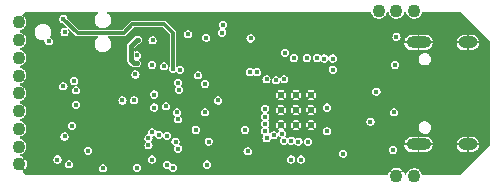
<source format=gbr>
G04 #@! TF.GenerationSoftware,KiCad,Pcbnew,(6.0.2)*
G04 #@! TF.CreationDate,2022-03-09T14:23:31+01:00*
G04 #@! TF.ProjectId,rs-probe,72732d70-726f-4626-952e-6b696361645f,rev?*
G04 #@! TF.SameCoordinates,Original*
G04 #@! TF.FileFunction,Copper,L2,Inr*
G04 #@! TF.FilePolarity,Positive*
%FSLAX46Y46*%
G04 Gerber Fmt 4.6, Leading zero omitted, Abs format (unit mm)*
G04 Created by KiCad (PCBNEW (6.0.2)) date 2022-03-09 14:23:31*
%MOMM*%
%LPD*%
G01*
G04 APERTURE LIST*
G04 #@! TA.AperFunction,ComponentPad*
%ADD10O,2.100000X1.000000*%
G04 #@! TD*
G04 #@! TA.AperFunction,ComponentPad*
%ADD11O,1.600000X1.000000*%
G04 #@! TD*
G04 #@! TA.AperFunction,ComponentPad*
%ADD12C,0.600000*%
G04 #@! TD*
G04 #@! TA.AperFunction,ComponentPad*
%ADD13C,1.100000*%
G04 #@! TD*
G04 #@! TA.AperFunction,ViaPad*
%ADD14C,0.450000*%
G04 #@! TD*
G04 #@! TA.AperFunction,Conductor*
%ADD15C,0.300000*%
G04 #@! TD*
G04 #@! TA.AperFunction,Conductor*
%ADD16C,0.400000*%
G04 #@! TD*
G04 APERTURE END LIST*
D10*
X182370000Y-90320000D03*
X182370000Y-81680000D03*
D11*
X186550000Y-90320000D03*
X186550000Y-81680000D03*
D12*
X170725000Y-88675000D03*
X173275000Y-87400000D03*
X172000000Y-88675000D03*
X170725000Y-87400000D03*
X172000000Y-87400000D03*
X173275000Y-88675000D03*
X173275000Y-86125000D03*
X172000000Y-86125000D03*
X170725000Y-86125000D03*
D13*
X148500000Y-80000000D03*
X148500000Y-81500000D03*
X148500000Y-83000000D03*
X148500000Y-84500000D03*
X148500000Y-86000000D03*
X148500000Y-87500000D03*
X148500000Y-89000000D03*
X148500000Y-90500000D03*
X148500000Y-92000000D03*
X179000000Y-79000000D03*
X180500000Y-79000000D03*
X182000000Y-79000000D03*
X182000000Y-93000000D03*
X180500000Y-93000000D03*
D14*
X175100000Y-83050000D03*
X180500000Y-81200000D03*
X165750000Y-80850000D03*
X159400000Y-82300000D03*
X156500000Y-81400000D03*
X158300000Y-87400000D03*
X163700000Y-85100000D03*
X184100000Y-92600000D03*
X165200000Y-81174500D03*
X162900000Y-80274500D03*
X154350000Y-79500000D03*
X162350000Y-81650000D03*
X180900000Y-82200000D03*
X183000000Y-79400000D03*
X167100000Y-90900000D03*
X150500000Y-92500000D03*
X163100000Y-91500000D03*
X161800000Y-89200000D03*
X165000000Y-85200000D03*
X177600000Y-85150000D03*
X178200000Y-86800000D03*
X151800000Y-92600000D03*
X163700000Y-87600000D03*
X161700000Y-86500000D03*
X168871502Y-81550000D03*
X149800000Y-79400000D03*
X180500000Y-82900000D03*
X180300000Y-89100000D03*
X182600000Y-85500000D03*
X188100000Y-90300000D03*
X169300000Y-92200000D03*
X166900000Y-89000000D03*
X180800000Y-89900000D03*
X159500000Y-85500000D03*
X177150000Y-84100000D03*
X149900000Y-87500000D03*
X165812878Y-87583254D03*
X175300000Y-90700000D03*
X158000000Y-89550000D03*
X163600000Y-90100000D03*
X164400000Y-83600000D03*
X177300000Y-90100000D03*
X165900000Y-84800000D03*
X165700000Y-90400000D03*
X178200000Y-87700000D03*
X179300000Y-84700000D03*
X157000000Y-92250000D03*
X180000000Y-89700000D03*
X151500000Y-79400000D03*
X149400000Y-92600000D03*
X156214812Y-84185188D03*
X185800000Y-92600000D03*
X188100000Y-81700000D03*
X165600000Y-89500000D03*
X152100000Y-87500000D03*
X152100000Y-86200000D03*
X150850000Y-86230000D03*
X165000000Y-87600000D03*
X185800000Y-79400000D03*
X180500000Y-92000000D03*
X160200000Y-80711694D03*
X161100000Y-89600000D03*
X171000000Y-84800000D03*
X169400000Y-89200000D03*
X178800000Y-85850000D03*
X161050000Y-92050011D03*
X162200000Y-84000000D03*
X169400000Y-87300000D03*
X164600000Y-90100000D03*
X180200000Y-90800000D03*
X176000000Y-91100000D03*
X178300000Y-88400000D03*
X164300000Y-85200000D03*
X175100000Y-84000000D03*
X164300000Y-87600000D03*
X152300000Y-79700000D03*
X161000000Y-87100000D03*
X161600000Y-83900000D03*
X171000000Y-90000000D03*
X180300000Y-87600000D03*
X180400000Y-83600000D03*
X152400000Y-89650000D03*
X151800000Y-91600000D03*
X158400000Y-84400000D03*
X158300000Y-86575000D03*
X154400000Y-90850000D03*
X169400000Y-88600000D03*
X167700000Y-89100000D03*
X153350000Y-86950000D03*
X158550000Y-92300000D03*
X153200000Y-84950000D03*
X155650000Y-92350000D03*
X153350000Y-85750000D03*
X151050000Y-81600000D03*
X153050000Y-88750000D03*
X158500000Y-83450000D03*
X152300000Y-85400000D03*
X152750000Y-92000000D03*
X158600011Y-81450000D03*
X159850000Y-81500000D03*
X171800000Y-83000000D03*
X157300000Y-86600000D03*
X173000000Y-90100000D03*
X173800000Y-83000000D03*
X174400000Y-83050000D03*
X165800000Y-80200000D03*
X164400000Y-81300000D03*
X171050000Y-82550000D03*
X172900000Y-83000000D03*
X152400000Y-80800000D03*
X159800000Y-83600000D03*
X158544288Y-82793290D03*
X164459519Y-92024500D03*
X162000000Y-88200000D03*
X160400000Y-89500000D03*
X161600000Y-92300000D03*
X162014812Y-90685188D03*
X160000000Y-87200000D03*
X163500000Y-89100000D03*
X162100000Y-85700000D03*
X160827782Y-83697812D03*
X162850000Y-81000000D03*
X168150000Y-81350000D03*
X174600000Y-89200000D03*
X169400000Y-88000000D03*
X174600000Y-87200000D03*
X170800000Y-89400000D03*
X167900000Y-90900000D03*
X172400000Y-91600000D03*
X159800000Y-91600000D03*
X172200000Y-90100000D03*
X161800000Y-90100000D03*
X169500000Y-84800000D03*
X159500000Y-90400000D03*
X159500000Y-89800000D03*
X170300000Y-84900000D03*
X165400000Y-86600000D03*
X168700000Y-84200000D03*
X168124500Y-84200000D03*
X163700000Y-84474500D03*
X171600000Y-91600000D03*
X159825500Y-89300000D03*
X161900000Y-87600000D03*
X171600000Y-90000000D03*
X160000000Y-86100000D03*
X170100000Y-89550000D03*
X162000000Y-85100000D03*
X169500000Y-89800000D03*
D15*
X157400000Y-80900000D02*
X153500000Y-80900000D01*
X158150000Y-80150000D02*
X157400000Y-80900000D01*
X161600000Y-80900000D02*
X160850000Y-80150000D01*
X153500000Y-80900000D02*
X152300000Y-79700000D01*
X161600000Y-83900000D02*
X161600000Y-80900000D01*
X160850000Y-80150000D02*
X158150000Y-80150000D01*
D16*
X158600011Y-81450000D02*
X158550000Y-81450000D01*
X158300000Y-83450000D02*
X158500000Y-83450000D01*
X158550000Y-81450000D02*
X158000000Y-82000000D01*
X158000000Y-82000000D02*
X158000000Y-83150000D01*
X158000000Y-83150000D02*
X158300000Y-83450000D01*
G04 #@! TA.AperFunction,Conductor*
G36*
X155254462Y-79134352D02*
G01*
X155268814Y-79169000D01*
X155254462Y-79203648D01*
X155247568Y-79209382D01*
X155176480Y-79258240D01*
X155064448Y-79383981D01*
X154985644Y-79532816D01*
X154984926Y-79535674D01*
X154984925Y-79535677D01*
X154979878Y-79555770D01*
X154944617Y-79696153D01*
X154944169Y-79781706D01*
X154943788Y-79854500D01*
X154943735Y-79864561D01*
X154944424Y-79867430D01*
X154944424Y-79867432D01*
X154964800Y-79952301D01*
X154983050Y-80028318D01*
X154984406Y-80030945D01*
X155058662Y-80174813D01*
X155060291Y-80177970D01*
X155171000Y-80304878D01*
X155173415Y-80306576D01*
X155173417Y-80306577D01*
X155197785Y-80323703D01*
X155308784Y-80401714D01*
X155311532Y-80402785D01*
X155311535Y-80402787D01*
X155376883Y-80428265D01*
X155465691Y-80462890D01*
X155594135Y-80479800D01*
X155682227Y-80479800D01*
X155807190Y-80464678D01*
X155814759Y-80461818D01*
X155961964Y-80406194D01*
X155961965Y-80406193D01*
X155964729Y-80405149D01*
X156034124Y-80357455D01*
X156101083Y-80311435D01*
X156103520Y-80309760D01*
X156215552Y-80184019D01*
X156294356Y-80035184D01*
X156296803Y-80025444D01*
X156329755Y-79894253D01*
X156335383Y-79871847D01*
X156336265Y-79703439D01*
X156335440Y-79700000D01*
X156297640Y-79542556D01*
X156296950Y-79539682D01*
X156265219Y-79478205D01*
X156221062Y-79392651D01*
X156221061Y-79392650D01*
X156219709Y-79390030D01*
X156109000Y-79263122D01*
X156099671Y-79256565D01*
X156032119Y-79209089D01*
X156012024Y-79177424D01*
X156020205Y-79140825D01*
X156051870Y-79120730D01*
X156060294Y-79120000D01*
X178295918Y-79120000D01*
X178330566Y-79134352D01*
X178341764Y-79154474D01*
X178342420Y-79154234D01*
X178398192Y-79306637D01*
X178399837Y-79309085D01*
X178474794Y-79420632D01*
X178488707Y-79441337D01*
X178490886Y-79443319D01*
X178490887Y-79443321D01*
X178506117Y-79457179D01*
X178608739Y-79550558D01*
X178611332Y-79551966D01*
X178611335Y-79551968D01*
X178721498Y-79611781D01*
X178751359Y-79627994D01*
X178908334Y-79669176D01*
X178998603Y-79670594D01*
X179067650Y-79671679D01*
X179067653Y-79671679D01*
X179070601Y-79671725D01*
X179073478Y-79671066D01*
X179073479Y-79671066D01*
X179225907Y-79636155D01*
X179225909Y-79636154D01*
X179228792Y-79635494D01*
X179231433Y-79634166D01*
X179231435Y-79634165D01*
X179303528Y-79597906D01*
X179373774Y-79562576D01*
X179472560Y-79478205D01*
X179494934Y-79459096D01*
X179494936Y-79459094D01*
X179497178Y-79457179D01*
X179591879Y-79325388D01*
X179616016Y-79265347D01*
X179651309Y-79177552D01*
X179651309Y-79177551D01*
X179652410Y-79174813D01*
X179654220Y-79162095D01*
X179673311Y-79129815D01*
X179702731Y-79120000D01*
X179795918Y-79120000D01*
X179830566Y-79134352D01*
X179841764Y-79154474D01*
X179842420Y-79154234D01*
X179898192Y-79306637D01*
X179899837Y-79309085D01*
X179974794Y-79420632D01*
X179988707Y-79441337D01*
X179990886Y-79443319D01*
X179990887Y-79443321D01*
X180006117Y-79457179D01*
X180108739Y-79550558D01*
X180111332Y-79551966D01*
X180111335Y-79551968D01*
X180221498Y-79611781D01*
X180251359Y-79627994D01*
X180408334Y-79669176D01*
X180498603Y-79670594D01*
X180567650Y-79671679D01*
X180567653Y-79671679D01*
X180570601Y-79671725D01*
X180573478Y-79671066D01*
X180573479Y-79671066D01*
X180725907Y-79636155D01*
X180725909Y-79636154D01*
X180728792Y-79635494D01*
X180731433Y-79634166D01*
X180731435Y-79634165D01*
X180803528Y-79597906D01*
X180873774Y-79562576D01*
X180972560Y-79478205D01*
X180994934Y-79459096D01*
X180994936Y-79459094D01*
X180997178Y-79457179D01*
X181091879Y-79325388D01*
X181116016Y-79265347D01*
X181151309Y-79177552D01*
X181151309Y-79177551D01*
X181152410Y-79174813D01*
X181154220Y-79162095D01*
X181173311Y-79129815D01*
X181202731Y-79120000D01*
X181295918Y-79120000D01*
X181330566Y-79134352D01*
X181341764Y-79154474D01*
X181342420Y-79154234D01*
X181398192Y-79306637D01*
X181399837Y-79309085D01*
X181474794Y-79420632D01*
X181488707Y-79441337D01*
X181490886Y-79443319D01*
X181490887Y-79443321D01*
X181506117Y-79457179D01*
X181608739Y-79550558D01*
X181611332Y-79551966D01*
X181611335Y-79551968D01*
X181721498Y-79611781D01*
X181751359Y-79627994D01*
X181908334Y-79669176D01*
X181998603Y-79670594D01*
X182067650Y-79671679D01*
X182067653Y-79671679D01*
X182070601Y-79671725D01*
X182073478Y-79671066D01*
X182073479Y-79671066D01*
X182225907Y-79636155D01*
X182225909Y-79636154D01*
X182228792Y-79635494D01*
X182231433Y-79634166D01*
X182231435Y-79634165D01*
X182303528Y-79597906D01*
X182373774Y-79562576D01*
X182472560Y-79478205D01*
X182494934Y-79459096D01*
X182494936Y-79459094D01*
X182497178Y-79457179D01*
X182591879Y-79325388D01*
X182616016Y-79265347D01*
X182651309Y-79177552D01*
X182651309Y-79177551D01*
X182652410Y-79174813D01*
X182654220Y-79162095D01*
X182673311Y-79129815D01*
X182702731Y-79120000D01*
X185929998Y-79120000D01*
X185964646Y-79134352D01*
X188365648Y-81535353D01*
X188380000Y-81570001D01*
X188380000Y-90429998D01*
X188365648Y-90464646D01*
X185964647Y-92865648D01*
X185929999Y-92880000D01*
X182704081Y-92880000D01*
X182669433Y-92865648D01*
X182656495Y-92842686D01*
X182656283Y-92841823D01*
X182655928Y-92838889D01*
X182620440Y-92744972D01*
X182599609Y-92689843D01*
X182599608Y-92689842D01*
X182598564Y-92687078D01*
X182511326Y-92560145D01*
X182508319Y-92555770D01*
X182508319Y-92555769D01*
X182506644Y-92553333D01*
X182504439Y-92551369D01*
X182504436Y-92551365D01*
X182387684Y-92447344D01*
X182385474Y-92445375D01*
X182382862Y-92443992D01*
X182382859Y-92443990D01*
X182244665Y-92370820D01*
X182242051Y-92369436D01*
X182084653Y-92329901D01*
X182002216Y-92329469D01*
X181925322Y-92329066D01*
X181925318Y-92329066D01*
X181922369Y-92329051D01*
X181919500Y-92329740D01*
X181919498Y-92329740D01*
X181783293Y-92362440D01*
X181764566Y-92366936D01*
X181620355Y-92441369D01*
X181498061Y-92548052D01*
X181496363Y-92550467D01*
X181496362Y-92550469D01*
X181460549Y-92601426D01*
X181404746Y-92680827D01*
X181403675Y-92683575D01*
X181403673Y-92683578D01*
X181399597Y-92694033D01*
X181345795Y-92832029D01*
X181345410Y-92834951D01*
X181345408Y-92834960D01*
X181345087Y-92837400D01*
X181326333Y-92869877D01*
X181296507Y-92880000D01*
X181234048Y-92880000D01*
X181199400Y-92865648D01*
X181185403Y-92836891D01*
X181185141Y-92834729D01*
X181183744Y-92829040D01*
X181125942Y-92676074D01*
X181123224Y-92670875D01*
X181052153Y-92567466D01*
X181045896Y-92563403D01*
X181041790Y-92564276D01*
X180740418Y-92865648D01*
X180705770Y-92880000D01*
X180632230Y-92880000D01*
X180597582Y-92865648D01*
X180583230Y-92831000D01*
X180597582Y-92796352D01*
X180932837Y-92461097D01*
X180935374Y-92454972D01*
X180931903Y-92447231D01*
X180904638Y-92422938D01*
X180899827Y-92419593D01*
X180755305Y-92343074D01*
X180749839Y-92340975D01*
X180591243Y-92301139D01*
X180585422Y-92300404D01*
X180421907Y-92299547D01*
X180416082Y-92300221D01*
X180257082Y-92338394D01*
X180251581Y-92340440D01*
X180106273Y-92415439D01*
X180101430Y-92418731D01*
X180067845Y-92448028D01*
X180064966Y-92453827D01*
X180068009Y-92461943D01*
X180402418Y-92796352D01*
X180416770Y-92831000D01*
X180402418Y-92865648D01*
X180367770Y-92880000D01*
X180294230Y-92880000D01*
X180259582Y-92865648D01*
X179960635Y-92566701D01*
X179953742Y-92563846D01*
X179949739Y-92565504D01*
X179880256Y-92664368D01*
X179877484Y-92669536D01*
X179818086Y-92821883D01*
X179816626Y-92827572D01*
X179815333Y-92837394D01*
X179796582Y-92869873D01*
X179766752Y-92880000D01*
X149070002Y-92880000D01*
X149035354Y-92865648D01*
X148849555Y-92679849D01*
X148835203Y-92645201D01*
X148849555Y-92610553D01*
X148862187Y-92601426D01*
X148887579Y-92588655D01*
X148892463Y-92585410D01*
X148931912Y-92551718D01*
X148935298Y-92545073D01*
X148933513Y-92539579D01*
X148634352Y-92240418D01*
X148620000Y-92205770D01*
X148620000Y-92132230D01*
X148634352Y-92097582D01*
X148669000Y-92083230D01*
X148703648Y-92097582D01*
X149039047Y-92432981D01*
X149045940Y-92435836D01*
X149050071Y-92434125D01*
X149110522Y-92350000D01*
X155299170Y-92350000D01*
X155299914Y-92354219D01*
X155315043Y-92440016D01*
X155320328Y-92469991D01*
X155381249Y-92575509D01*
X155474585Y-92653828D01*
X155478611Y-92655293D01*
X155478612Y-92655294D01*
X155573536Y-92689843D01*
X155589079Y-92695500D01*
X155710921Y-92695500D01*
X155726464Y-92689843D01*
X155821388Y-92655294D01*
X155821389Y-92655293D01*
X155825415Y-92653828D01*
X155918751Y-92575509D01*
X155979672Y-92469991D01*
X155984958Y-92440016D01*
X156000086Y-92354219D01*
X156000830Y-92350000D01*
X155992014Y-92300000D01*
X158199170Y-92300000D01*
X158220328Y-92419991D01*
X158281249Y-92525509D01*
X158374585Y-92603828D01*
X158378611Y-92605293D01*
X158378612Y-92605294D01*
X158485048Y-92644033D01*
X158489079Y-92645500D01*
X158610921Y-92645500D01*
X158614952Y-92644033D01*
X158721388Y-92605294D01*
X158721389Y-92605293D01*
X158725415Y-92603828D01*
X158818751Y-92525509D01*
X158879672Y-92419991D01*
X158900830Y-92300000D01*
X158889232Y-92234228D01*
X158880416Y-92184228D01*
X158879672Y-92180009D01*
X158873895Y-92170002D01*
X158849763Y-92128205D01*
X158818751Y-92074491D01*
X158789577Y-92050011D01*
X160699170Y-92050011D01*
X160720328Y-92170002D01*
X160722471Y-92173713D01*
X160722471Y-92173714D01*
X160728541Y-92184228D01*
X160781249Y-92275520D01*
X160874585Y-92353839D01*
X160878611Y-92355304D01*
X160878612Y-92355305D01*
X160985048Y-92394044D01*
X160989079Y-92395511D01*
X161110921Y-92395511D01*
X161121321Y-92391726D01*
X161201784Y-92362440D01*
X161239251Y-92364076D01*
X161264588Y-92391726D01*
X161266799Y-92399976D01*
X161270328Y-92419991D01*
X161331249Y-92525509D01*
X161424585Y-92603828D01*
X161428611Y-92605293D01*
X161428612Y-92605294D01*
X161535048Y-92644033D01*
X161539079Y-92645500D01*
X161660921Y-92645500D01*
X161664952Y-92644033D01*
X161771388Y-92605294D01*
X161771389Y-92605293D01*
X161775415Y-92603828D01*
X161868751Y-92525509D01*
X161929672Y-92419991D01*
X161950830Y-92300000D01*
X161939232Y-92234228D01*
X161930416Y-92184228D01*
X161929672Y-92180009D01*
X161923895Y-92170002D01*
X161899763Y-92128205D01*
X161868751Y-92074491D01*
X161809175Y-92024500D01*
X164108689Y-92024500D01*
X164129847Y-92144491D01*
X164190768Y-92250009D01*
X164284104Y-92328328D01*
X164288130Y-92329793D01*
X164288131Y-92329794D01*
X164393905Y-92368292D01*
X164398598Y-92370000D01*
X164520440Y-92370000D01*
X164525133Y-92368292D01*
X164630907Y-92329794D01*
X164630908Y-92329793D01*
X164634934Y-92328328D01*
X164728270Y-92250009D01*
X164789191Y-92144491D01*
X164810349Y-92024500D01*
X164789191Y-91904509D01*
X164728270Y-91798991D01*
X164634934Y-91720672D01*
X164630908Y-91719207D01*
X164630907Y-91719206D01*
X164524471Y-91680467D01*
X164524470Y-91680467D01*
X164520440Y-91679000D01*
X164398598Y-91679000D01*
X164394568Y-91680467D01*
X164394567Y-91680467D01*
X164288131Y-91719206D01*
X164288130Y-91719207D01*
X164284104Y-91720672D01*
X164190768Y-91798991D01*
X164129847Y-91904509D01*
X164108689Y-92024500D01*
X161809175Y-92024500D01*
X161775415Y-91996172D01*
X161771389Y-91994707D01*
X161771388Y-91994706D01*
X161664952Y-91955967D01*
X161664951Y-91955967D01*
X161660921Y-91954500D01*
X161539079Y-91954500D01*
X161535049Y-91955967D01*
X161535048Y-91955967D01*
X161452711Y-91985935D01*
X161448216Y-91987571D01*
X161410749Y-91985935D01*
X161385412Y-91958285D01*
X161383201Y-91950034D01*
X161380416Y-91934240D01*
X161380416Y-91934239D01*
X161379672Y-91930020D01*
X161318751Y-91824502D01*
X161225415Y-91746183D01*
X161221389Y-91744718D01*
X161221388Y-91744717D01*
X161114952Y-91705978D01*
X161114951Y-91705978D01*
X161110921Y-91704511D01*
X160989079Y-91704511D01*
X160985049Y-91705978D01*
X160985048Y-91705978D01*
X160878612Y-91744717D01*
X160878611Y-91744718D01*
X160874585Y-91746183D01*
X160781249Y-91824502D01*
X160720328Y-91930020D01*
X160699170Y-92050011D01*
X158789577Y-92050011D01*
X158725415Y-91996172D01*
X158721389Y-91994707D01*
X158721388Y-91994706D01*
X158614952Y-91955967D01*
X158614951Y-91955967D01*
X158610921Y-91954500D01*
X158489079Y-91954500D01*
X158485049Y-91955967D01*
X158485048Y-91955967D01*
X158378612Y-91994706D01*
X158378611Y-91994707D01*
X158374585Y-91996172D01*
X158281249Y-92074491D01*
X158250237Y-92128205D01*
X158226106Y-92170002D01*
X158220328Y-92180009D01*
X158219584Y-92184228D01*
X158210768Y-92234228D01*
X158199170Y-92300000D01*
X155992014Y-92300000D01*
X155979672Y-92230009D01*
X155918751Y-92124491D01*
X155825415Y-92046172D01*
X155821389Y-92044707D01*
X155821388Y-92044706D01*
X155714952Y-92005967D01*
X155714951Y-92005967D01*
X155710921Y-92004500D01*
X155589079Y-92004500D01*
X155585049Y-92005967D01*
X155585048Y-92005967D01*
X155478612Y-92044706D01*
X155478611Y-92044707D01*
X155474585Y-92046172D01*
X155381249Y-92124491D01*
X155320328Y-92230009D01*
X155299170Y-92350000D01*
X149110522Y-92350000D01*
X149116195Y-92342105D01*
X149119023Y-92336959D01*
X149180013Y-92185243D01*
X149181530Y-92179581D01*
X149204759Y-92016360D01*
X149205003Y-92013157D01*
X149205124Y-92001607D01*
X149205036Y-92000000D01*
X152399170Y-92000000D01*
X152420328Y-92119991D01*
X152481249Y-92225509D01*
X152574585Y-92303828D01*
X152578611Y-92305293D01*
X152578612Y-92305294D01*
X152685048Y-92344033D01*
X152689079Y-92345500D01*
X152810921Y-92345500D01*
X152814952Y-92344033D01*
X152921388Y-92305294D01*
X152921389Y-92305293D01*
X152925415Y-92303828D01*
X153018751Y-92225509D01*
X153079672Y-92119991D01*
X153100830Y-92000000D01*
X153079672Y-91880009D01*
X153018751Y-91774491D01*
X152925415Y-91696172D01*
X152921389Y-91694707D01*
X152921388Y-91694706D01*
X152814952Y-91655967D01*
X152814951Y-91655967D01*
X152810921Y-91654500D01*
X152689079Y-91654500D01*
X152685049Y-91655967D01*
X152685048Y-91655967D01*
X152578612Y-91694706D01*
X152578611Y-91694707D01*
X152574585Y-91696172D01*
X152481249Y-91774491D01*
X152420328Y-91880009D01*
X152399170Y-92000000D01*
X149205036Y-92000000D01*
X149204948Y-91998406D01*
X149185142Y-91834731D01*
X149183744Y-91829040D01*
X149125942Y-91676074D01*
X149123224Y-91670875D01*
X149074513Y-91600000D01*
X151449170Y-91600000D01*
X151470328Y-91719991D01*
X151531249Y-91825509D01*
X151624585Y-91903828D01*
X151628611Y-91905293D01*
X151628612Y-91905294D01*
X151708139Y-91934239D01*
X151739079Y-91945500D01*
X151860921Y-91945500D01*
X151891861Y-91934239D01*
X151971388Y-91905294D01*
X151971389Y-91905293D01*
X151975415Y-91903828D01*
X152068751Y-91825509D01*
X152129672Y-91719991D01*
X152150830Y-91600000D01*
X159449170Y-91600000D01*
X159470328Y-91719991D01*
X159531249Y-91825509D01*
X159624585Y-91903828D01*
X159628611Y-91905293D01*
X159628612Y-91905294D01*
X159708139Y-91934239D01*
X159739079Y-91945500D01*
X159860921Y-91945500D01*
X159891861Y-91934239D01*
X159971388Y-91905294D01*
X159971389Y-91905293D01*
X159975415Y-91903828D01*
X160068751Y-91825509D01*
X160129672Y-91719991D01*
X160150830Y-91600000D01*
X171249170Y-91600000D01*
X171270328Y-91719991D01*
X171331249Y-91825509D01*
X171424585Y-91903828D01*
X171428611Y-91905293D01*
X171428612Y-91905294D01*
X171508139Y-91934239D01*
X171539079Y-91945500D01*
X171660921Y-91945500D01*
X171691861Y-91934239D01*
X171771388Y-91905294D01*
X171771389Y-91905293D01*
X171775415Y-91903828D01*
X171868751Y-91825509D01*
X171929672Y-91719991D01*
X171950830Y-91600000D01*
X172049170Y-91600000D01*
X172070328Y-91719991D01*
X172131249Y-91825509D01*
X172224585Y-91903828D01*
X172228611Y-91905293D01*
X172228612Y-91905294D01*
X172308139Y-91934239D01*
X172339079Y-91945500D01*
X172460921Y-91945500D01*
X172491861Y-91934239D01*
X172571388Y-91905294D01*
X172571389Y-91905293D01*
X172575415Y-91903828D01*
X172668751Y-91825509D01*
X172729672Y-91719991D01*
X172750830Y-91600000D01*
X172729672Y-91480009D01*
X172668751Y-91374491D01*
X172575415Y-91296172D01*
X172571389Y-91294707D01*
X172571388Y-91294706D01*
X172464952Y-91255967D01*
X172464951Y-91255967D01*
X172460921Y-91254500D01*
X172339079Y-91254500D01*
X172335049Y-91255967D01*
X172335048Y-91255967D01*
X172228612Y-91294706D01*
X172228611Y-91294707D01*
X172224585Y-91296172D01*
X172131249Y-91374491D01*
X172070328Y-91480009D01*
X172049170Y-91600000D01*
X171950830Y-91600000D01*
X171929672Y-91480009D01*
X171868751Y-91374491D01*
X171775415Y-91296172D01*
X171771389Y-91294707D01*
X171771388Y-91294706D01*
X171664952Y-91255967D01*
X171664951Y-91255967D01*
X171660921Y-91254500D01*
X171539079Y-91254500D01*
X171535049Y-91255967D01*
X171535048Y-91255967D01*
X171428612Y-91294706D01*
X171428611Y-91294707D01*
X171424585Y-91296172D01*
X171331249Y-91374491D01*
X171270328Y-91480009D01*
X171249170Y-91600000D01*
X160150830Y-91600000D01*
X160129672Y-91480009D01*
X160068751Y-91374491D01*
X159975415Y-91296172D01*
X159971389Y-91294707D01*
X159971388Y-91294706D01*
X159864952Y-91255967D01*
X159864951Y-91255967D01*
X159860921Y-91254500D01*
X159739079Y-91254500D01*
X159735049Y-91255967D01*
X159735048Y-91255967D01*
X159628612Y-91294706D01*
X159628611Y-91294707D01*
X159624585Y-91296172D01*
X159531249Y-91374491D01*
X159470328Y-91480009D01*
X159449170Y-91600000D01*
X152150830Y-91600000D01*
X152129672Y-91480009D01*
X152068751Y-91374491D01*
X151975415Y-91296172D01*
X151971389Y-91294707D01*
X151971388Y-91294706D01*
X151864952Y-91255967D01*
X151864951Y-91255967D01*
X151860921Y-91254500D01*
X151739079Y-91254500D01*
X151735049Y-91255967D01*
X151735048Y-91255967D01*
X151628612Y-91294706D01*
X151628611Y-91294707D01*
X151624585Y-91296172D01*
X151531249Y-91374491D01*
X151470328Y-91480009D01*
X151449170Y-91600000D01*
X149074513Y-91600000D01*
X149052153Y-91567466D01*
X149045896Y-91563403D01*
X149041790Y-91564276D01*
X148703648Y-91902418D01*
X148669000Y-91916770D01*
X148634352Y-91902418D01*
X148620000Y-91867770D01*
X148620000Y-91794230D01*
X148634352Y-91759582D01*
X148932837Y-91461097D01*
X148935374Y-91454972D01*
X148931903Y-91447231D01*
X148904638Y-91422938D01*
X148899827Y-91419593D01*
X148755305Y-91343074D01*
X148749839Y-91340975D01*
X148657063Y-91317672D01*
X148626955Y-91295312D01*
X148620000Y-91270148D01*
X148620000Y-91199457D01*
X148634352Y-91164809D01*
X148658060Y-91151694D01*
X148691509Y-91144033D01*
X148728792Y-91135494D01*
X148731433Y-91134166D01*
X148731435Y-91134165D01*
X148807753Y-91095781D01*
X148873774Y-91062576D01*
X148959902Y-90989016D01*
X148994934Y-90959096D01*
X148994936Y-90959094D01*
X148997178Y-90957179D01*
X149074194Y-90850000D01*
X154049170Y-90850000D01*
X154058730Y-90904219D01*
X154061512Y-90919991D01*
X154070328Y-90969991D01*
X154072471Y-90973702D01*
X154072471Y-90973703D01*
X154090205Y-91004420D01*
X154131249Y-91075509D01*
X154224585Y-91153828D01*
X154228611Y-91155293D01*
X154228612Y-91155294D01*
X154246331Y-91161743D01*
X154339079Y-91195500D01*
X154460921Y-91195500D01*
X154553669Y-91161743D01*
X154571388Y-91155294D01*
X154571389Y-91155293D01*
X154575415Y-91153828D01*
X154668751Y-91075509D01*
X154709795Y-91004420D01*
X154727529Y-90973703D01*
X154727529Y-90973702D01*
X154729672Y-90969991D01*
X154738489Y-90919991D01*
X154741270Y-90904219D01*
X154750830Y-90850000D01*
X154739232Y-90784228D01*
X154730416Y-90734228D01*
X154729672Y-90730009D01*
X154668751Y-90624491D01*
X154575415Y-90546172D01*
X154571389Y-90544707D01*
X154571388Y-90544706D01*
X154464952Y-90505967D01*
X154464951Y-90505967D01*
X154460921Y-90504500D01*
X154339079Y-90504500D01*
X154335049Y-90505967D01*
X154335048Y-90505967D01*
X154228612Y-90544706D01*
X154228611Y-90544707D01*
X154224585Y-90546172D01*
X154131249Y-90624491D01*
X154070328Y-90730009D01*
X154069584Y-90734228D01*
X154060768Y-90784228D01*
X154049170Y-90850000D01*
X149074194Y-90850000D01*
X149091879Y-90825388D01*
X149131714Y-90726297D01*
X149151309Y-90677552D01*
X149151309Y-90677551D01*
X149152410Y-90674813D01*
X149175277Y-90514145D01*
X149175425Y-90500000D01*
X149163323Y-90400000D01*
X159149170Y-90400000D01*
X159170328Y-90519991D01*
X159231249Y-90625509D01*
X159324585Y-90703828D01*
X159328611Y-90705293D01*
X159328612Y-90705294D01*
X159435048Y-90744033D01*
X159439079Y-90745500D01*
X159560921Y-90745500D01*
X159564952Y-90744033D01*
X159671388Y-90705294D01*
X159671389Y-90705293D01*
X159675415Y-90703828D01*
X159768751Y-90625509D01*
X159829672Y-90519991D01*
X159850830Y-90400000D01*
X159829672Y-90280009D01*
X159768751Y-90174491D01*
X159724710Y-90137536D01*
X159707393Y-90104270D01*
X159708739Y-90100000D01*
X161449170Y-90100000D01*
X161470328Y-90219991D01*
X161472471Y-90223702D01*
X161472471Y-90223703D01*
X161479239Y-90235426D01*
X161531249Y-90325509D01*
X161624585Y-90403828D01*
X161628611Y-90405293D01*
X161628612Y-90405294D01*
X161696739Y-90430090D01*
X161724389Y-90455427D01*
X161726025Y-90492894D01*
X161722415Y-90500635D01*
X161694534Y-90548927D01*
X161685140Y-90565197D01*
X161663982Y-90685188D01*
X161685140Y-90805179D01*
X161746061Y-90910697D01*
X161839397Y-90989016D01*
X161843423Y-90990481D01*
X161843424Y-90990482D01*
X161949860Y-91029221D01*
X161953891Y-91030688D01*
X162075733Y-91030688D01*
X162079764Y-91029221D01*
X162186200Y-90990482D01*
X162186201Y-90990481D01*
X162190227Y-90989016D01*
X162283563Y-90910697D01*
X162289739Y-90900000D01*
X167549170Y-90900000D01*
X167549914Y-90904219D01*
X167561512Y-90969991D01*
X167570328Y-91019991D01*
X167631249Y-91125509D01*
X167724585Y-91203828D01*
X167728611Y-91205293D01*
X167728612Y-91205294D01*
X167835048Y-91244033D01*
X167839079Y-91245500D01*
X167960921Y-91245500D01*
X167964952Y-91244033D01*
X168071388Y-91205294D01*
X168071389Y-91205293D01*
X168075415Y-91203828D01*
X168168751Y-91125509D01*
X168183479Y-91100000D01*
X175649170Y-91100000D01*
X175653013Y-91121795D01*
X175666010Y-91195500D01*
X175670328Y-91219991D01*
X175731249Y-91325509D01*
X175824585Y-91403828D01*
X175828611Y-91405293D01*
X175828612Y-91405294D01*
X175935048Y-91444033D01*
X175939079Y-91445500D01*
X176060921Y-91445500D01*
X176064952Y-91444033D01*
X176171388Y-91405294D01*
X176171389Y-91405293D01*
X176175415Y-91403828D01*
X176268751Y-91325509D01*
X176329672Y-91219991D01*
X176333991Y-91195500D01*
X176346987Y-91121795D01*
X176350830Y-91100000D01*
X176329672Y-90980009D01*
X176323783Y-90969808D01*
X176297164Y-90923703D01*
X176268751Y-90874491D01*
X176179977Y-90800000D01*
X179849170Y-90800000D01*
X179870328Y-90919991D01*
X179931249Y-91025509D01*
X180024585Y-91103828D01*
X180028611Y-91105293D01*
X180028612Y-91105294D01*
X180135048Y-91144033D01*
X180139079Y-91145500D01*
X180260921Y-91145500D01*
X180264952Y-91144033D01*
X180371388Y-91105294D01*
X180371389Y-91105293D01*
X180375415Y-91103828D01*
X180468751Y-91025509D01*
X180529672Y-90919991D01*
X180550830Y-90800000D01*
X180539232Y-90734228D01*
X180530416Y-90684228D01*
X180529672Y-90680009D01*
X180524985Y-90671890D01*
X180509795Y-90645580D01*
X180468751Y-90574491D01*
X180375415Y-90496172D01*
X180371389Y-90494707D01*
X180371388Y-90494706D01*
X180264952Y-90455967D01*
X180264951Y-90455967D01*
X180260921Y-90454500D01*
X180139079Y-90454500D01*
X180135049Y-90455967D01*
X180135048Y-90455967D01*
X180028612Y-90494706D01*
X180028611Y-90494707D01*
X180024585Y-90496172D01*
X179931249Y-90574491D01*
X179890205Y-90645580D01*
X179875016Y-90671890D01*
X179870328Y-90680009D01*
X179869584Y-90684228D01*
X179860768Y-90734228D01*
X179849170Y-90800000D01*
X176179977Y-90800000D01*
X176175415Y-90796172D01*
X176171389Y-90794707D01*
X176171388Y-90794706D01*
X176064952Y-90755967D01*
X176064951Y-90755967D01*
X176060921Y-90754500D01*
X175939079Y-90754500D01*
X175935049Y-90755967D01*
X175935048Y-90755967D01*
X175828612Y-90794706D01*
X175828611Y-90794707D01*
X175824585Y-90796172D01*
X175731249Y-90874491D01*
X175702836Y-90923703D01*
X175676218Y-90969808D01*
X175670328Y-90980009D01*
X175649170Y-91100000D01*
X168183479Y-91100000D01*
X168229672Y-91019991D01*
X168238489Y-90969991D01*
X168250086Y-90904219D01*
X168250830Y-90900000D01*
X168229672Y-90780009D01*
X168168751Y-90674491D01*
X168075415Y-90596172D01*
X168071389Y-90594707D01*
X168071388Y-90594706D01*
X167964952Y-90555967D01*
X167964951Y-90555967D01*
X167960921Y-90554500D01*
X167839079Y-90554500D01*
X167835049Y-90555967D01*
X167835048Y-90555967D01*
X167728612Y-90594706D01*
X167728611Y-90594707D01*
X167724585Y-90596172D01*
X167631249Y-90674491D01*
X167570328Y-90780009D01*
X167549170Y-90900000D01*
X162289739Y-90900000D01*
X162344484Y-90805179D01*
X162365642Y-90685188D01*
X162344484Y-90565197D01*
X162335091Y-90548927D01*
X162302740Y-90492894D01*
X162283563Y-90459679D01*
X162190227Y-90381360D01*
X162186201Y-90379895D01*
X162186200Y-90379894D01*
X162118073Y-90355098D01*
X162090423Y-90329761D01*
X162088787Y-90292294D01*
X162092397Y-90284553D01*
X162095021Y-90280009D01*
X162115233Y-90245000D01*
X162127529Y-90223703D01*
X162127529Y-90223702D01*
X162129672Y-90219991D01*
X162150830Y-90100000D01*
X164249170Y-90100000D01*
X164270328Y-90219991D01*
X164272471Y-90223702D01*
X164272471Y-90223703D01*
X164279239Y-90235426D01*
X164331249Y-90325509D01*
X164424585Y-90403828D01*
X164428611Y-90405293D01*
X164428612Y-90405294D01*
X164535048Y-90444033D01*
X164539079Y-90445500D01*
X164660921Y-90445500D01*
X164664952Y-90444033D01*
X164771388Y-90405294D01*
X164771389Y-90405293D01*
X164775415Y-90403828D01*
X164868751Y-90325509D01*
X164920761Y-90235426D01*
X164927529Y-90223703D01*
X164927529Y-90223702D01*
X164929672Y-90219991D01*
X164950830Y-90100000D01*
X164929672Y-89980009D01*
X164868751Y-89874491D01*
X164775415Y-89796172D01*
X164771389Y-89794707D01*
X164771388Y-89794706D01*
X164664952Y-89755967D01*
X164664951Y-89755967D01*
X164660921Y-89754500D01*
X164539079Y-89754500D01*
X164535049Y-89755967D01*
X164535048Y-89755967D01*
X164428612Y-89794706D01*
X164428611Y-89794707D01*
X164424585Y-89796172D01*
X164331249Y-89874491D01*
X164270328Y-89980009D01*
X164249170Y-90100000D01*
X162150830Y-90100000D01*
X162129672Y-89980009D01*
X162068751Y-89874491D01*
X161975415Y-89796172D01*
X161971389Y-89794707D01*
X161971388Y-89794706D01*
X161864952Y-89755967D01*
X161864951Y-89755967D01*
X161860921Y-89754500D01*
X161739079Y-89754500D01*
X161735049Y-89755967D01*
X161735048Y-89755967D01*
X161628612Y-89794706D01*
X161628611Y-89794707D01*
X161624585Y-89796172D01*
X161531249Y-89874491D01*
X161470328Y-89980009D01*
X161449170Y-90100000D01*
X159708739Y-90100000D01*
X159718671Y-90068503D01*
X159724710Y-90062464D01*
X159768751Y-90025509D01*
X159829672Y-89919991D01*
X159833991Y-89895500D01*
X159842350Y-89848089D01*
X159850830Y-89800000D01*
X159842807Y-89754500D01*
X159833728Y-89703009D01*
X159841846Y-89666395D01*
X159873475Y-89646244D01*
X159881984Y-89645500D01*
X159886421Y-89645500D01*
X159890452Y-89644033D01*
X159996888Y-89605294D01*
X159996889Y-89605293D01*
X160000915Y-89603828D01*
X160003593Y-89601581D01*
X160040419Y-89596733D01*
X160070172Y-89619563D01*
X160070301Y-89619840D01*
X160070328Y-89619991D01*
X160131249Y-89725509D01*
X160224585Y-89803828D01*
X160228611Y-89805293D01*
X160228612Y-89805294D01*
X160325605Y-89840596D01*
X160339079Y-89845500D01*
X160460921Y-89845500D01*
X160474395Y-89840596D01*
X160571388Y-89805294D01*
X160571389Y-89805293D01*
X160575415Y-89803828D01*
X160668751Y-89725509D01*
X160680230Y-89705627D01*
X160709984Y-89682797D01*
X160747166Y-89687693D01*
X160768710Y-89713368D01*
X160769583Y-89715767D01*
X160770328Y-89719991D01*
X160831249Y-89825509D01*
X160924585Y-89903828D01*
X160928611Y-89905293D01*
X160928612Y-89905294D01*
X161027729Y-89941369D01*
X161039079Y-89945500D01*
X161160921Y-89945500D01*
X161172271Y-89941369D01*
X161271388Y-89905294D01*
X161271389Y-89905293D01*
X161275415Y-89903828D01*
X161368751Y-89825509D01*
X161424895Y-89728265D01*
X161427529Y-89723703D01*
X161427529Y-89723702D01*
X161429672Y-89719991D01*
X161435569Y-89686551D01*
X161441715Y-89651694D01*
X161450830Y-89600000D01*
X161439232Y-89534228D01*
X161430416Y-89484228D01*
X161429672Y-89480009D01*
X161368751Y-89374491D01*
X161275415Y-89296172D01*
X161271389Y-89294707D01*
X161271388Y-89294706D01*
X161164952Y-89255967D01*
X161164951Y-89255967D01*
X161160921Y-89254500D01*
X161039079Y-89254500D01*
X161035049Y-89255967D01*
X161035048Y-89255967D01*
X160928612Y-89294706D01*
X160928611Y-89294707D01*
X160924585Y-89296172D01*
X160831249Y-89374491D01*
X160823410Y-89388069D01*
X160819770Y-89394373D01*
X160790016Y-89417203D01*
X160752834Y-89412307D01*
X160731290Y-89386632D01*
X160730417Y-89384233D01*
X160729672Y-89380009D01*
X160668751Y-89274491D01*
X160575415Y-89196172D01*
X160571389Y-89194707D01*
X160571388Y-89194706D01*
X160464952Y-89155967D01*
X160464951Y-89155967D01*
X160460921Y-89154500D01*
X160339079Y-89154500D01*
X160335049Y-89155967D01*
X160335048Y-89155967D01*
X160228612Y-89194706D01*
X160228611Y-89194707D01*
X160224585Y-89196172D01*
X160221907Y-89198419D01*
X160185081Y-89203267D01*
X160155328Y-89180437D01*
X160155199Y-89180160D01*
X160155172Y-89180009D01*
X160108979Y-89100000D01*
X163149170Y-89100000D01*
X163149914Y-89104219D01*
X163163209Y-89179615D01*
X163170328Y-89219991D01*
X163231249Y-89325509D01*
X163324585Y-89403828D01*
X163328611Y-89405293D01*
X163328612Y-89405294D01*
X163406397Y-89433605D01*
X163439079Y-89445500D01*
X163560921Y-89445500D01*
X163593603Y-89433605D01*
X163671388Y-89405294D01*
X163671389Y-89405293D01*
X163675415Y-89403828D01*
X163768751Y-89325509D01*
X163829672Y-89219991D01*
X163836792Y-89179615D01*
X163850086Y-89104219D01*
X163850830Y-89100000D01*
X167349170Y-89100000D01*
X167349914Y-89104219D01*
X167363209Y-89179615D01*
X167370328Y-89219991D01*
X167431249Y-89325509D01*
X167524585Y-89403828D01*
X167528611Y-89405293D01*
X167528612Y-89405294D01*
X167606397Y-89433605D01*
X167639079Y-89445500D01*
X167760921Y-89445500D01*
X167793603Y-89433605D01*
X167871388Y-89405294D01*
X167871389Y-89405293D01*
X167875415Y-89403828D01*
X167968751Y-89325509D01*
X168029672Y-89219991D01*
X168033197Y-89200000D01*
X169049170Y-89200000D01*
X169070328Y-89319991D01*
X169131249Y-89425509D01*
X169187969Y-89473103D01*
X169224585Y-89503828D01*
X169223475Y-89505151D01*
X169242416Y-89529835D01*
X169237520Y-89567018D01*
X169233765Y-89572380D01*
X169231249Y-89574491D01*
X169197051Y-89633723D01*
X169175072Y-89671793D01*
X169170328Y-89680009D01*
X169149170Y-89800000D01*
X169157650Y-89848089D01*
X169166010Y-89895500D01*
X169170328Y-89919991D01*
X169231249Y-90025509D01*
X169324585Y-90103828D01*
X169328611Y-90105293D01*
X169328612Y-90105294D01*
X169435048Y-90144033D01*
X169439079Y-90145500D01*
X169560921Y-90145500D01*
X169564952Y-90144033D01*
X169671388Y-90105294D01*
X169671389Y-90105293D01*
X169675415Y-90103828D01*
X169768751Y-90025509D01*
X169829672Y-89919991D01*
X169837330Y-89876560D01*
X169857481Y-89844931D01*
X169894095Y-89836813D01*
X169917083Y-89847533D01*
X169924585Y-89853828D01*
X169928611Y-89855293D01*
X169928612Y-89855294D01*
X169992690Y-89878616D01*
X170039079Y-89895500D01*
X170160921Y-89895500D01*
X170207310Y-89878616D01*
X170271388Y-89855294D01*
X170271389Y-89855293D01*
X170275415Y-89853828D01*
X170368751Y-89775509D01*
X170421452Y-89684228D01*
X170427529Y-89673703D01*
X170427529Y-89673702D01*
X170429672Y-89669991D01*
X170436067Y-89633723D01*
X170456218Y-89602093D01*
X170492831Y-89593975D01*
X170524461Y-89614126D01*
X170526757Y-89617729D01*
X170529104Y-89621795D01*
X170529106Y-89621798D01*
X170531249Y-89625509D01*
X170624585Y-89703828D01*
X170628611Y-89705293D01*
X170628612Y-89705294D01*
X170691566Y-89728207D01*
X170719216Y-89753544D01*
X170720852Y-89791011D01*
X170717243Y-89798751D01*
X170670328Y-89880009D01*
X170649170Y-90000000D01*
X170670328Y-90119991D01*
X170731249Y-90225509D01*
X170824585Y-90303828D01*
X170828611Y-90305293D01*
X170828612Y-90305294D01*
X170928976Y-90341823D01*
X170939079Y-90345500D01*
X171060921Y-90345500D01*
X171071024Y-90341823D01*
X171171388Y-90305294D01*
X171171389Y-90305293D01*
X171175415Y-90303828D01*
X171268503Y-90225717D01*
X171304270Y-90214439D01*
X171331497Y-90225717D01*
X171424585Y-90303828D01*
X171428611Y-90305293D01*
X171428612Y-90305294D01*
X171528976Y-90341823D01*
X171539079Y-90345500D01*
X171660921Y-90345500D01*
X171671024Y-90341823D01*
X171771388Y-90305294D01*
X171771389Y-90305293D01*
X171775415Y-90303828D01*
X171827226Y-90260353D01*
X171862993Y-90249075D01*
X171896259Y-90266392D01*
X171901154Y-90273383D01*
X171931249Y-90325509D01*
X172024585Y-90403828D01*
X172028611Y-90405293D01*
X172028612Y-90405294D01*
X172135048Y-90444033D01*
X172139079Y-90445500D01*
X172260921Y-90445500D01*
X172264952Y-90444033D01*
X172371388Y-90405294D01*
X172371389Y-90405293D01*
X172375415Y-90403828D01*
X172468751Y-90325509D01*
X172520761Y-90235426D01*
X172527529Y-90223703D01*
X172527529Y-90223702D01*
X172529672Y-90219991D01*
X172550830Y-90100000D01*
X172649170Y-90100000D01*
X172670328Y-90219991D01*
X172672471Y-90223702D01*
X172672471Y-90223703D01*
X172679239Y-90235426D01*
X172731249Y-90325509D01*
X172824585Y-90403828D01*
X172828611Y-90405293D01*
X172828612Y-90405294D01*
X172935048Y-90444033D01*
X172939079Y-90445500D01*
X173060921Y-90445500D01*
X173064952Y-90444033D01*
X173170740Y-90405530D01*
X181174096Y-90405530D01*
X181176246Y-90439691D01*
X181177390Y-90445694D01*
X181226235Y-90596023D01*
X181228842Y-90601562D01*
X181313535Y-90735017D01*
X181317430Y-90739726D01*
X181432658Y-90847931D01*
X181437604Y-90851525D01*
X181576118Y-90927674D01*
X181581798Y-90929923D01*
X181734901Y-90969234D01*
X181740970Y-90970000D01*
X182285253Y-90970000D01*
X182292145Y-90967145D01*
X182295000Y-90960253D01*
X182445000Y-90960253D01*
X182447855Y-90967145D01*
X182454747Y-90970000D01*
X182959363Y-90970000D01*
X182962410Y-90969808D01*
X183079878Y-90954969D01*
X183085797Y-90953449D01*
X183232763Y-90895261D01*
X183238121Y-90892316D01*
X183366002Y-90799404D01*
X183370455Y-90795222D01*
X183471211Y-90673429D01*
X183474486Y-90668268D01*
X183541790Y-90525242D01*
X183543677Y-90519432D01*
X183565406Y-90405530D01*
X185604096Y-90405530D01*
X185606246Y-90439691D01*
X185607390Y-90445694D01*
X185656235Y-90596023D01*
X185658842Y-90601562D01*
X185743535Y-90735017D01*
X185747430Y-90739726D01*
X185862658Y-90847931D01*
X185867604Y-90851525D01*
X186006118Y-90927674D01*
X186011798Y-90929923D01*
X186164901Y-90969234D01*
X186170970Y-90970000D01*
X186465253Y-90970000D01*
X186472145Y-90967145D01*
X186475000Y-90960253D01*
X186625000Y-90960253D01*
X186627855Y-90967145D01*
X186634747Y-90970000D01*
X186889363Y-90970000D01*
X186892410Y-90969808D01*
X187009878Y-90954969D01*
X187015797Y-90953449D01*
X187162763Y-90895261D01*
X187168121Y-90892316D01*
X187296002Y-90799404D01*
X187300455Y-90795222D01*
X187401211Y-90673429D01*
X187404486Y-90668268D01*
X187471790Y-90525242D01*
X187473677Y-90519432D01*
X187495588Y-90404574D01*
X187494075Y-90397268D01*
X187490621Y-90395000D01*
X186634747Y-90395000D01*
X186627855Y-90397855D01*
X186625000Y-90404747D01*
X186625000Y-90960253D01*
X186475000Y-90960253D01*
X186475000Y-90404747D01*
X186472145Y-90397855D01*
X186465253Y-90395000D01*
X185613181Y-90395000D01*
X185607128Y-90397507D01*
X185604096Y-90405530D01*
X183565406Y-90405530D01*
X183565588Y-90404574D01*
X183564075Y-90397268D01*
X183560621Y-90395000D01*
X182454747Y-90395000D01*
X182447855Y-90397855D01*
X182445000Y-90404747D01*
X182445000Y-90960253D01*
X182295000Y-90960253D01*
X182295000Y-90404747D01*
X182292145Y-90397855D01*
X182285253Y-90395000D01*
X181183181Y-90395000D01*
X181177128Y-90397507D01*
X181174096Y-90405530D01*
X173170740Y-90405530D01*
X173171388Y-90405294D01*
X173171389Y-90405293D01*
X173175415Y-90403828D01*
X173268751Y-90325509D01*
X173320761Y-90235426D01*
X181174412Y-90235426D01*
X181175925Y-90242732D01*
X181179379Y-90245000D01*
X182285253Y-90245000D01*
X182292145Y-90242145D01*
X182295000Y-90235253D01*
X182445000Y-90235253D01*
X182447855Y-90242145D01*
X182454747Y-90245000D01*
X183556819Y-90245000D01*
X183562872Y-90242493D01*
X183565543Y-90235426D01*
X185604412Y-90235426D01*
X185605925Y-90242732D01*
X185609379Y-90245000D01*
X186465253Y-90245000D01*
X186472145Y-90242145D01*
X186475000Y-90235253D01*
X186625000Y-90235253D01*
X186627855Y-90242145D01*
X186634747Y-90245000D01*
X187486819Y-90245000D01*
X187492872Y-90242493D01*
X187495904Y-90234470D01*
X187493754Y-90200309D01*
X187492610Y-90194306D01*
X187443765Y-90043977D01*
X187441158Y-90038438D01*
X187356465Y-89904983D01*
X187352570Y-89900274D01*
X187237342Y-89792069D01*
X187232396Y-89788475D01*
X187093882Y-89712326D01*
X187088202Y-89710077D01*
X186935099Y-89670766D01*
X186929030Y-89670000D01*
X186634747Y-89670000D01*
X186627855Y-89672855D01*
X186625000Y-89679747D01*
X186625000Y-90235253D01*
X186475000Y-90235253D01*
X186475000Y-89679747D01*
X186472145Y-89672855D01*
X186465253Y-89670000D01*
X186210637Y-89670000D01*
X186207590Y-89670192D01*
X186090122Y-89685031D01*
X186084203Y-89686551D01*
X185937237Y-89744739D01*
X185931879Y-89747684D01*
X185803998Y-89840596D01*
X185799545Y-89844778D01*
X185698789Y-89966571D01*
X185695514Y-89971732D01*
X185628210Y-90114758D01*
X185626323Y-90120568D01*
X185604412Y-90235426D01*
X183565543Y-90235426D01*
X183565904Y-90234470D01*
X183563754Y-90200309D01*
X183562610Y-90194306D01*
X183513765Y-90043977D01*
X183511158Y-90038438D01*
X183426465Y-89904983D01*
X183422570Y-89900274D01*
X183307342Y-89792069D01*
X183302396Y-89788475D01*
X183163882Y-89712326D01*
X183158202Y-89710077D01*
X183005099Y-89670766D01*
X182999030Y-89670000D01*
X182454747Y-89670000D01*
X182447855Y-89672855D01*
X182445000Y-89679747D01*
X182445000Y-90235253D01*
X182295000Y-90235253D01*
X182295000Y-89679747D01*
X182292145Y-89672855D01*
X182285253Y-89670000D01*
X181780637Y-89670000D01*
X181777590Y-89670192D01*
X181660122Y-89685031D01*
X181654203Y-89686551D01*
X181507237Y-89744739D01*
X181501879Y-89747684D01*
X181373998Y-89840596D01*
X181369545Y-89844778D01*
X181268789Y-89966571D01*
X181265514Y-89971732D01*
X181198210Y-90114758D01*
X181196323Y-90120568D01*
X181174412Y-90235426D01*
X173320761Y-90235426D01*
X173327529Y-90223703D01*
X173327529Y-90223702D01*
X173329672Y-90219991D01*
X173350830Y-90100000D01*
X173329672Y-89980009D01*
X173268751Y-89874491D01*
X173175415Y-89796172D01*
X173171389Y-89794707D01*
X173171388Y-89794706D01*
X173064952Y-89755967D01*
X173064951Y-89755967D01*
X173060921Y-89754500D01*
X172939079Y-89754500D01*
X172935049Y-89755967D01*
X172935048Y-89755967D01*
X172828612Y-89794706D01*
X172828611Y-89794707D01*
X172824585Y-89796172D01*
X172731249Y-89874491D01*
X172670328Y-89980009D01*
X172649170Y-90100000D01*
X172550830Y-90100000D01*
X172529672Y-89980009D01*
X172468751Y-89874491D01*
X172375415Y-89796172D01*
X172371389Y-89794707D01*
X172371388Y-89794706D01*
X172264952Y-89755967D01*
X172264951Y-89755967D01*
X172260921Y-89754500D01*
X172139079Y-89754500D01*
X172135049Y-89755967D01*
X172135048Y-89755967D01*
X172028612Y-89794706D01*
X172028611Y-89794707D01*
X172024585Y-89796172D01*
X172015461Y-89803828D01*
X171972774Y-89839647D01*
X171937007Y-89850925D01*
X171903741Y-89833608D01*
X171898846Y-89826617D01*
X171868751Y-89774491D01*
X171775415Y-89696172D01*
X171771389Y-89694707D01*
X171771388Y-89694706D01*
X171664952Y-89655967D01*
X171664951Y-89655967D01*
X171660921Y-89654500D01*
X171539079Y-89654500D01*
X171535049Y-89655967D01*
X171535048Y-89655967D01*
X171428612Y-89694706D01*
X171428611Y-89694707D01*
X171424585Y-89696172D01*
X171334462Y-89771795D01*
X171331497Y-89774283D01*
X171295730Y-89785561D01*
X171268503Y-89774283D01*
X171265538Y-89771795D01*
X171175415Y-89696172D01*
X171171389Y-89694707D01*
X171171388Y-89694706D01*
X171108434Y-89671793D01*
X171080784Y-89646456D01*
X171079148Y-89608989D01*
X171082758Y-89601248D01*
X171085915Y-89595781D01*
X171129672Y-89519991D01*
X171150830Y-89400000D01*
X171134249Y-89305967D01*
X171130416Y-89284228D01*
X171129672Y-89280009D01*
X171083479Y-89200000D01*
X174249170Y-89200000D01*
X174270328Y-89319991D01*
X174331249Y-89425509D01*
X174424585Y-89503828D01*
X174428611Y-89505293D01*
X174428612Y-89505294D01*
X174487967Y-89526897D01*
X174539079Y-89545500D01*
X174660921Y-89545500D01*
X174712033Y-89526897D01*
X174771388Y-89505294D01*
X174771389Y-89505293D01*
X174775415Y-89503828D01*
X174868751Y-89425509D01*
X174929672Y-89319991D01*
X174950830Y-89200000D01*
X174929672Y-89080009D01*
X174868751Y-88974491D01*
X174807753Y-88923307D01*
X182370606Y-88923307D01*
X182371266Y-88926580D01*
X182371266Y-88926581D01*
X182377191Y-88955967D01*
X182399064Y-89064444D01*
X182400581Y-89067422D01*
X182400582Y-89067424D01*
X182409144Y-89084228D01*
X182464429Y-89192730D01*
X182466688Y-89195187D01*
X182466689Y-89195188D01*
X182475252Y-89204500D01*
X182561884Y-89298712D01*
X182564721Y-89300471D01*
X182654321Y-89356025D01*
X182684250Y-89374582D01*
X182687453Y-89375513D01*
X182687454Y-89375513D01*
X182725726Y-89386632D01*
X182822512Y-89414751D01*
X182825074Y-89414939D01*
X182825079Y-89414940D01*
X182829163Y-89415239D01*
X182832712Y-89415500D01*
X182936070Y-89415500D01*
X182937717Y-89415274D01*
X182937723Y-89415274D01*
X182989780Y-89408143D01*
X183042646Y-89400901D01*
X183045713Y-89399574D01*
X183171717Y-89345047D01*
X183171718Y-89345046D01*
X183174783Y-89343720D01*
X183188922Y-89332271D01*
X183235310Y-89294706D01*
X183286675Y-89253112D01*
X183356944Y-89154234D01*
X183368144Y-89138474D01*
X183368144Y-89138473D01*
X183370079Y-89135751D01*
X183374367Y-89123843D01*
X183417717Y-89003433D01*
X183417718Y-89003431D01*
X183418850Y-89000285D01*
X183429394Y-88856693D01*
X183400936Y-88715556D01*
X183395708Y-88705294D01*
X183342057Y-88600000D01*
X183335571Y-88587270D01*
X183304365Y-88553333D01*
X183273705Y-88519991D01*
X183238116Y-88481288D01*
X183168916Y-88438382D01*
X183118584Y-88407175D01*
X183118583Y-88407175D01*
X183115750Y-88405418D01*
X183112547Y-88404487D01*
X183112546Y-88404487D01*
X183025160Y-88379099D01*
X182977488Y-88365249D01*
X182974926Y-88365061D01*
X182974921Y-88365060D01*
X182970837Y-88364761D01*
X182967288Y-88364500D01*
X182863930Y-88364500D01*
X182862283Y-88364726D01*
X182862277Y-88364726D01*
X182811113Y-88371735D01*
X182757354Y-88379099D01*
X182754288Y-88380426D01*
X182754287Y-88380426D01*
X182628283Y-88434953D01*
X182628282Y-88434954D01*
X182625217Y-88436280D01*
X182622622Y-88438381D01*
X182622621Y-88438382D01*
X182613001Y-88446172D01*
X182513325Y-88526888D01*
X182500078Y-88545529D01*
X182437043Y-88634228D01*
X182429921Y-88644249D01*
X182428790Y-88647389D01*
X182428789Y-88647392D01*
X182382283Y-88776567D01*
X182381150Y-88779715D01*
X182370606Y-88923307D01*
X174807753Y-88923307D01*
X174775415Y-88896172D01*
X174771389Y-88894707D01*
X174771388Y-88894706D01*
X174664952Y-88855967D01*
X174664951Y-88855967D01*
X174660921Y-88854500D01*
X174539079Y-88854500D01*
X174535049Y-88855967D01*
X174535048Y-88855967D01*
X174428612Y-88894706D01*
X174428611Y-88894707D01*
X174424585Y-88896172D01*
X174331249Y-88974491D01*
X174270328Y-89080009D01*
X174249170Y-89200000D01*
X171083479Y-89200000D01*
X171068751Y-89174491D01*
X170990225Y-89108599D01*
X170972908Y-89075333D01*
X170982056Y-89042295D01*
X170982300Y-89041959D01*
X171743145Y-89041959D01*
X171744682Y-89045670D01*
X171801376Y-89083408D01*
X171807606Y-89086380D01*
X171923982Y-89122738D01*
X171930804Y-89123843D01*
X172052707Y-89126077D01*
X172059556Y-89125224D01*
X172177190Y-89093153D01*
X172183527Y-89090411D01*
X172253175Y-89047647D01*
X172257300Y-89041959D01*
X173018145Y-89041959D01*
X173019682Y-89045670D01*
X173076376Y-89083408D01*
X173082606Y-89086380D01*
X173198982Y-89122738D01*
X173205804Y-89123843D01*
X173327707Y-89126077D01*
X173334556Y-89125224D01*
X173452190Y-89093153D01*
X173458527Y-89090411D01*
X173528175Y-89047647D01*
X173532555Y-89041608D01*
X173531989Y-89038055D01*
X173281893Y-88787959D01*
X173275000Y-88785104D01*
X173268107Y-88787959D01*
X173021000Y-89035066D01*
X173018145Y-89041959D01*
X172257300Y-89041959D01*
X172257555Y-89041608D01*
X172256989Y-89038055D01*
X172006893Y-88787959D01*
X172000000Y-88785104D01*
X171993107Y-88787959D01*
X171746000Y-89035066D01*
X171743145Y-89041959D01*
X170982300Y-89041959D01*
X170982554Y-89041608D01*
X170981989Y-89038055D01*
X170731893Y-88787959D01*
X170725000Y-88785104D01*
X170718107Y-88787959D01*
X170471000Y-89035066D01*
X170468145Y-89041959D01*
X170469682Y-89045670D01*
X170526372Y-89083406D01*
X170529931Y-89085103D01*
X170555027Y-89112972D01*
X170553066Y-89150424D01*
X170540334Y-89166867D01*
X170534536Y-89171732D01*
X170534534Y-89171735D01*
X170531249Y-89174491D01*
X170470328Y-89280009D01*
X170467737Y-89294706D01*
X170463933Y-89316277D01*
X170443782Y-89347907D01*
X170407169Y-89356025D01*
X170375539Y-89335874D01*
X170373243Y-89332271D01*
X170370896Y-89328205D01*
X170370894Y-89328202D01*
X170368751Y-89324491D01*
X170275415Y-89246172D01*
X170271389Y-89244707D01*
X170271388Y-89244706D01*
X170164952Y-89205967D01*
X170164951Y-89205967D01*
X170160921Y-89204500D01*
X170039079Y-89204500D01*
X170035049Y-89205967D01*
X170035048Y-89205967D01*
X169928612Y-89244706D01*
X169928611Y-89244707D01*
X169924585Y-89246172D01*
X169831249Y-89324491D01*
X169829105Y-89328205D01*
X169822814Y-89339101D01*
X169793061Y-89361931D01*
X169755879Y-89357036D01*
X169733049Y-89327283D01*
X169732123Y-89306092D01*
X169749778Y-89205967D01*
X169750830Y-89200000D01*
X169729672Y-89080009D01*
X169668751Y-88974491D01*
X169624710Y-88937536D01*
X169607393Y-88904270D01*
X169618671Y-88868503D01*
X169624710Y-88862464D01*
X169627617Y-88860025D01*
X169668751Y-88825509D01*
X169729672Y-88719991D01*
X169730980Y-88712576D01*
X169737975Y-88672906D01*
X170270859Y-88672906D01*
X170286667Y-88793796D01*
X170288526Y-88800453D01*
X170337629Y-88912046D01*
X170341281Y-88917914D01*
X170350875Y-88929327D01*
X170357495Y-88932766D01*
X170362867Y-88931067D01*
X170612041Y-88681893D01*
X170614896Y-88675000D01*
X170835104Y-88675000D01*
X170837959Y-88681893D01*
X171087117Y-88931051D01*
X171093348Y-88933632D01*
X171100462Y-88930476D01*
X171103424Y-88926084D01*
X171156583Y-88816366D01*
X171158686Y-88809777D01*
X171179177Y-88687972D01*
X171179514Y-88684216D01*
X171179604Y-88676901D01*
X171179358Y-88673119D01*
X171179327Y-88672906D01*
X171545859Y-88672906D01*
X171561667Y-88793796D01*
X171563526Y-88800453D01*
X171612629Y-88912046D01*
X171616281Y-88917914D01*
X171625875Y-88929327D01*
X171632495Y-88932766D01*
X171637867Y-88931067D01*
X171887041Y-88681893D01*
X171889896Y-88675000D01*
X172110104Y-88675000D01*
X172112959Y-88681893D01*
X172362117Y-88931051D01*
X172368348Y-88933632D01*
X172375462Y-88930476D01*
X172378424Y-88926084D01*
X172431583Y-88816366D01*
X172433686Y-88809777D01*
X172454177Y-88687972D01*
X172454514Y-88684216D01*
X172454604Y-88676901D01*
X172454358Y-88673119D01*
X172454327Y-88672906D01*
X172820859Y-88672906D01*
X172836667Y-88793796D01*
X172838526Y-88800453D01*
X172887629Y-88912046D01*
X172891281Y-88917914D01*
X172900875Y-88929327D01*
X172907495Y-88932766D01*
X172912867Y-88931067D01*
X173162041Y-88681893D01*
X173164896Y-88675000D01*
X173385104Y-88675000D01*
X173387959Y-88681893D01*
X173637117Y-88931051D01*
X173643348Y-88933632D01*
X173650462Y-88930476D01*
X173653424Y-88926084D01*
X173706583Y-88816366D01*
X173708686Y-88809777D01*
X173729177Y-88687972D01*
X173729514Y-88684216D01*
X173729604Y-88676901D01*
X173729358Y-88673119D01*
X173711848Y-88550859D01*
X173709908Y-88544222D01*
X173659446Y-88433237D01*
X173655724Y-88427416D01*
X173649555Y-88420257D01*
X173643852Y-88417382D01*
X173635630Y-88420436D01*
X173387959Y-88668107D01*
X173385104Y-88675000D01*
X173164896Y-88675000D01*
X173162041Y-88668107D01*
X172913315Y-88419381D01*
X172907248Y-88416868D01*
X172899446Y-88420386D01*
X172897328Y-88422785D01*
X172893536Y-88428557D01*
X172841722Y-88538919D01*
X172839701Y-88545529D01*
X172820943Y-88666001D01*
X172820859Y-88672906D01*
X172454327Y-88672906D01*
X172436848Y-88550859D01*
X172434908Y-88544222D01*
X172384446Y-88433237D01*
X172380724Y-88427416D01*
X172374555Y-88420257D01*
X172368852Y-88417382D01*
X172360630Y-88420436D01*
X172112959Y-88668107D01*
X172110104Y-88675000D01*
X171889896Y-88675000D01*
X171887041Y-88668107D01*
X171638315Y-88419381D01*
X171632248Y-88416868D01*
X171624446Y-88420386D01*
X171622328Y-88422785D01*
X171618536Y-88428557D01*
X171566722Y-88538919D01*
X171564701Y-88545529D01*
X171545943Y-88666001D01*
X171545859Y-88672906D01*
X171179327Y-88672906D01*
X171161848Y-88550859D01*
X171159908Y-88544222D01*
X171109446Y-88433237D01*
X171105724Y-88427416D01*
X171099555Y-88420257D01*
X171093852Y-88417382D01*
X171085630Y-88420436D01*
X170837959Y-88668107D01*
X170835104Y-88675000D01*
X170614896Y-88675000D01*
X170612041Y-88668107D01*
X170363315Y-88419381D01*
X170357248Y-88416868D01*
X170349446Y-88420386D01*
X170347328Y-88422785D01*
X170343536Y-88428557D01*
X170291722Y-88538919D01*
X170289701Y-88545529D01*
X170270943Y-88666001D01*
X170270859Y-88672906D01*
X169737975Y-88672906D01*
X169744795Y-88634228D01*
X169750830Y-88600000D01*
X169729672Y-88480009D01*
X169668751Y-88374491D01*
X169624710Y-88337536D01*
X169609642Y-88308590D01*
X170467702Y-88308590D01*
X170468334Y-88312268D01*
X170718107Y-88562041D01*
X170725000Y-88564896D01*
X170731893Y-88562041D01*
X170979146Y-88314788D01*
X170981713Y-88308590D01*
X171742702Y-88308590D01*
X171743334Y-88312268D01*
X171993107Y-88562041D01*
X172000000Y-88564896D01*
X172006893Y-88562041D01*
X172254146Y-88314788D01*
X172256713Y-88308590D01*
X173017702Y-88308590D01*
X173018334Y-88312268D01*
X173268107Y-88562041D01*
X173275000Y-88564896D01*
X173281893Y-88562041D01*
X173443934Y-88400000D01*
X177949170Y-88400000D01*
X177953013Y-88421795D01*
X177963504Y-88481288D01*
X177970328Y-88519991D01*
X177972471Y-88523702D01*
X177972471Y-88523703D01*
X177981256Y-88538919D01*
X178031249Y-88625509D01*
X178124585Y-88703828D01*
X178128611Y-88705293D01*
X178128612Y-88705294D01*
X178235048Y-88744033D01*
X178239079Y-88745500D01*
X178360921Y-88745500D01*
X178364952Y-88744033D01*
X178471388Y-88705294D01*
X178471389Y-88705293D01*
X178475415Y-88703828D01*
X178568751Y-88625509D01*
X178618744Y-88538919D01*
X178627529Y-88523703D01*
X178627529Y-88523702D01*
X178629672Y-88519991D01*
X178636497Y-88481288D01*
X178646987Y-88421795D01*
X178650830Y-88400000D01*
X178629672Y-88280009D01*
X178568751Y-88174491D01*
X178475415Y-88096172D01*
X178471389Y-88094707D01*
X178471388Y-88094706D01*
X178364952Y-88055967D01*
X178364951Y-88055967D01*
X178360921Y-88054500D01*
X178239079Y-88054500D01*
X178235049Y-88055967D01*
X178235048Y-88055967D01*
X178128612Y-88094706D01*
X178128611Y-88094707D01*
X178124585Y-88096172D01*
X178031249Y-88174491D01*
X177970328Y-88280009D01*
X177949170Y-88400000D01*
X173443934Y-88400000D01*
X173529146Y-88314788D01*
X173532001Y-88307895D01*
X173530520Y-88304318D01*
X173468625Y-88264200D01*
X173462350Y-88261300D01*
X173345540Y-88226366D01*
X173338708Y-88225346D01*
X173216791Y-88224600D01*
X173209945Y-88225538D01*
X173092717Y-88259042D01*
X173086411Y-88261863D01*
X173022007Y-88302499D01*
X173017702Y-88308590D01*
X172256713Y-88308590D01*
X172257001Y-88307895D01*
X172255520Y-88304318D01*
X172193625Y-88264200D01*
X172187350Y-88261300D01*
X172070540Y-88226366D01*
X172063708Y-88225346D01*
X171941791Y-88224600D01*
X171934945Y-88225538D01*
X171817717Y-88259042D01*
X171811411Y-88261863D01*
X171747007Y-88302499D01*
X171742702Y-88308590D01*
X170981713Y-88308590D01*
X170982001Y-88307895D01*
X170980520Y-88304318D01*
X170918625Y-88264200D01*
X170912350Y-88261300D01*
X170795540Y-88226366D01*
X170788708Y-88225346D01*
X170666791Y-88224600D01*
X170659945Y-88225538D01*
X170542717Y-88259042D01*
X170536411Y-88261863D01*
X170472007Y-88302499D01*
X170467702Y-88308590D01*
X169609642Y-88308590D01*
X169607393Y-88304270D01*
X169618671Y-88268503D01*
X169624710Y-88262464D01*
X169628788Y-88259042D01*
X169668751Y-88225509D01*
X169721489Y-88134165D01*
X169727529Y-88123703D01*
X169727529Y-88123702D01*
X169729672Y-88119991D01*
X169750830Y-88000000D01*
X169729672Y-87880009D01*
X169668751Y-87774491D01*
X169659775Y-87766959D01*
X170468145Y-87766959D01*
X170469682Y-87770670D01*
X170526376Y-87808408D01*
X170532606Y-87811380D01*
X170648982Y-87847738D01*
X170655804Y-87848843D01*
X170777707Y-87851077D01*
X170784556Y-87850224D01*
X170902190Y-87818153D01*
X170908527Y-87815411D01*
X170978175Y-87772647D01*
X170982300Y-87766959D01*
X171743145Y-87766959D01*
X171744682Y-87770670D01*
X171801376Y-87808408D01*
X171807606Y-87811380D01*
X171923982Y-87847738D01*
X171930804Y-87848843D01*
X172052707Y-87851077D01*
X172059556Y-87850224D01*
X172177190Y-87818153D01*
X172183527Y-87815411D01*
X172253175Y-87772647D01*
X172257300Y-87766959D01*
X173018145Y-87766959D01*
X173019682Y-87770670D01*
X173076376Y-87808408D01*
X173082606Y-87811380D01*
X173198982Y-87847738D01*
X173205804Y-87848843D01*
X173327707Y-87851077D01*
X173334556Y-87850224D01*
X173452190Y-87818153D01*
X173458527Y-87815411D01*
X173528175Y-87772647D01*
X173532555Y-87766608D01*
X173531989Y-87763055D01*
X173281893Y-87512959D01*
X173275000Y-87510104D01*
X173268107Y-87512959D01*
X173021000Y-87760066D01*
X173018145Y-87766959D01*
X172257300Y-87766959D01*
X172257555Y-87766608D01*
X172256989Y-87763055D01*
X172006893Y-87512959D01*
X172000000Y-87510104D01*
X171993107Y-87512959D01*
X171746000Y-87760066D01*
X171743145Y-87766959D01*
X170982300Y-87766959D01*
X170982555Y-87766608D01*
X170981989Y-87763055D01*
X170731893Y-87512959D01*
X170725000Y-87510104D01*
X170718107Y-87512959D01*
X170471000Y-87760066D01*
X170468145Y-87766959D01*
X169659775Y-87766959D01*
X169575415Y-87696172D01*
X169571388Y-87694706D01*
X169567674Y-87692562D01*
X169568917Y-87690409D01*
X169547417Y-87670711D01*
X169545779Y-87633244D01*
X169568350Y-87608609D01*
X169567674Y-87607438D01*
X169571388Y-87605294D01*
X169575415Y-87603828D01*
X169668751Y-87525509D01*
X169729672Y-87419991D01*
X169733566Y-87397906D01*
X170270859Y-87397906D01*
X170286667Y-87518796D01*
X170288526Y-87525453D01*
X170337629Y-87637046D01*
X170341281Y-87642914D01*
X170350875Y-87654327D01*
X170357495Y-87657766D01*
X170362867Y-87656067D01*
X170612041Y-87406893D01*
X170614896Y-87400000D01*
X170835104Y-87400000D01*
X170837959Y-87406893D01*
X171087117Y-87656051D01*
X171093348Y-87658632D01*
X171100462Y-87655476D01*
X171103424Y-87651084D01*
X171156583Y-87541366D01*
X171158686Y-87534777D01*
X171179177Y-87412972D01*
X171179514Y-87409216D01*
X171179604Y-87401901D01*
X171179358Y-87398119D01*
X171179327Y-87397906D01*
X171545859Y-87397906D01*
X171561667Y-87518796D01*
X171563526Y-87525453D01*
X171612629Y-87637046D01*
X171616281Y-87642914D01*
X171625875Y-87654327D01*
X171632495Y-87657766D01*
X171637867Y-87656067D01*
X171887041Y-87406893D01*
X171889896Y-87400000D01*
X172110104Y-87400000D01*
X172112959Y-87406893D01*
X172362117Y-87656051D01*
X172368348Y-87658632D01*
X172375462Y-87655476D01*
X172378424Y-87651084D01*
X172431583Y-87541366D01*
X172433686Y-87534777D01*
X172454177Y-87412972D01*
X172454514Y-87409216D01*
X172454604Y-87401901D01*
X172454358Y-87398119D01*
X172454327Y-87397906D01*
X172820859Y-87397906D01*
X172836667Y-87518796D01*
X172838526Y-87525453D01*
X172887629Y-87637046D01*
X172891281Y-87642914D01*
X172900875Y-87654327D01*
X172907495Y-87657766D01*
X172912867Y-87656067D01*
X173162041Y-87406893D01*
X173164896Y-87400000D01*
X173385104Y-87400000D01*
X173387959Y-87406893D01*
X173637117Y-87656051D01*
X173643348Y-87658632D01*
X173650462Y-87655476D01*
X173653424Y-87651084D01*
X173678174Y-87600000D01*
X179949170Y-87600000D01*
X179970328Y-87719991D01*
X180031249Y-87825509D01*
X180124585Y-87903828D01*
X180128611Y-87905293D01*
X180128612Y-87905294D01*
X180187967Y-87926897D01*
X180239079Y-87945500D01*
X180360921Y-87945500D01*
X180412033Y-87926897D01*
X180471388Y-87905294D01*
X180471389Y-87905293D01*
X180475415Y-87903828D01*
X180568751Y-87825509D01*
X180629672Y-87719991D01*
X180650830Y-87600000D01*
X180635482Y-87512959D01*
X180630416Y-87484228D01*
X180629672Y-87480009D01*
X180568751Y-87374491D01*
X180475415Y-87296172D01*
X180471389Y-87294707D01*
X180471388Y-87294706D01*
X180364952Y-87255967D01*
X180364951Y-87255967D01*
X180360921Y-87254500D01*
X180239079Y-87254500D01*
X180235049Y-87255967D01*
X180235048Y-87255967D01*
X180128612Y-87294706D01*
X180128611Y-87294707D01*
X180124585Y-87296172D01*
X180031249Y-87374491D01*
X179970328Y-87480009D01*
X179969584Y-87484228D01*
X179964518Y-87512959D01*
X179949170Y-87600000D01*
X173678174Y-87600000D01*
X173706583Y-87541366D01*
X173708686Y-87534777D01*
X173729177Y-87412972D01*
X173729514Y-87409216D01*
X173729604Y-87401901D01*
X173729358Y-87398119D01*
X173711848Y-87275859D01*
X173709908Y-87269222D01*
X173678435Y-87200000D01*
X174249170Y-87200000D01*
X174249914Y-87204219D01*
X174266010Y-87295500D01*
X174270328Y-87319991D01*
X174331249Y-87425509D01*
X174424585Y-87503828D01*
X174428611Y-87505293D01*
X174428612Y-87505294D01*
X174535048Y-87544033D01*
X174539079Y-87545500D01*
X174660921Y-87545500D01*
X174664952Y-87544033D01*
X174771388Y-87505294D01*
X174771389Y-87505293D01*
X174775415Y-87503828D01*
X174868751Y-87425509D01*
X174929672Y-87319991D01*
X174933991Y-87295500D01*
X174950086Y-87204219D01*
X174950830Y-87200000D01*
X174929672Y-87080009D01*
X174868751Y-86974491D01*
X174775415Y-86896172D01*
X174771389Y-86894707D01*
X174771388Y-86894706D01*
X174664952Y-86855967D01*
X174664951Y-86855967D01*
X174660921Y-86854500D01*
X174539079Y-86854500D01*
X174535049Y-86855967D01*
X174535048Y-86855967D01*
X174428612Y-86894706D01*
X174428611Y-86894707D01*
X174424585Y-86896172D01*
X174331249Y-86974491D01*
X174270328Y-87080009D01*
X174249170Y-87200000D01*
X173678435Y-87200000D01*
X173659446Y-87158237D01*
X173655724Y-87152416D01*
X173649555Y-87145257D01*
X173643852Y-87142382D01*
X173635630Y-87145436D01*
X173387959Y-87393107D01*
X173385104Y-87400000D01*
X173164896Y-87400000D01*
X173162041Y-87393107D01*
X172913315Y-87144381D01*
X172907248Y-87141868D01*
X172899446Y-87145386D01*
X172897328Y-87147785D01*
X172893536Y-87153557D01*
X172841722Y-87263919D01*
X172839701Y-87270529D01*
X172820943Y-87391001D01*
X172820859Y-87397906D01*
X172454327Y-87397906D01*
X172436848Y-87275859D01*
X172434908Y-87269222D01*
X172384446Y-87158237D01*
X172380724Y-87152416D01*
X172374555Y-87145257D01*
X172368852Y-87142382D01*
X172360630Y-87145436D01*
X172112959Y-87393107D01*
X172110104Y-87400000D01*
X171889896Y-87400000D01*
X171887041Y-87393107D01*
X171638315Y-87144381D01*
X171632248Y-87141868D01*
X171624446Y-87145386D01*
X171622328Y-87147785D01*
X171618536Y-87153557D01*
X171566722Y-87263919D01*
X171564701Y-87270529D01*
X171545943Y-87391001D01*
X171545859Y-87397906D01*
X171179327Y-87397906D01*
X171161848Y-87275859D01*
X171159908Y-87269222D01*
X171109446Y-87158237D01*
X171105724Y-87152416D01*
X171099555Y-87145257D01*
X171093852Y-87142382D01*
X171085630Y-87145436D01*
X170837959Y-87393107D01*
X170835104Y-87400000D01*
X170614896Y-87400000D01*
X170612041Y-87393107D01*
X170363315Y-87144381D01*
X170357248Y-87141868D01*
X170349446Y-87145386D01*
X170347328Y-87147785D01*
X170343536Y-87153557D01*
X170291722Y-87263919D01*
X170289701Y-87270529D01*
X170270943Y-87391001D01*
X170270859Y-87397906D01*
X169733566Y-87397906D01*
X169750830Y-87300000D01*
X169731406Y-87189843D01*
X169730416Y-87184228D01*
X169729672Y-87180009D01*
X169668751Y-87074491D01*
X169620008Y-87033590D01*
X170467702Y-87033590D01*
X170468334Y-87037268D01*
X170718107Y-87287041D01*
X170725000Y-87289896D01*
X170731893Y-87287041D01*
X170979146Y-87039788D01*
X170981713Y-87033590D01*
X171742702Y-87033590D01*
X171743334Y-87037268D01*
X171993107Y-87287041D01*
X172000000Y-87289896D01*
X172006893Y-87287041D01*
X172254146Y-87039788D01*
X172256713Y-87033590D01*
X173017702Y-87033590D01*
X173018334Y-87037268D01*
X173268107Y-87287041D01*
X173275000Y-87289896D01*
X173281893Y-87287041D01*
X173529146Y-87039788D01*
X173532001Y-87032895D01*
X173530520Y-87029318D01*
X173468625Y-86989200D01*
X173462350Y-86986300D01*
X173345540Y-86951366D01*
X173338708Y-86950346D01*
X173216791Y-86949600D01*
X173209945Y-86950538D01*
X173092717Y-86984042D01*
X173086411Y-86986863D01*
X173022007Y-87027499D01*
X173017702Y-87033590D01*
X172256713Y-87033590D01*
X172257001Y-87032895D01*
X172255520Y-87029318D01*
X172193625Y-86989200D01*
X172187350Y-86986300D01*
X172070540Y-86951366D01*
X172063708Y-86950346D01*
X171941791Y-86949600D01*
X171934945Y-86950538D01*
X171817717Y-86984042D01*
X171811411Y-86986863D01*
X171747007Y-87027499D01*
X171742702Y-87033590D01*
X170981713Y-87033590D01*
X170982001Y-87032895D01*
X170980520Y-87029318D01*
X170918625Y-86989200D01*
X170912350Y-86986300D01*
X170795540Y-86951366D01*
X170788708Y-86950346D01*
X170666791Y-86949600D01*
X170659945Y-86950538D01*
X170542717Y-86984042D01*
X170536411Y-86986863D01*
X170472007Y-87027499D01*
X170467702Y-87033590D01*
X169620008Y-87033590D01*
X169575415Y-86996172D01*
X169571389Y-86994707D01*
X169571388Y-86994706D01*
X169464952Y-86955967D01*
X169464951Y-86955967D01*
X169460921Y-86954500D01*
X169339079Y-86954500D01*
X169335049Y-86955967D01*
X169335048Y-86955967D01*
X169228612Y-86994706D01*
X169228611Y-86994707D01*
X169224585Y-86996172D01*
X169131249Y-87074491D01*
X169070328Y-87180009D01*
X169069584Y-87184228D01*
X169068594Y-87189843D01*
X169049170Y-87300000D01*
X169070328Y-87419991D01*
X169131249Y-87525509D01*
X169224585Y-87603828D01*
X169228612Y-87605294D01*
X169232326Y-87607438D01*
X169231083Y-87609591D01*
X169252583Y-87629289D01*
X169254221Y-87666756D01*
X169231650Y-87691391D01*
X169232326Y-87692562D01*
X169228612Y-87694706D01*
X169224585Y-87696172D01*
X169131249Y-87774491D01*
X169070328Y-87880009D01*
X169049170Y-88000000D01*
X169070328Y-88119991D01*
X169072471Y-88123702D01*
X169072471Y-88123703D01*
X169078511Y-88134165D01*
X169131249Y-88225509D01*
X169171212Y-88259042D01*
X169175290Y-88262464D01*
X169192607Y-88295730D01*
X169181329Y-88331497D01*
X169175291Y-88337535D01*
X169131249Y-88374491D01*
X169070328Y-88480009D01*
X169049170Y-88600000D01*
X169055205Y-88634228D01*
X169069021Y-88712576D01*
X169070328Y-88719991D01*
X169131249Y-88825509D01*
X169172383Y-88860025D01*
X169175290Y-88862464D01*
X169192607Y-88895730D01*
X169181329Y-88931497D01*
X169175291Y-88937535D01*
X169131249Y-88974491D01*
X169070328Y-89080009D01*
X169049170Y-89200000D01*
X168033197Y-89200000D01*
X168036792Y-89179615D01*
X168050086Y-89104219D01*
X168050830Y-89100000D01*
X168035691Y-89014145D01*
X168030416Y-88984228D01*
X168029672Y-88980009D01*
X167968751Y-88874491D01*
X167875415Y-88796172D01*
X167871389Y-88794707D01*
X167871388Y-88794706D01*
X167764952Y-88755967D01*
X167764951Y-88755967D01*
X167760921Y-88754500D01*
X167639079Y-88754500D01*
X167635049Y-88755967D01*
X167635048Y-88755967D01*
X167528612Y-88794706D01*
X167528611Y-88794707D01*
X167524585Y-88796172D01*
X167431249Y-88874491D01*
X167370328Y-88980009D01*
X167369584Y-88984228D01*
X167364309Y-89014145D01*
X167349170Y-89100000D01*
X163850830Y-89100000D01*
X163835691Y-89014145D01*
X163830416Y-88984228D01*
X163829672Y-88980009D01*
X163768751Y-88874491D01*
X163675415Y-88796172D01*
X163671389Y-88794707D01*
X163671388Y-88794706D01*
X163564952Y-88755967D01*
X163564951Y-88755967D01*
X163560921Y-88754500D01*
X163439079Y-88754500D01*
X163435049Y-88755967D01*
X163435048Y-88755967D01*
X163328612Y-88794706D01*
X163328611Y-88794707D01*
X163324585Y-88796172D01*
X163231249Y-88874491D01*
X163170328Y-88980009D01*
X163169584Y-88984228D01*
X163164309Y-89014145D01*
X163149170Y-89100000D01*
X160108979Y-89100000D01*
X160094251Y-89074491D01*
X160000915Y-88996172D01*
X159996889Y-88994707D01*
X159996888Y-88994706D01*
X159890452Y-88955967D01*
X159890451Y-88955967D01*
X159886421Y-88954500D01*
X159764579Y-88954500D01*
X159760549Y-88955967D01*
X159760548Y-88955967D01*
X159654112Y-88994706D01*
X159654111Y-88994707D01*
X159650085Y-88996172D01*
X159556749Y-89074491D01*
X159537057Y-89108599D01*
X159500516Y-89171890D01*
X159495828Y-89180009D01*
X159495084Y-89184228D01*
X159491251Y-89205967D01*
X159474670Y-89300000D01*
X159475722Y-89305967D01*
X159491772Y-89396991D01*
X159483654Y-89433605D01*
X159452025Y-89453756D01*
X159443516Y-89454500D01*
X159439079Y-89454500D01*
X159435049Y-89455967D01*
X159435048Y-89455967D01*
X159328612Y-89494706D01*
X159328611Y-89494707D01*
X159324585Y-89496172D01*
X159231249Y-89574491D01*
X159197051Y-89633723D01*
X159175072Y-89671793D01*
X159170328Y-89680009D01*
X159149170Y-89800000D01*
X159157650Y-89848089D01*
X159166010Y-89895500D01*
X159170328Y-89919991D01*
X159231249Y-90025509D01*
X159275290Y-90062464D01*
X159292607Y-90095730D01*
X159281329Y-90131497D01*
X159275291Y-90137535D01*
X159231249Y-90174491D01*
X159170328Y-90280009D01*
X159149170Y-90400000D01*
X149163323Y-90400000D01*
X149155928Y-90338889D01*
X149150873Y-90325509D01*
X149099609Y-90189843D01*
X149099608Y-90189842D01*
X149098564Y-90187078D01*
X149006644Y-90053333D01*
X149004439Y-90051369D01*
X149004436Y-90051365D01*
X148887684Y-89947344D01*
X148885474Y-89945375D01*
X148882862Y-89943992D01*
X148882859Y-89943990D01*
X148744665Y-89870820D01*
X148742051Y-89869436D01*
X148657062Y-89848088D01*
X148626955Y-89825729D01*
X148620000Y-89800565D01*
X148620000Y-89699457D01*
X148634352Y-89664809D01*
X148658060Y-89651694D01*
X148665456Y-89650000D01*
X152049170Y-89650000D01*
X152054953Y-89682797D01*
X152066010Y-89745500D01*
X152070328Y-89769991D01*
X152131249Y-89875509D01*
X152224585Y-89953828D01*
X152228611Y-89955293D01*
X152228612Y-89955294D01*
X152296517Y-89980009D01*
X152339079Y-89995500D01*
X152460921Y-89995500D01*
X152503483Y-89980009D01*
X152571388Y-89955294D01*
X152571389Y-89955293D01*
X152575415Y-89953828D01*
X152668751Y-89875509D01*
X152729672Y-89769991D01*
X152733991Y-89745500D01*
X152745047Y-89682797D01*
X152750830Y-89650000D01*
X152729672Y-89530009D01*
X152668751Y-89424491D01*
X152575415Y-89346172D01*
X152571389Y-89344707D01*
X152571388Y-89344706D01*
X152464952Y-89305967D01*
X152464951Y-89305967D01*
X152460921Y-89304500D01*
X152339079Y-89304500D01*
X152335049Y-89305967D01*
X152335048Y-89305967D01*
X152228612Y-89344706D01*
X152228611Y-89344707D01*
X152224585Y-89346172D01*
X152131249Y-89424491D01*
X152070328Y-89530009D01*
X152049170Y-89650000D01*
X148665456Y-89650000D01*
X148680930Y-89646456D01*
X148728792Y-89635494D01*
X148731433Y-89634166D01*
X148731435Y-89634165D01*
X148842705Y-89578202D01*
X148873774Y-89562576D01*
X148978140Y-89473439D01*
X148994934Y-89459096D01*
X148994936Y-89459094D01*
X148997178Y-89457179D01*
X149091879Y-89325388D01*
X149113448Y-89271735D01*
X149151309Y-89177552D01*
X149151309Y-89177551D01*
X149152410Y-89174813D01*
X149175277Y-89014145D01*
X149175425Y-89000000D01*
X149155928Y-88838889D01*
X149150873Y-88825509D01*
X149122340Y-88750000D01*
X152699170Y-88750000D01*
X152720328Y-88869991D01*
X152781249Y-88975509D01*
X152874585Y-89053828D01*
X152878611Y-89055293D01*
X152878612Y-89055294D01*
X152985048Y-89094033D01*
X152989079Y-89095500D01*
X153110921Y-89095500D01*
X153114952Y-89094033D01*
X153221388Y-89055294D01*
X153221389Y-89055293D01*
X153225415Y-89053828D01*
X153318751Y-88975509D01*
X153379672Y-88869991D01*
X153400830Y-88750000D01*
X153379672Y-88630009D01*
X153318751Y-88524491D01*
X153225415Y-88446172D01*
X153221389Y-88444707D01*
X153221388Y-88444706D01*
X153114952Y-88405967D01*
X153114951Y-88405967D01*
X153110921Y-88404500D01*
X152989079Y-88404500D01*
X152985049Y-88405967D01*
X152985048Y-88405967D01*
X152878612Y-88444706D01*
X152878611Y-88444707D01*
X152874585Y-88446172D01*
X152781249Y-88524491D01*
X152720328Y-88630009D01*
X152699170Y-88750000D01*
X149122340Y-88750000D01*
X149099609Y-88689843D01*
X149099608Y-88689842D01*
X149098564Y-88687078D01*
X149035818Y-88595781D01*
X149008319Y-88555770D01*
X149008319Y-88555769D01*
X149006644Y-88553333D01*
X149004439Y-88551369D01*
X149004436Y-88551365D01*
X148887684Y-88447344D01*
X148885474Y-88445375D01*
X148882862Y-88443992D01*
X148882859Y-88443990D01*
X148744665Y-88370820D01*
X148742051Y-88369436D01*
X148657062Y-88348088D01*
X148626955Y-88325729D01*
X148620000Y-88300565D01*
X148620000Y-88199457D01*
X148634352Y-88164809D01*
X148658060Y-88151694D01*
X148660357Y-88151168D01*
X148728792Y-88135494D01*
X148731433Y-88134166D01*
X148731435Y-88134165D01*
X148809890Y-88094706D01*
X148873774Y-88062576D01*
X148972560Y-87978205D01*
X148994934Y-87959096D01*
X148994936Y-87959094D01*
X148997178Y-87957179D01*
X149091879Y-87825388D01*
X149094788Y-87818153D01*
X149151309Y-87677552D01*
X149151309Y-87677551D01*
X149152410Y-87674813D01*
X149163058Y-87600000D01*
X161549170Y-87600000D01*
X161570328Y-87719991D01*
X161631249Y-87825509D01*
X161687969Y-87873103D01*
X161724585Y-87903828D01*
X161723475Y-87905151D01*
X161742416Y-87929835D01*
X161737520Y-87967018D01*
X161733765Y-87972380D01*
X161731249Y-87974491D01*
X161670328Y-88080009D01*
X161649170Y-88200000D01*
X161649914Y-88204219D01*
X161669411Y-88314788D01*
X161670328Y-88319991D01*
X161731249Y-88425509D01*
X161824585Y-88503828D01*
X161828611Y-88505293D01*
X161828612Y-88505294D01*
X161935048Y-88544033D01*
X161939079Y-88545500D01*
X162060921Y-88545500D01*
X162064952Y-88544033D01*
X162171388Y-88505294D01*
X162171389Y-88505293D01*
X162175415Y-88503828D01*
X162268751Y-88425509D01*
X162329672Y-88319991D01*
X162330590Y-88314788D01*
X162350086Y-88204219D01*
X162350830Y-88200000D01*
X162329672Y-88080009D01*
X162268751Y-87974491D01*
X162175415Y-87896172D01*
X162176525Y-87894849D01*
X162157584Y-87870165D01*
X162162480Y-87832982D01*
X162166235Y-87827620D01*
X162168751Y-87825509D01*
X162229672Y-87719991D01*
X162250830Y-87600000D01*
X163949170Y-87600000D01*
X163970328Y-87719991D01*
X164031249Y-87825509D01*
X164124585Y-87903828D01*
X164128611Y-87905293D01*
X164128612Y-87905294D01*
X164187967Y-87926897D01*
X164239079Y-87945500D01*
X164360921Y-87945500D01*
X164412033Y-87926897D01*
X164471388Y-87905294D01*
X164471389Y-87905293D01*
X164475415Y-87903828D01*
X164568751Y-87825509D01*
X164629672Y-87719991D01*
X164650830Y-87600000D01*
X164635482Y-87512959D01*
X164630416Y-87484228D01*
X164629672Y-87480009D01*
X164568751Y-87374491D01*
X164475415Y-87296172D01*
X164471389Y-87294707D01*
X164471388Y-87294706D01*
X164364952Y-87255967D01*
X164364951Y-87255967D01*
X164360921Y-87254500D01*
X164239079Y-87254500D01*
X164235049Y-87255967D01*
X164235048Y-87255967D01*
X164128612Y-87294706D01*
X164128611Y-87294707D01*
X164124585Y-87296172D01*
X164031249Y-87374491D01*
X163970328Y-87480009D01*
X163969584Y-87484228D01*
X163964518Y-87512959D01*
X163949170Y-87600000D01*
X162250830Y-87600000D01*
X162235482Y-87512959D01*
X162230416Y-87484228D01*
X162229672Y-87480009D01*
X162168751Y-87374491D01*
X162075415Y-87296172D01*
X162071389Y-87294707D01*
X162071388Y-87294706D01*
X161964952Y-87255967D01*
X161964951Y-87255967D01*
X161960921Y-87254500D01*
X161839079Y-87254500D01*
X161835049Y-87255967D01*
X161835048Y-87255967D01*
X161728612Y-87294706D01*
X161728611Y-87294707D01*
X161724585Y-87296172D01*
X161631249Y-87374491D01*
X161570328Y-87480009D01*
X161569584Y-87484228D01*
X161564518Y-87512959D01*
X161549170Y-87600000D01*
X149163058Y-87600000D01*
X149175277Y-87514145D01*
X149175425Y-87500000D01*
X149155928Y-87338889D01*
X149150873Y-87325509D01*
X149099609Y-87189843D01*
X149099608Y-87189842D01*
X149098564Y-87187078D01*
X149035818Y-87095781D01*
X149008319Y-87055770D01*
X149008319Y-87055769D01*
X149006644Y-87053333D01*
X149004439Y-87051369D01*
X149004436Y-87051365D01*
X148890665Y-86950000D01*
X152999170Y-86950000D01*
X153020328Y-87069991D01*
X153081249Y-87175509D01*
X153174585Y-87253828D01*
X153178611Y-87255293D01*
X153178612Y-87255294D01*
X153273682Y-87289896D01*
X153289079Y-87295500D01*
X153410921Y-87295500D01*
X153426318Y-87289896D01*
X153521388Y-87255294D01*
X153521389Y-87255293D01*
X153525415Y-87253828D01*
X153589564Y-87200000D01*
X159649170Y-87200000D01*
X159649914Y-87204219D01*
X159666010Y-87295500D01*
X159670328Y-87319991D01*
X159731249Y-87425509D01*
X159824585Y-87503828D01*
X159828611Y-87505293D01*
X159828612Y-87505294D01*
X159935048Y-87544033D01*
X159939079Y-87545500D01*
X160060921Y-87545500D01*
X160064952Y-87544033D01*
X160171388Y-87505294D01*
X160171389Y-87505293D01*
X160175415Y-87503828D01*
X160268751Y-87425509D01*
X160329672Y-87319991D01*
X160333991Y-87295500D01*
X160350086Y-87204219D01*
X160350830Y-87200000D01*
X160333197Y-87100000D01*
X160649170Y-87100000D01*
X160670328Y-87219991D01*
X160731249Y-87325509D01*
X160824585Y-87403828D01*
X160828611Y-87405293D01*
X160828612Y-87405294D01*
X160935048Y-87444033D01*
X160939079Y-87445500D01*
X161060921Y-87445500D01*
X161064952Y-87444033D01*
X161171388Y-87405294D01*
X161171389Y-87405293D01*
X161175415Y-87403828D01*
X161268751Y-87325509D01*
X161329672Y-87219991D01*
X161350830Y-87100000D01*
X161329672Y-86980009D01*
X161268751Y-86874491D01*
X161175415Y-86796172D01*
X161171389Y-86794707D01*
X161171388Y-86794706D01*
X161064952Y-86755967D01*
X161064951Y-86755967D01*
X161060921Y-86754500D01*
X160939079Y-86754500D01*
X160935049Y-86755967D01*
X160935048Y-86755967D01*
X160828612Y-86794706D01*
X160828611Y-86794707D01*
X160824585Y-86796172D01*
X160731249Y-86874491D01*
X160670328Y-86980009D01*
X160649170Y-87100000D01*
X160333197Y-87100000D01*
X160329672Y-87080009D01*
X160268751Y-86974491D01*
X160175415Y-86896172D01*
X160171389Y-86894707D01*
X160171388Y-86894706D01*
X160064952Y-86855967D01*
X160064951Y-86855967D01*
X160060921Y-86854500D01*
X159939079Y-86854500D01*
X159935049Y-86855967D01*
X159935048Y-86855967D01*
X159828612Y-86894706D01*
X159828611Y-86894707D01*
X159824585Y-86896172D01*
X159731249Y-86974491D01*
X159670328Y-87080009D01*
X159649170Y-87200000D01*
X153589564Y-87200000D01*
X153618751Y-87175509D01*
X153679672Y-87069991D01*
X153700830Y-86950000D01*
X153684249Y-86855967D01*
X153680416Y-86834228D01*
X153679672Y-86830009D01*
X153618751Y-86724491D01*
X153525415Y-86646172D01*
X153521389Y-86644707D01*
X153521388Y-86644706D01*
X153414952Y-86605967D01*
X153414951Y-86605967D01*
X153410921Y-86604500D01*
X153289079Y-86604500D01*
X153285049Y-86605967D01*
X153285048Y-86605967D01*
X153178612Y-86644706D01*
X153178611Y-86644707D01*
X153174585Y-86646172D01*
X153081249Y-86724491D01*
X153020328Y-86830009D01*
X153019584Y-86834228D01*
X153015751Y-86855967D01*
X152999170Y-86950000D01*
X148890665Y-86950000D01*
X148887684Y-86947344D01*
X148885474Y-86945375D01*
X148882862Y-86943992D01*
X148882859Y-86943990D01*
X148744665Y-86870820D01*
X148742051Y-86869436D01*
X148657062Y-86848088D01*
X148626955Y-86825729D01*
X148620000Y-86800565D01*
X148620000Y-86699457D01*
X148634352Y-86664809D01*
X148658060Y-86651694D01*
X148682170Y-86646172D01*
X148728792Y-86635494D01*
X148731433Y-86634166D01*
X148731435Y-86634165D01*
X148799364Y-86600000D01*
X156949170Y-86600000D01*
X156970328Y-86719991D01*
X157031249Y-86825509D01*
X157124585Y-86903828D01*
X157128611Y-86905293D01*
X157128612Y-86905294D01*
X157170391Y-86920500D01*
X157239079Y-86945500D01*
X157360921Y-86945500D01*
X157429609Y-86920500D01*
X157471388Y-86905294D01*
X157471389Y-86905293D01*
X157475415Y-86903828D01*
X157568751Y-86825509D01*
X157629672Y-86719991D01*
X157650830Y-86600000D01*
X157646422Y-86575000D01*
X157949170Y-86575000D01*
X157949914Y-86579219D01*
X157964231Y-86660411D01*
X157970328Y-86694991D01*
X158031249Y-86800509D01*
X158124585Y-86878828D01*
X158128611Y-86880293D01*
X158128612Y-86880294D01*
X158197300Y-86905294D01*
X158239079Y-86920500D01*
X158360921Y-86920500D01*
X158402700Y-86905294D01*
X158471388Y-86880294D01*
X158471389Y-86880293D01*
X158475415Y-86878828D01*
X158568751Y-86800509D01*
X158629672Y-86694991D01*
X158635770Y-86660411D01*
X158646422Y-86600000D01*
X165049170Y-86600000D01*
X165070328Y-86719991D01*
X165131249Y-86825509D01*
X165224585Y-86903828D01*
X165228611Y-86905293D01*
X165228612Y-86905294D01*
X165270391Y-86920500D01*
X165339079Y-86945500D01*
X165460921Y-86945500D01*
X165529609Y-86920500D01*
X165571388Y-86905294D01*
X165571389Y-86905293D01*
X165575415Y-86903828D01*
X165668751Y-86825509D01*
X165729672Y-86719991D01*
X165750830Y-86600000D01*
X165731779Y-86491959D01*
X170468145Y-86491959D01*
X170469682Y-86495670D01*
X170526376Y-86533408D01*
X170532606Y-86536380D01*
X170648982Y-86572738D01*
X170655804Y-86573843D01*
X170777707Y-86576077D01*
X170784556Y-86575224D01*
X170902190Y-86543153D01*
X170908527Y-86540411D01*
X170978175Y-86497647D01*
X170982300Y-86491959D01*
X171743145Y-86491959D01*
X171744682Y-86495670D01*
X171801376Y-86533408D01*
X171807606Y-86536380D01*
X171923982Y-86572738D01*
X171930804Y-86573843D01*
X172052707Y-86576077D01*
X172059556Y-86575224D01*
X172177190Y-86543153D01*
X172183527Y-86540411D01*
X172253175Y-86497647D01*
X172257300Y-86491959D01*
X173018145Y-86491959D01*
X173019682Y-86495670D01*
X173076376Y-86533408D01*
X173082606Y-86536380D01*
X173198982Y-86572738D01*
X173205804Y-86573843D01*
X173327707Y-86576077D01*
X173334556Y-86575224D01*
X173452190Y-86543153D01*
X173458527Y-86540411D01*
X173528175Y-86497647D01*
X173532555Y-86491608D01*
X173531989Y-86488055D01*
X173281893Y-86237959D01*
X173275000Y-86235104D01*
X173268107Y-86237959D01*
X173021000Y-86485066D01*
X173018145Y-86491959D01*
X172257300Y-86491959D01*
X172257555Y-86491608D01*
X172256989Y-86488055D01*
X172006893Y-86237959D01*
X172000000Y-86235104D01*
X171993107Y-86237959D01*
X171746000Y-86485066D01*
X171743145Y-86491959D01*
X170982300Y-86491959D01*
X170982555Y-86491608D01*
X170981989Y-86488055D01*
X170731893Y-86237959D01*
X170725000Y-86235104D01*
X170718107Y-86237959D01*
X170471000Y-86485066D01*
X170468145Y-86491959D01*
X165731779Y-86491959D01*
X165729672Y-86480009D01*
X165668751Y-86374491D01*
X165575415Y-86296172D01*
X165571389Y-86294707D01*
X165571388Y-86294706D01*
X165464952Y-86255967D01*
X165464951Y-86255967D01*
X165460921Y-86254500D01*
X165339079Y-86254500D01*
X165335049Y-86255967D01*
X165335048Y-86255967D01*
X165228612Y-86294706D01*
X165228611Y-86294707D01*
X165224585Y-86296172D01*
X165131249Y-86374491D01*
X165070328Y-86480009D01*
X165049170Y-86600000D01*
X158646422Y-86600000D01*
X158650086Y-86579219D01*
X158650830Y-86575000D01*
X158636187Y-86491959D01*
X158630416Y-86459228D01*
X158629672Y-86455009D01*
X158621779Y-86441337D01*
X158600969Y-86405294D01*
X158568751Y-86349491D01*
X158475415Y-86271172D01*
X158471389Y-86269707D01*
X158471388Y-86269706D01*
X158364952Y-86230967D01*
X158364951Y-86230967D01*
X158360921Y-86229500D01*
X158239079Y-86229500D01*
X158235049Y-86230967D01*
X158235048Y-86230967D01*
X158128612Y-86269706D01*
X158128611Y-86269707D01*
X158124585Y-86271172D01*
X158031249Y-86349491D01*
X157999031Y-86405294D01*
X157978222Y-86441337D01*
X157970328Y-86455009D01*
X157969584Y-86459228D01*
X157963813Y-86491959D01*
X157949170Y-86575000D01*
X157646422Y-86575000D01*
X157629672Y-86480009D01*
X157568751Y-86374491D01*
X157475415Y-86296172D01*
X157471389Y-86294707D01*
X157471388Y-86294706D01*
X157364952Y-86255967D01*
X157364951Y-86255967D01*
X157360921Y-86254500D01*
X157239079Y-86254500D01*
X157235049Y-86255967D01*
X157235048Y-86255967D01*
X157128612Y-86294706D01*
X157128611Y-86294707D01*
X157124585Y-86296172D01*
X157031249Y-86374491D01*
X156970328Y-86480009D01*
X156949170Y-86600000D01*
X148799364Y-86600000D01*
X148848626Y-86575224D01*
X148873774Y-86562576D01*
X148994779Y-86459228D01*
X148994934Y-86459096D01*
X148994936Y-86459094D01*
X148997178Y-86457179D01*
X149091879Y-86325388D01*
X149134249Y-86219991D01*
X149151309Y-86177552D01*
X149151309Y-86177551D01*
X149152410Y-86174813D01*
X149163058Y-86100000D01*
X159649170Y-86100000D01*
X159652363Y-86118107D01*
X159666010Y-86195500D01*
X159670328Y-86219991D01*
X159672471Y-86223702D01*
X159672471Y-86223703D01*
X159680702Y-86237959D01*
X159731249Y-86325509D01*
X159824585Y-86403828D01*
X159828611Y-86405293D01*
X159828612Y-86405294D01*
X159927641Y-86441337D01*
X159939079Y-86445500D01*
X160060921Y-86445500D01*
X160072359Y-86441337D01*
X160171388Y-86405294D01*
X160171389Y-86405293D01*
X160175415Y-86403828D01*
X160268751Y-86325509D01*
X160319298Y-86237959D01*
X160327529Y-86223703D01*
X160327529Y-86223702D01*
X160329672Y-86219991D01*
X160333991Y-86195500D01*
X160346791Y-86122906D01*
X170270859Y-86122906D01*
X170286667Y-86243796D01*
X170288526Y-86250453D01*
X170337629Y-86362046D01*
X170341281Y-86367914D01*
X170350875Y-86379327D01*
X170357495Y-86382766D01*
X170362867Y-86381067D01*
X170612041Y-86131893D01*
X170614896Y-86125000D01*
X170835104Y-86125000D01*
X170837959Y-86131893D01*
X171087117Y-86381051D01*
X171093348Y-86383632D01*
X171100462Y-86380476D01*
X171103424Y-86376084D01*
X171156583Y-86266366D01*
X171158686Y-86259777D01*
X171179177Y-86137972D01*
X171179514Y-86134216D01*
X171179604Y-86126901D01*
X171179358Y-86123119D01*
X171179327Y-86122906D01*
X171545859Y-86122906D01*
X171561667Y-86243796D01*
X171563526Y-86250453D01*
X171612629Y-86362046D01*
X171616281Y-86367914D01*
X171625875Y-86379327D01*
X171632495Y-86382766D01*
X171637867Y-86381067D01*
X171887041Y-86131893D01*
X171889896Y-86125000D01*
X172110104Y-86125000D01*
X172112959Y-86131893D01*
X172362117Y-86381051D01*
X172368348Y-86383632D01*
X172375462Y-86380476D01*
X172378424Y-86376084D01*
X172431583Y-86266366D01*
X172433686Y-86259777D01*
X172454177Y-86137972D01*
X172454514Y-86134216D01*
X172454604Y-86126901D01*
X172454358Y-86123119D01*
X172454327Y-86122906D01*
X172820859Y-86122906D01*
X172836667Y-86243796D01*
X172838526Y-86250453D01*
X172887629Y-86362046D01*
X172891281Y-86367914D01*
X172900875Y-86379327D01*
X172907495Y-86382766D01*
X172912867Y-86381067D01*
X173162041Y-86131893D01*
X173164896Y-86125000D01*
X173385104Y-86125000D01*
X173387959Y-86131893D01*
X173637117Y-86381051D01*
X173643348Y-86383632D01*
X173650462Y-86380476D01*
X173653424Y-86376084D01*
X173706583Y-86266366D01*
X173708686Y-86259777D01*
X173729177Y-86137972D01*
X173729514Y-86134216D01*
X173729604Y-86126901D01*
X173729358Y-86123119D01*
X173711848Y-86000859D01*
X173709908Y-85994222D01*
X173659446Y-85883237D01*
X173655724Y-85877416D01*
X173649555Y-85870257D01*
X173643852Y-85867382D01*
X173635630Y-85870436D01*
X173387959Y-86118107D01*
X173385104Y-86125000D01*
X173164896Y-86125000D01*
X173162041Y-86118107D01*
X172913315Y-85869381D01*
X172907248Y-85866868D01*
X172899446Y-85870386D01*
X172897328Y-85872785D01*
X172893536Y-85878557D01*
X172841722Y-85988919D01*
X172839701Y-85995529D01*
X172820943Y-86116001D01*
X172820859Y-86122906D01*
X172454327Y-86122906D01*
X172436848Y-86000859D01*
X172434908Y-85994222D01*
X172384446Y-85883237D01*
X172380724Y-85877416D01*
X172374555Y-85870257D01*
X172368852Y-85867382D01*
X172360630Y-85870436D01*
X172112959Y-86118107D01*
X172110104Y-86125000D01*
X171889896Y-86125000D01*
X171887041Y-86118107D01*
X171638315Y-85869381D01*
X171632248Y-85866868D01*
X171624446Y-85870386D01*
X171622328Y-85872785D01*
X171618536Y-85878557D01*
X171566722Y-85988919D01*
X171564701Y-85995529D01*
X171545943Y-86116001D01*
X171545859Y-86122906D01*
X171179327Y-86122906D01*
X171161848Y-86000859D01*
X171159908Y-85994222D01*
X171109446Y-85883237D01*
X171105724Y-85877416D01*
X171099555Y-85870257D01*
X171093852Y-85867382D01*
X171085630Y-85870436D01*
X170837959Y-86118107D01*
X170835104Y-86125000D01*
X170614896Y-86125000D01*
X170612041Y-86118107D01*
X170363315Y-85869381D01*
X170357248Y-85866868D01*
X170349446Y-85870386D01*
X170347328Y-85872785D01*
X170343536Y-85878557D01*
X170291722Y-85988919D01*
X170289701Y-85995529D01*
X170270943Y-86116001D01*
X170270859Y-86122906D01*
X160346791Y-86122906D01*
X160347637Y-86118107D01*
X160350830Y-86100000D01*
X160335691Y-86014145D01*
X160330416Y-85984228D01*
X160329672Y-85980009D01*
X160268751Y-85874491D01*
X160175415Y-85796172D01*
X160171389Y-85794707D01*
X160171388Y-85794706D01*
X160064952Y-85755967D01*
X160064951Y-85755967D01*
X160060921Y-85754500D01*
X159939079Y-85754500D01*
X159935049Y-85755967D01*
X159935048Y-85755967D01*
X159828612Y-85794706D01*
X159828611Y-85794707D01*
X159824585Y-85796172D01*
X159731249Y-85874491D01*
X159670328Y-85980009D01*
X159669584Y-85984228D01*
X159664309Y-86014145D01*
X159649170Y-86100000D01*
X149163058Y-86100000D01*
X149175277Y-86014145D01*
X149175425Y-86000000D01*
X149155928Y-85838889D01*
X149148788Y-85819991D01*
X149122341Y-85750000D01*
X152999170Y-85750000D01*
X153000222Y-85755967D01*
X153011512Y-85819991D01*
X153020328Y-85869991D01*
X153022471Y-85873702D01*
X153022471Y-85873703D01*
X153027976Y-85883237D01*
X153081249Y-85975509D01*
X153174585Y-86053828D01*
X153178611Y-86055293D01*
X153178612Y-86055294D01*
X153285048Y-86094033D01*
X153289079Y-86095500D01*
X153410921Y-86095500D01*
X153414952Y-86094033D01*
X153521388Y-86055294D01*
X153521389Y-86055293D01*
X153525415Y-86053828D01*
X153618751Y-85975509D01*
X153672024Y-85883237D01*
X153677529Y-85873703D01*
X153677529Y-85873702D01*
X153679672Y-85869991D01*
X153688489Y-85819991D01*
X153699778Y-85755967D01*
X153700830Y-85750000D01*
X153679672Y-85630009D01*
X153618751Y-85524491D01*
X153525415Y-85446172D01*
X153521389Y-85444707D01*
X153521388Y-85444706D01*
X153414952Y-85405967D01*
X153414951Y-85405967D01*
X153410921Y-85404500D01*
X153289079Y-85404500D01*
X153285049Y-85405967D01*
X153285048Y-85405967D01*
X153178612Y-85444706D01*
X153178611Y-85444707D01*
X153174585Y-85446172D01*
X153081249Y-85524491D01*
X153020328Y-85630009D01*
X152999170Y-85750000D01*
X149122341Y-85750000D01*
X149099609Y-85689843D01*
X149099608Y-85689842D01*
X149098564Y-85687078D01*
X149052604Y-85620206D01*
X149008319Y-85555770D01*
X149008319Y-85555769D01*
X149006644Y-85553333D01*
X149004439Y-85551369D01*
X149004436Y-85551365D01*
X148887684Y-85447344D01*
X148885474Y-85445375D01*
X148882862Y-85443992D01*
X148882859Y-85443990D01*
X148799776Y-85400000D01*
X151949170Y-85400000D01*
X151970328Y-85519991D01*
X152031249Y-85625509D01*
X152124585Y-85703828D01*
X152128611Y-85705293D01*
X152128612Y-85705294D01*
X152196517Y-85730009D01*
X152239079Y-85745500D01*
X152360921Y-85745500D01*
X152403483Y-85730009D01*
X152471388Y-85705294D01*
X152471389Y-85705293D01*
X152475415Y-85703828D01*
X152568751Y-85625509D01*
X152629672Y-85519991D01*
X152650830Y-85400000D01*
X152629672Y-85280009D01*
X152568751Y-85174491D01*
X152475415Y-85096172D01*
X152471389Y-85094707D01*
X152471388Y-85094706D01*
X152364952Y-85055967D01*
X152364951Y-85055967D01*
X152360921Y-85054500D01*
X152239079Y-85054500D01*
X152235049Y-85055967D01*
X152235048Y-85055967D01*
X152128612Y-85094706D01*
X152128611Y-85094707D01*
X152124585Y-85096172D01*
X152031249Y-85174491D01*
X151970328Y-85280009D01*
X151949170Y-85400000D01*
X148799776Y-85400000D01*
X148744665Y-85370820D01*
X148742051Y-85369436D01*
X148657062Y-85348088D01*
X148626955Y-85325729D01*
X148620000Y-85300565D01*
X148620000Y-85199457D01*
X148634352Y-85164809D01*
X148658060Y-85151694D01*
X148691509Y-85144033D01*
X148728792Y-85135494D01*
X148731433Y-85134166D01*
X148731435Y-85134165D01*
X148809890Y-85094706D01*
X148873774Y-85062576D01*
X148965508Y-84984228D01*
X148994934Y-84959096D01*
X148994936Y-84959094D01*
X148997178Y-84957179D01*
X149002337Y-84950000D01*
X152849170Y-84950000D01*
X152855180Y-84984083D01*
X152869021Y-85062576D01*
X152870328Y-85069991D01*
X152931249Y-85175509D01*
X153024585Y-85253828D01*
X153028611Y-85255293D01*
X153028612Y-85255294D01*
X153096517Y-85280009D01*
X153139079Y-85295500D01*
X153260921Y-85295500D01*
X153303483Y-85280009D01*
X153371388Y-85255294D01*
X153371389Y-85255293D01*
X153375415Y-85253828D01*
X153468751Y-85175509D01*
X153512346Y-85100000D01*
X161649170Y-85100000D01*
X161670328Y-85219991D01*
X161731249Y-85325509D01*
X161785248Y-85370820D01*
X161824585Y-85403828D01*
X161823475Y-85405151D01*
X161842416Y-85429835D01*
X161837520Y-85467018D01*
X161833765Y-85472380D01*
X161831249Y-85474491D01*
X161770328Y-85580009D01*
X161769584Y-85584228D01*
X161760768Y-85634228D01*
X161749170Y-85700000D01*
X161770328Y-85819991D01*
X161831249Y-85925509D01*
X161924585Y-86003828D01*
X161928611Y-86005293D01*
X161928612Y-86005294D01*
X162035048Y-86044033D01*
X162039079Y-86045500D01*
X162160921Y-86045500D01*
X162164952Y-86044033D01*
X162271388Y-86005294D01*
X162271389Y-86005293D01*
X162275415Y-86003828D01*
X162368751Y-85925509D01*
X162429672Y-85819991D01*
X162440499Y-85758590D01*
X170467702Y-85758590D01*
X170468334Y-85762268D01*
X170718107Y-86012041D01*
X170725000Y-86014896D01*
X170731893Y-86012041D01*
X170979146Y-85764788D01*
X170981713Y-85758590D01*
X171742702Y-85758590D01*
X171743334Y-85762268D01*
X171993107Y-86012041D01*
X172000000Y-86014896D01*
X172006893Y-86012041D01*
X172254146Y-85764788D01*
X172256713Y-85758590D01*
X173017702Y-85758590D01*
X173018334Y-85762268D01*
X173268107Y-86012041D01*
X173275000Y-86014896D01*
X173281893Y-86012041D01*
X173443934Y-85850000D01*
X178449170Y-85850000D01*
X178470328Y-85969991D01*
X178531249Y-86075509D01*
X178624585Y-86153828D01*
X178628611Y-86155293D01*
X178628612Y-86155294D01*
X178735048Y-86194033D01*
X178739079Y-86195500D01*
X178860921Y-86195500D01*
X178864952Y-86194033D01*
X178971388Y-86155294D01*
X178971389Y-86155293D01*
X178975415Y-86153828D01*
X179068751Y-86075509D01*
X179129672Y-85969991D01*
X179150830Y-85850000D01*
X179134249Y-85755967D01*
X179130416Y-85734228D01*
X179129672Y-85730009D01*
X179068751Y-85624491D01*
X178975415Y-85546172D01*
X178971389Y-85544707D01*
X178971388Y-85544706D01*
X178864952Y-85505967D01*
X178864951Y-85505967D01*
X178860921Y-85504500D01*
X178739079Y-85504500D01*
X178735049Y-85505967D01*
X178735048Y-85505967D01*
X178628612Y-85544706D01*
X178628611Y-85544707D01*
X178624585Y-85546172D01*
X178531249Y-85624491D01*
X178470328Y-85730009D01*
X178469584Y-85734228D01*
X178465751Y-85755967D01*
X178449170Y-85850000D01*
X173443934Y-85850000D01*
X173529146Y-85764788D01*
X173532001Y-85757895D01*
X173530520Y-85754318D01*
X173468625Y-85714200D01*
X173462350Y-85711300D01*
X173345540Y-85676366D01*
X173338708Y-85675346D01*
X173216791Y-85674600D01*
X173209945Y-85675538D01*
X173092717Y-85709042D01*
X173086411Y-85711863D01*
X173022007Y-85752499D01*
X173017702Y-85758590D01*
X172256713Y-85758590D01*
X172257001Y-85757895D01*
X172255520Y-85754318D01*
X172193625Y-85714200D01*
X172187350Y-85711300D01*
X172070540Y-85676366D01*
X172063708Y-85675346D01*
X171941791Y-85674600D01*
X171934945Y-85675538D01*
X171817717Y-85709042D01*
X171811411Y-85711863D01*
X171747007Y-85752499D01*
X171742702Y-85758590D01*
X170981713Y-85758590D01*
X170982001Y-85757895D01*
X170980520Y-85754318D01*
X170918625Y-85714200D01*
X170912350Y-85711300D01*
X170795540Y-85676366D01*
X170788708Y-85675346D01*
X170666791Y-85674600D01*
X170659945Y-85675538D01*
X170542717Y-85709042D01*
X170536411Y-85711863D01*
X170472007Y-85752499D01*
X170467702Y-85758590D01*
X162440499Y-85758590D01*
X162450830Y-85700000D01*
X162439232Y-85634228D01*
X162430416Y-85584228D01*
X162429672Y-85580009D01*
X162368751Y-85474491D01*
X162275415Y-85396172D01*
X162276525Y-85394849D01*
X162257584Y-85370165D01*
X162262480Y-85332982D01*
X162266235Y-85327620D01*
X162268751Y-85325509D01*
X162329672Y-85219991D01*
X162333197Y-85200000D01*
X163949170Y-85200000D01*
X163951951Y-85215772D01*
X163966010Y-85295500D01*
X163970328Y-85319991D01*
X164031249Y-85425509D01*
X164124585Y-85503828D01*
X164128611Y-85505293D01*
X164128612Y-85505294D01*
X164235048Y-85544033D01*
X164239079Y-85545500D01*
X164360921Y-85545500D01*
X164364952Y-85544033D01*
X164471388Y-85505294D01*
X164471389Y-85505293D01*
X164475415Y-85503828D01*
X164568751Y-85425509D01*
X164629672Y-85319991D01*
X164633991Y-85295500D01*
X164648049Y-85215772D01*
X164650830Y-85200000D01*
X164629672Y-85080009D01*
X164568751Y-84974491D01*
X164475415Y-84896172D01*
X164471389Y-84894707D01*
X164471388Y-84894706D01*
X164364952Y-84855967D01*
X164364951Y-84855967D01*
X164360921Y-84854500D01*
X164239079Y-84854500D01*
X164235049Y-84855967D01*
X164235048Y-84855967D01*
X164128612Y-84894706D01*
X164128611Y-84894707D01*
X164124585Y-84896172D01*
X164031249Y-84974491D01*
X163970328Y-85080009D01*
X163949170Y-85200000D01*
X162333197Y-85200000D01*
X162350830Y-85100000D01*
X162329672Y-84980009D01*
X162268751Y-84874491D01*
X162175415Y-84796172D01*
X162171389Y-84794707D01*
X162171388Y-84794706D01*
X162064952Y-84755967D01*
X162064951Y-84755967D01*
X162060921Y-84754500D01*
X161939079Y-84754500D01*
X161935049Y-84755967D01*
X161935048Y-84755967D01*
X161828612Y-84794706D01*
X161828611Y-84794707D01*
X161824585Y-84796172D01*
X161731249Y-84874491D01*
X161670328Y-84980009D01*
X161649170Y-85100000D01*
X153512346Y-85100000D01*
X153529672Y-85069991D01*
X153530980Y-85062576D01*
X153544820Y-84984083D01*
X153550830Y-84950000D01*
X153534249Y-84855967D01*
X153530416Y-84834228D01*
X153529672Y-84830009D01*
X153468751Y-84724491D01*
X153375415Y-84646172D01*
X153371389Y-84644707D01*
X153371388Y-84644706D01*
X153264952Y-84605967D01*
X153264951Y-84605967D01*
X153260921Y-84604500D01*
X153139079Y-84604500D01*
X153135049Y-84605967D01*
X153135048Y-84605967D01*
X153028612Y-84644706D01*
X153028611Y-84644707D01*
X153024585Y-84646172D01*
X152931249Y-84724491D01*
X152870328Y-84830009D01*
X152869584Y-84834228D01*
X152865751Y-84855967D01*
X152849170Y-84950000D01*
X149002337Y-84950000D01*
X149091879Y-84825388D01*
X149130947Y-84728205D01*
X149151309Y-84677552D01*
X149151309Y-84677551D01*
X149152410Y-84674813D01*
X149175277Y-84514145D01*
X149175425Y-84500000D01*
X149163323Y-84400000D01*
X158049170Y-84400000D01*
X158049914Y-84404219D01*
X158063051Y-84478719D01*
X158070328Y-84519991D01*
X158131249Y-84625509D01*
X158224585Y-84703828D01*
X158228611Y-84705293D01*
X158228612Y-84705294D01*
X158335048Y-84744033D01*
X158339079Y-84745500D01*
X158460921Y-84745500D01*
X158464952Y-84744033D01*
X158571388Y-84705294D01*
X158571389Y-84705293D01*
X158575415Y-84703828D01*
X158668751Y-84625509D01*
X158729672Y-84519991D01*
X158736950Y-84478719D01*
X158737694Y-84474500D01*
X163349170Y-84474500D01*
X163370328Y-84594491D01*
X163431249Y-84700009D01*
X163524585Y-84778328D01*
X163528611Y-84779793D01*
X163528612Y-84779794D01*
X163602364Y-84806637D01*
X163639079Y-84820000D01*
X163760921Y-84820000D01*
X163797636Y-84806637D01*
X163815871Y-84800000D01*
X169149170Y-84800000D01*
X169170328Y-84919991D01*
X169231249Y-85025509D01*
X169324585Y-85103828D01*
X169328611Y-85105293D01*
X169328612Y-85105294D01*
X169435048Y-85144033D01*
X169439079Y-85145500D01*
X169560921Y-85145500D01*
X169564952Y-85144033D01*
X169671388Y-85105294D01*
X169671389Y-85105293D01*
X169675415Y-85103828D01*
X169768751Y-85025509D01*
X169829672Y-84919991D01*
X169833197Y-84900000D01*
X169949170Y-84900000D01*
X169970328Y-85019991D01*
X170031249Y-85125509D01*
X170124585Y-85203828D01*
X170128611Y-85205293D01*
X170128612Y-85205294D01*
X170235048Y-85244033D01*
X170239079Y-85245500D01*
X170360921Y-85245500D01*
X170364952Y-85244033D01*
X170471388Y-85205294D01*
X170471389Y-85205293D01*
X170475415Y-85203828D01*
X170568751Y-85125509D01*
X170629672Y-85019991D01*
X170630417Y-85015767D01*
X170631290Y-85013368D01*
X170656628Y-84985719D01*
X170694095Y-84984083D01*
X170719770Y-85005627D01*
X170731249Y-85025509D01*
X170824585Y-85103828D01*
X170828611Y-85105293D01*
X170828612Y-85105294D01*
X170935048Y-85144033D01*
X170939079Y-85145500D01*
X171060921Y-85145500D01*
X171064952Y-85144033D01*
X171171388Y-85105294D01*
X171171389Y-85105293D01*
X171175415Y-85103828D01*
X171268751Y-85025509D01*
X171329672Y-84919991D01*
X171350830Y-84800000D01*
X171329672Y-84680009D01*
X171324985Y-84671890D01*
X171309290Y-84644706D01*
X171268751Y-84574491D01*
X171175415Y-84496172D01*
X171171389Y-84494707D01*
X171171388Y-84494706D01*
X171064952Y-84455967D01*
X171064951Y-84455967D01*
X171060921Y-84454500D01*
X170939079Y-84454500D01*
X170935049Y-84455967D01*
X170935048Y-84455967D01*
X170828612Y-84494706D01*
X170828611Y-84494707D01*
X170824585Y-84496172D01*
X170731249Y-84574491D01*
X170670328Y-84680009D01*
X170669583Y-84684233D01*
X170668710Y-84686632D01*
X170643372Y-84714281D01*
X170605905Y-84715917D01*
X170580230Y-84694373D01*
X170579146Y-84692496D01*
X170568751Y-84674491D01*
X170475415Y-84596172D01*
X170471389Y-84594707D01*
X170471388Y-84594706D01*
X170364952Y-84555967D01*
X170364951Y-84555967D01*
X170360921Y-84554500D01*
X170239079Y-84554500D01*
X170235049Y-84555967D01*
X170235048Y-84555967D01*
X170128612Y-84594706D01*
X170128611Y-84594707D01*
X170124585Y-84596172D01*
X170031249Y-84674491D01*
X169970328Y-84780009D01*
X169969584Y-84784228D01*
X169960768Y-84834228D01*
X169949170Y-84900000D01*
X169833197Y-84900000D01*
X169850830Y-84800000D01*
X169829672Y-84680009D01*
X169824985Y-84671890D01*
X169809290Y-84644706D01*
X169768751Y-84574491D01*
X169675415Y-84496172D01*
X169671389Y-84494707D01*
X169671388Y-84494706D01*
X169564952Y-84455967D01*
X169564951Y-84455967D01*
X169560921Y-84454500D01*
X169439079Y-84454500D01*
X169435049Y-84455967D01*
X169435048Y-84455967D01*
X169328612Y-84494706D01*
X169328611Y-84494707D01*
X169324585Y-84496172D01*
X169231249Y-84574491D01*
X169190710Y-84644706D01*
X169175016Y-84671890D01*
X169170328Y-84680009D01*
X169149170Y-84800000D01*
X163815871Y-84800000D01*
X163871388Y-84779794D01*
X163871389Y-84779793D01*
X163875415Y-84778328D01*
X163968751Y-84700009D01*
X164029672Y-84594491D01*
X164050830Y-84474500D01*
X164037693Y-84400000D01*
X164030416Y-84358728D01*
X164029672Y-84354509D01*
X163968751Y-84248991D01*
X163910366Y-84200000D01*
X167773670Y-84200000D01*
X167794828Y-84319991D01*
X167855749Y-84425509D01*
X167949085Y-84503828D01*
X167953111Y-84505293D01*
X167953112Y-84505294D01*
X168059548Y-84544033D01*
X168063579Y-84545500D01*
X168185421Y-84545500D01*
X168189452Y-84544033D01*
X168295888Y-84505294D01*
X168295889Y-84505293D01*
X168299915Y-84503828D01*
X168380753Y-84435996D01*
X168416520Y-84424718D01*
X168443747Y-84435996D01*
X168524585Y-84503828D01*
X168528611Y-84505293D01*
X168528612Y-84505294D01*
X168635048Y-84544033D01*
X168639079Y-84545500D01*
X168760921Y-84545500D01*
X168764952Y-84544033D01*
X168871388Y-84505294D01*
X168871389Y-84505293D01*
X168875415Y-84503828D01*
X168968751Y-84425509D01*
X169029672Y-84319991D01*
X169050830Y-84200000D01*
X169029672Y-84080009D01*
X168983479Y-84000000D01*
X174749170Y-84000000D01*
X174770328Y-84119991D01*
X174831249Y-84225509D01*
X174924585Y-84303828D01*
X174928611Y-84305293D01*
X174928612Y-84305294D01*
X175002067Y-84332029D01*
X175039079Y-84345500D01*
X175160921Y-84345500D01*
X175197933Y-84332029D01*
X175271388Y-84305294D01*
X175271389Y-84305293D01*
X175275415Y-84303828D01*
X175368751Y-84225509D01*
X175429672Y-84119991D01*
X175450830Y-84000000D01*
X175429672Y-83880009D01*
X175368751Y-83774491D01*
X175275415Y-83696172D01*
X175271389Y-83694707D01*
X175271388Y-83694706D01*
X175164952Y-83655967D01*
X175164951Y-83655967D01*
X175160921Y-83654500D01*
X175039079Y-83654500D01*
X175035049Y-83655967D01*
X175035048Y-83655967D01*
X174928612Y-83694706D01*
X174928611Y-83694707D01*
X174924585Y-83696172D01*
X174831249Y-83774491D01*
X174770328Y-83880009D01*
X174749170Y-84000000D01*
X168983479Y-84000000D01*
X168968751Y-83974491D01*
X168875415Y-83896172D01*
X168871389Y-83894707D01*
X168871388Y-83894706D01*
X168764952Y-83855967D01*
X168764951Y-83855967D01*
X168760921Y-83854500D01*
X168639079Y-83854500D01*
X168635049Y-83855967D01*
X168635048Y-83855967D01*
X168528612Y-83894706D01*
X168528611Y-83894707D01*
X168524585Y-83896172D01*
X168467547Y-83944033D01*
X168443747Y-83964004D01*
X168407980Y-83975282D01*
X168380753Y-83964004D01*
X168356953Y-83944033D01*
X168299915Y-83896172D01*
X168295889Y-83894707D01*
X168295888Y-83894706D01*
X168189452Y-83855967D01*
X168189451Y-83855967D01*
X168185421Y-83854500D01*
X168063579Y-83854500D01*
X168059549Y-83855967D01*
X168059548Y-83855967D01*
X167953112Y-83894706D01*
X167953111Y-83894707D01*
X167949085Y-83896172D01*
X167855749Y-83974491D01*
X167794828Y-84080009D01*
X167773670Y-84200000D01*
X163910366Y-84200000D01*
X163875415Y-84170672D01*
X163871389Y-84169207D01*
X163871388Y-84169206D01*
X163764952Y-84130467D01*
X163764951Y-84130467D01*
X163760921Y-84129000D01*
X163639079Y-84129000D01*
X163635049Y-84130467D01*
X163635048Y-84130467D01*
X163528612Y-84169206D01*
X163528611Y-84169207D01*
X163524585Y-84170672D01*
X163431249Y-84248991D01*
X163370328Y-84354509D01*
X163369584Y-84358728D01*
X163362307Y-84400000D01*
X163349170Y-84474500D01*
X158737694Y-84474500D01*
X158750086Y-84404219D01*
X158750830Y-84400000D01*
X158729672Y-84280009D01*
X158668751Y-84174491D01*
X158575415Y-84096172D01*
X158571389Y-84094707D01*
X158571388Y-84094706D01*
X158464952Y-84055967D01*
X158464951Y-84055967D01*
X158460921Y-84054500D01*
X158339079Y-84054500D01*
X158335049Y-84055967D01*
X158335048Y-84055967D01*
X158228612Y-84094706D01*
X158228611Y-84094707D01*
X158224585Y-84096172D01*
X158131249Y-84174491D01*
X158070328Y-84280009D01*
X158049170Y-84400000D01*
X149163323Y-84400000D01*
X149155928Y-84338889D01*
X149148788Y-84319991D01*
X149099609Y-84189843D01*
X149099608Y-84189842D01*
X149098564Y-84187078D01*
X149035079Y-84094706D01*
X149008319Y-84055770D01*
X149008319Y-84055769D01*
X149006644Y-84053333D01*
X149004439Y-84051369D01*
X149004436Y-84051365D01*
X148887684Y-83947344D01*
X148885474Y-83945375D01*
X148882862Y-83943992D01*
X148882859Y-83943990D01*
X148744665Y-83870820D01*
X148742051Y-83869436D01*
X148657062Y-83848088D01*
X148626955Y-83825729D01*
X148620000Y-83800565D01*
X148620000Y-83699457D01*
X148634352Y-83664809D01*
X148658060Y-83651694D01*
X148660357Y-83651168D01*
X148728792Y-83635494D01*
X148731433Y-83634166D01*
X148731435Y-83634165D01*
X148835074Y-83582040D01*
X148873774Y-83562576D01*
X148982697Y-83469547D01*
X148994934Y-83459096D01*
X148994936Y-83459094D01*
X148997178Y-83457179D01*
X149091879Y-83325388D01*
X149107141Y-83287424D01*
X149150982Y-83178365D01*
X157675794Y-83178365D01*
X157676903Y-83182503D01*
X157676903Y-83182504D01*
X157680029Y-83194170D01*
X157683811Y-83208281D01*
X157686246Y-83217369D01*
X157687171Y-83221540D01*
X157694183Y-83261308D01*
X157696325Y-83265018D01*
X157696327Y-83265023D01*
X157698116Y-83268121D01*
X157703012Y-83279940D01*
X157705048Y-83287539D01*
X157728213Y-83320622D01*
X157730502Y-83324216D01*
X157746894Y-83352608D01*
X157750695Y-83359191D01*
X157753978Y-83361946D01*
X157753979Y-83361947D01*
X157781627Y-83385146D01*
X157784778Y-83388034D01*
X158061966Y-83665222D01*
X158064854Y-83668373D01*
X158082071Y-83688891D01*
X158090809Y-83699305D01*
X158094523Y-83701449D01*
X158094524Y-83701450D01*
X158125784Y-83719498D01*
X158129378Y-83721787D01*
X158162461Y-83744952D01*
X158166600Y-83746061D01*
X158170060Y-83746988D01*
X158181879Y-83751884D01*
X158184977Y-83753673D01*
X158184982Y-83753675D01*
X158188692Y-83755817D01*
X158228460Y-83762829D01*
X158232626Y-83763753D01*
X158255830Y-83769971D01*
X158262414Y-83771735D01*
X158271635Y-83774206D01*
X158275900Y-83773833D01*
X158275902Y-83773833D01*
X158311868Y-83770686D01*
X158316139Y-83770500D01*
X158361751Y-83770500D01*
X158378510Y-83773455D01*
X158439079Y-83795500D01*
X158560921Y-83795500D01*
X158607310Y-83778616D01*
X158671388Y-83755294D01*
X158671389Y-83755293D01*
X158675415Y-83753828D01*
X158768751Y-83675509D01*
X158812346Y-83600000D01*
X159449170Y-83600000D01*
X159470328Y-83719991D01*
X159531249Y-83825509D01*
X159624585Y-83903828D01*
X159628611Y-83905293D01*
X159628612Y-83905294D01*
X159685714Y-83926077D01*
X159739079Y-83945500D01*
X159860921Y-83945500D01*
X159914286Y-83926077D01*
X159971388Y-83905294D01*
X159971389Y-83905293D01*
X159975415Y-83903828D01*
X160068751Y-83825509D01*
X160129672Y-83719991D01*
X160133583Y-83697812D01*
X160476952Y-83697812D01*
X160498110Y-83817803D01*
X160500253Y-83821514D01*
X160500253Y-83821515D01*
X160510477Y-83839223D01*
X160559031Y-83923321D01*
X160652367Y-84001640D01*
X160656393Y-84003105D01*
X160656394Y-84003106D01*
X160702786Y-84019991D01*
X160766861Y-84043312D01*
X160888703Y-84043312D01*
X160952778Y-84019991D01*
X160999170Y-84003106D01*
X160999171Y-84003105D01*
X161003197Y-84001640D01*
X161096533Y-83923321D01*
X161145087Y-83839223D01*
X161155311Y-83821515D01*
X161155311Y-83821514D01*
X161157454Y-83817803D01*
X161178612Y-83697812D01*
X161160574Y-83595513D01*
X161158198Y-83582040D01*
X161157454Y-83577821D01*
X161155077Y-83573703D01*
X161098677Y-83476017D01*
X161096533Y-83472303D01*
X161003197Y-83393984D01*
X160999171Y-83392519D01*
X160999170Y-83392518D01*
X160892734Y-83353779D01*
X160892733Y-83353779D01*
X160888703Y-83352312D01*
X160766861Y-83352312D01*
X160762831Y-83353779D01*
X160762830Y-83353779D01*
X160656394Y-83392518D01*
X160656393Y-83392519D01*
X160652367Y-83393984D01*
X160559031Y-83472303D01*
X160556887Y-83476017D01*
X160500488Y-83573703D01*
X160498110Y-83577821D01*
X160497366Y-83582040D01*
X160494990Y-83595513D01*
X160476952Y-83697812D01*
X160133583Y-83697812D01*
X160150830Y-83600000D01*
X160136807Y-83520471D01*
X160130416Y-83484228D01*
X160129672Y-83480009D01*
X160124119Y-83470390D01*
X160081596Y-83396739D01*
X160068751Y-83374491D01*
X159975415Y-83296172D01*
X159971389Y-83294707D01*
X159971388Y-83294706D01*
X159864952Y-83255967D01*
X159864951Y-83255967D01*
X159860921Y-83254500D01*
X159739079Y-83254500D01*
X159735049Y-83255967D01*
X159735048Y-83255967D01*
X159628612Y-83294706D01*
X159628611Y-83294707D01*
X159624585Y-83296172D01*
X159531249Y-83374491D01*
X159518404Y-83396739D01*
X159475882Y-83470390D01*
X159470328Y-83480009D01*
X159469584Y-83484228D01*
X159463193Y-83520471D01*
X159449170Y-83600000D01*
X158812346Y-83600000D01*
X158816489Y-83592825D01*
X158827529Y-83573703D01*
X158827529Y-83573702D01*
X158829672Y-83569991D01*
X158830980Y-83562576D01*
X158844795Y-83484228D01*
X158850830Y-83450000D01*
X158829672Y-83330009D01*
X158826328Y-83324216D01*
X158800765Y-83279940D01*
X158768751Y-83224491D01*
X158728059Y-83190346D01*
X158711835Y-83176732D01*
X158694518Y-83143466D01*
X158705796Y-83107699D01*
X158717413Y-83097952D01*
X158719703Y-83097118D01*
X158813039Y-83018799D01*
X158859206Y-82938835D01*
X158871817Y-82916993D01*
X158871817Y-82916992D01*
X158873960Y-82913281D01*
X158895118Y-82793290D01*
X158873960Y-82673299D01*
X158813039Y-82567781D01*
X158719703Y-82489462D01*
X158715677Y-82487997D01*
X158715676Y-82487996D01*
X158609240Y-82449257D01*
X158609239Y-82449257D01*
X158605209Y-82447790D01*
X158483367Y-82447790D01*
X158479337Y-82449257D01*
X158479336Y-82449257D01*
X158390754Y-82481498D01*
X158386259Y-82483134D01*
X158348792Y-82481498D01*
X158323455Y-82453848D01*
X158320500Y-82437089D01*
X158320500Y-82153052D01*
X158334852Y-82118404D01*
X158648255Y-81805000D01*
X158666144Y-81793603D01*
X158771399Y-81755294D01*
X158771400Y-81755293D01*
X158775426Y-81753828D01*
X158868762Y-81675509D01*
X158926497Y-81575509D01*
X158927540Y-81573703D01*
X158927540Y-81573702D01*
X158929683Y-81569991D01*
X158934002Y-81545500D01*
X158941835Y-81501073D01*
X158942024Y-81500000D01*
X159499170Y-81500000D01*
X159501664Y-81514145D01*
X159511512Y-81569991D01*
X159520328Y-81619991D01*
X159581249Y-81725509D01*
X159674585Y-81803828D01*
X159678611Y-81805293D01*
X159678612Y-81805294D01*
X159785048Y-81844033D01*
X159789079Y-81845500D01*
X159910921Y-81845500D01*
X159914952Y-81844033D01*
X160021388Y-81805294D01*
X160021389Y-81805293D01*
X160025415Y-81803828D01*
X160118751Y-81725509D01*
X160179672Y-81619991D01*
X160188489Y-81569991D01*
X160198336Y-81514145D01*
X160200830Y-81500000D01*
X160179672Y-81380009D01*
X160118751Y-81274491D01*
X160025415Y-81196172D01*
X160021389Y-81194707D01*
X160021388Y-81194706D01*
X159914952Y-81155967D01*
X159914951Y-81155967D01*
X159910921Y-81154500D01*
X159789079Y-81154500D01*
X159785049Y-81155967D01*
X159785048Y-81155967D01*
X159678612Y-81194706D01*
X159678611Y-81194707D01*
X159674585Y-81196172D01*
X159581249Y-81274491D01*
X159520328Y-81380009D01*
X159499170Y-81500000D01*
X158942024Y-81500000D01*
X158950841Y-81450000D01*
X158939243Y-81384228D01*
X158930427Y-81334228D01*
X158929683Y-81330009D01*
X158868762Y-81224491D01*
X158775426Y-81146172D01*
X158771400Y-81144707D01*
X158771399Y-81144706D01*
X158664963Y-81105967D01*
X158664962Y-81105967D01*
X158660932Y-81104500D01*
X158539090Y-81104500D01*
X158535060Y-81105967D01*
X158535059Y-81105967D01*
X158508120Y-81115772D01*
X158424596Y-81146172D01*
X158418704Y-81151116D01*
X158412583Y-81155015D01*
X158412461Y-81155048D01*
X158411749Y-81155546D01*
X158411731Y-81155558D01*
X158379381Y-81178210D01*
X158375781Y-81180504D01*
X158340809Y-81200695D01*
X158317961Y-81227924D01*
X158314849Y-81231633D01*
X158311961Y-81234784D01*
X157784779Y-81761965D01*
X157781629Y-81764852D01*
X157750695Y-81790809D01*
X157748551Y-81794523D01*
X157748550Y-81794524D01*
X157730502Y-81825784D01*
X157728213Y-81829378D01*
X157705048Y-81862461D01*
X157703939Y-81866600D01*
X157703012Y-81870060D01*
X157698116Y-81881879D01*
X157696327Y-81884977D01*
X157696325Y-81884982D01*
X157694183Y-81888692D01*
X157692032Y-81900891D01*
X157687172Y-81928456D01*
X157686247Y-81932626D01*
X157675794Y-81971635D01*
X157676167Y-81975900D01*
X157676167Y-81975902D01*
X157679314Y-82011868D01*
X157679500Y-82016139D01*
X157679500Y-83133861D01*
X157679314Y-83138132D01*
X157676527Y-83169991D01*
X157675794Y-83178365D01*
X149150982Y-83178365D01*
X149151309Y-83177552D01*
X149151309Y-83177551D01*
X149152410Y-83174813D01*
X149175277Y-83014145D01*
X149175425Y-83000000D01*
X149155928Y-82838889D01*
X149149447Y-82821735D01*
X149099609Y-82689843D01*
X149099608Y-82689842D01*
X149098564Y-82687078D01*
X149006644Y-82553333D01*
X149004439Y-82551369D01*
X149004436Y-82551365D01*
X148887684Y-82447344D01*
X148885474Y-82445375D01*
X148882862Y-82443992D01*
X148882859Y-82443990D01*
X148744665Y-82370820D01*
X148742051Y-82369436D01*
X148657062Y-82348088D01*
X148626955Y-82325729D01*
X148620000Y-82300565D01*
X148620000Y-82199457D01*
X148634352Y-82164809D01*
X148658060Y-82151694D01*
X148660357Y-82151168D01*
X148728792Y-82135494D01*
X148731433Y-82134166D01*
X148731435Y-82134165D01*
X148859432Y-82069789D01*
X148873774Y-82062576D01*
X148935476Y-82009877D01*
X148994934Y-81959096D01*
X148994936Y-81959094D01*
X148997178Y-81957179D01*
X149091879Y-81825388D01*
X149134249Y-81719991D01*
X149151309Y-81677552D01*
X149151309Y-81677551D01*
X149152410Y-81674813D01*
X149175277Y-81514145D01*
X149175425Y-81500000D01*
X149155928Y-81338889D01*
X149151274Y-81326571D01*
X149099609Y-81189843D01*
X149099608Y-81189842D01*
X149098564Y-81187078D01*
X149032537Y-81091008D01*
X149008319Y-81055770D01*
X149008319Y-81055769D01*
X149006644Y-81053333D01*
X149004439Y-81051369D01*
X149004436Y-81051365D01*
X148887684Y-80947344D01*
X148885474Y-80945375D01*
X148882862Y-80943992D01*
X148882859Y-80943990D01*
X148763063Y-80880561D01*
X149863735Y-80880561D01*
X149864424Y-80883430D01*
X149864424Y-80883432D01*
X149899659Y-81030192D01*
X149903050Y-81044318D01*
X149920540Y-81078205D01*
X149972157Y-81178210D01*
X149980291Y-81193970D01*
X150091000Y-81320878D01*
X150093415Y-81322576D01*
X150093417Y-81322577D01*
X150159892Y-81369296D01*
X150228784Y-81417714D01*
X150231532Y-81418785D01*
X150231535Y-81418787D01*
X150322414Y-81454219D01*
X150385691Y-81478890D01*
X150514135Y-81495800D01*
X150602227Y-81495800D01*
X150603954Y-81495591D01*
X150654437Y-81489482D01*
X150690559Y-81499567D01*
X150708969Y-81532240D01*
X150708580Y-81546634D01*
X150699170Y-81600000D01*
X150701951Y-81615772D01*
X150716010Y-81695500D01*
X150720328Y-81719991D01*
X150781249Y-81825509D01*
X150874585Y-81903828D01*
X150878611Y-81905293D01*
X150878612Y-81905294D01*
X150953721Y-81932631D01*
X150989079Y-81945500D01*
X151110921Y-81945500D01*
X151146279Y-81932631D01*
X151221388Y-81905294D01*
X151221389Y-81905293D01*
X151225415Y-81903828D01*
X151318751Y-81825509D01*
X151379672Y-81719991D01*
X151383991Y-81695500D01*
X151398049Y-81615772D01*
X151400830Y-81600000D01*
X151385691Y-81514145D01*
X151380416Y-81484228D01*
X151379672Y-81480009D01*
X151318751Y-81374491D01*
X151225415Y-81296172D01*
X151221389Y-81294707D01*
X151221388Y-81294706D01*
X151159805Y-81272292D01*
X151132155Y-81246955D01*
X151130519Y-81209488D01*
X151135253Y-81200354D01*
X151135552Y-81200019D01*
X151214356Y-81051184D01*
X151215984Y-81044706D01*
X151238641Y-80954500D01*
X151255383Y-80887847D01*
X151256210Y-80730009D01*
X151256250Y-80722392D01*
X151256250Y-80722388D01*
X151256265Y-80719439D01*
X151255226Y-80715109D01*
X151217640Y-80558556D01*
X151216950Y-80555682D01*
X151184661Y-80493124D01*
X151141062Y-80408651D01*
X151141061Y-80408650D01*
X151139709Y-80406030D01*
X151029000Y-80279122D01*
X151019671Y-80272565D01*
X150960108Y-80230704D01*
X150891216Y-80182286D01*
X150888468Y-80181215D01*
X150888465Y-80181213D01*
X150785936Y-80141239D01*
X150734309Y-80121110D01*
X150605865Y-80104200D01*
X150517773Y-80104200D01*
X150392810Y-80119322D01*
X150390047Y-80120366D01*
X150238036Y-80177806D01*
X150238035Y-80177807D01*
X150235271Y-80178851D01*
X150096480Y-80274240D01*
X149984448Y-80399981D01*
X149905644Y-80548816D01*
X149904926Y-80551674D01*
X149904925Y-80551677D01*
X149888983Y-80615148D01*
X149864617Y-80712153D01*
X149864361Y-80761026D01*
X149863773Y-80873364D01*
X149863735Y-80880561D01*
X148763063Y-80880561D01*
X148744665Y-80870820D01*
X148742051Y-80869436D01*
X148657062Y-80848088D01*
X148626955Y-80825729D01*
X148620000Y-80800565D01*
X148620000Y-80699457D01*
X148634352Y-80664809D01*
X148658060Y-80651694D01*
X148660357Y-80651168D01*
X148728792Y-80635494D01*
X148731433Y-80634166D01*
X148731435Y-80634165D01*
X148842699Y-80578205D01*
X148873774Y-80562576D01*
X148942559Y-80503828D01*
X148994934Y-80459096D01*
X148994936Y-80459094D01*
X148997178Y-80457179D01*
X149091879Y-80325388D01*
X149098162Y-80309760D01*
X149151309Y-80177552D01*
X149151309Y-80177551D01*
X149152410Y-80174813D01*
X149175277Y-80014145D01*
X149175425Y-80000000D01*
X149155928Y-79838889D01*
X149148788Y-79819991D01*
X149103447Y-79700000D01*
X151949170Y-79700000D01*
X151970328Y-79819991D01*
X152031249Y-79925509D01*
X152124585Y-80003828D01*
X152128611Y-80005293D01*
X152128612Y-80005294D01*
X152217893Y-80037789D01*
X152239079Y-80045500D01*
X152243368Y-80045500D01*
X152247588Y-80046244D01*
X152247375Y-80047453D01*
X152277307Y-80059852D01*
X152641283Y-80423828D01*
X152655635Y-80458476D01*
X152641283Y-80493124D01*
X152606635Y-80507476D01*
X152582135Y-80500911D01*
X152578697Y-80498926D01*
X152575415Y-80496172D01*
X152571389Y-80494707D01*
X152571388Y-80494706D01*
X152464952Y-80455967D01*
X152464951Y-80455967D01*
X152460921Y-80454500D01*
X152339079Y-80454500D01*
X152335049Y-80455967D01*
X152335048Y-80455967D01*
X152228612Y-80494706D01*
X152228611Y-80494707D01*
X152224585Y-80496172D01*
X152131249Y-80574491D01*
X152070328Y-80680009D01*
X152069584Y-80684228D01*
X152060768Y-80734228D01*
X152049170Y-80800000D01*
X152070328Y-80919991D01*
X152072471Y-80923702D01*
X152072471Y-80923703D01*
X152076952Y-80931464D01*
X152131249Y-81025509D01*
X152224585Y-81103828D01*
X152228611Y-81105293D01*
X152228612Y-81105294D01*
X152335048Y-81144033D01*
X152339079Y-81145500D01*
X152460921Y-81145500D01*
X152464952Y-81144033D01*
X152571388Y-81105294D01*
X152571389Y-81105293D01*
X152575415Y-81103828D01*
X152668751Y-81025509D01*
X152723048Y-80931464D01*
X152727529Y-80923703D01*
X152727529Y-80923702D01*
X152729672Y-80919991D01*
X152750830Y-80800000D01*
X152739232Y-80734228D01*
X152730416Y-80684228D01*
X152729672Y-80680009D01*
X152697619Y-80624491D01*
X152686559Y-80605335D01*
X152681664Y-80568153D01*
X152704494Y-80538400D01*
X152741676Y-80533505D01*
X152763642Y-80546187D01*
X153286478Y-81069023D01*
X153292572Y-81076448D01*
X153297437Y-81083728D01*
X153304981Y-81095019D01*
X153319170Y-81104500D01*
X153327563Y-81110108D01*
X153327565Y-81110110D01*
X153378559Y-81144183D01*
X153390441Y-81152123D01*
X153390444Y-81152124D01*
X153394456Y-81154805D01*
X153473360Y-81170500D01*
X153472806Y-81173286D01*
X153472809Y-81173288D01*
X153473364Y-81170500D01*
X153500000Y-81175798D01*
X153521905Y-81171441D01*
X153531464Y-81170500D01*
X155192897Y-81170500D01*
X155227545Y-81184852D01*
X155241897Y-81219500D01*
X155227545Y-81254148D01*
X155220652Y-81259882D01*
X155176480Y-81290240D01*
X155164025Y-81304219D01*
X155101415Y-81374491D01*
X155064448Y-81415981D01*
X154985644Y-81564816D01*
X154984926Y-81567674D01*
X154984925Y-81567677D01*
X154975477Y-81605294D01*
X154944617Y-81728153D01*
X154944264Y-81795500D01*
X154943796Y-81884977D01*
X154943735Y-81896561D01*
X154944424Y-81899430D01*
X154944424Y-81899432D01*
X154960765Y-81967496D01*
X154983050Y-82060318D01*
X154984406Y-82062945D01*
X155032034Y-82155222D01*
X155060291Y-82209970D01*
X155171000Y-82336878D01*
X155173415Y-82338576D01*
X155173417Y-82338577D01*
X155213768Y-82366936D01*
X155308784Y-82433714D01*
X155311532Y-82434785D01*
X155311535Y-82434787D01*
X155414064Y-82474761D01*
X155465691Y-82494890D01*
X155594135Y-82511800D01*
X155682227Y-82511800D01*
X155807190Y-82496678D01*
X155847363Y-82481498D01*
X155961964Y-82438194D01*
X155961965Y-82438193D01*
X155964729Y-82437149D01*
X156103520Y-82341760D01*
X156186232Y-82248927D01*
X156213584Y-82218228D01*
X156213585Y-82218227D01*
X156215552Y-82216019D01*
X156294356Y-82067184D01*
X156295181Y-82063902D01*
X156320886Y-81961562D01*
X156335383Y-81903847D01*
X156335921Y-81801073D01*
X156336250Y-81738392D01*
X156336250Y-81738388D01*
X156336265Y-81735439D01*
X156335226Y-81731109D01*
X156297640Y-81574556D01*
X156296950Y-81571682D01*
X156259130Y-81498406D01*
X156221062Y-81424651D01*
X156221061Y-81424650D01*
X156219709Y-81422030D01*
X156109000Y-81295122D01*
X156102054Y-81290240D01*
X156058442Y-81259589D01*
X156038347Y-81227924D01*
X156046528Y-81191325D01*
X156078193Y-81171230D01*
X156086617Y-81170500D01*
X157368537Y-81170500D01*
X157378096Y-81171442D01*
X157400000Y-81175799D01*
X157426640Y-81170500D01*
X157505544Y-81154805D01*
X157511070Y-81151113D01*
X157550912Y-81124491D01*
X157572435Y-81110110D01*
X157572437Y-81110108D01*
X157580830Y-81104500D01*
X157595019Y-81095019D01*
X157602563Y-81083728D01*
X157607428Y-81076448D01*
X157613522Y-81069023D01*
X158247693Y-80434852D01*
X158282341Y-80420500D01*
X160717659Y-80420500D01*
X160752307Y-80434852D01*
X161315148Y-80997693D01*
X161329500Y-81032341D01*
X161329500Y-83664391D01*
X161322935Y-83688891D01*
X161270328Y-83780009D01*
X161249170Y-83900000D01*
X161270328Y-84019991D01*
X161331249Y-84125509D01*
X161424585Y-84203828D01*
X161428611Y-84205293D01*
X161428612Y-84205294D01*
X161535048Y-84244033D01*
X161539079Y-84245500D01*
X161660921Y-84245500D01*
X161664952Y-84244033D01*
X161771388Y-84205294D01*
X161771389Y-84205293D01*
X161775415Y-84203828D01*
X161827226Y-84160353D01*
X161862993Y-84149075D01*
X161896259Y-84166392D01*
X161901154Y-84173383D01*
X161931249Y-84225509D01*
X162024585Y-84303828D01*
X162028611Y-84305293D01*
X162028612Y-84305294D01*
X162102067Y-84332029D01*
X162139079Y-84345500D01*
X162260921Y-84345500D01*
X162297933Y-84332029D01*
X162371388Y-84305294D01*
X162371389Y-84305293D01*
X162375415Y-84303828D01*
X162468751Y-84225509D01*
X162529672Y-84119991D01*
X162550830Y-84000000D01*
X162529672Y-83880009D01*
X162468751Y-83774491D01*
X162375415Y-83696172D01*
X162371389Y-83694707D01*
X162371388Y-83694706D01*
X162264952Y-83655967D01*
X162264951Y-83655967D01*
X162260921Y-83654500D01*
X162139079Y-83654500D01*
X162135049Y-83655967D01*
X162135048Y-83655967D01*
X162028612Y-83694706D01*
X162028611Y-83694707D01*
X162024585Y-83696172D01*
X162021305Y-83698924D01*
X162021302Y-83698926D01*
X162001227Y-83715772D01*
X161972773Y-83739647D01*
X161937008Y-83750925D01*
X161903742Y-83733608D01*
X161898843Y-83726611D01*
X161877065Y-83688891D01*
X161870500Y-83664391D01*
X161870500Y-83600000D01*
X180049170Y-83600000D01*
X180070328Y-83719991D01*
X180131249Y-83825509D01*
X180224585Y-83903828D01*
X180228611Y-83905293D01*
X180228612Y-83905294D01*
X180285714Y-83926077D01*
X180339079Y-83945500D01*
X180460921Y-83945500D01*
X180514286Y-83926077D01*
X180571388Y-83905294D01*
X180571389Y-83905293D01*
X180575415Y-83903828D01*
X180668751Y-83825509D01*
X180729672Y-83719991D01*
X180750830Y-83600000D01*
X180736807Y-83520471D01*
X180730416Y-83484228D01*
X180729672Y-83480009D01*
X180724119Y-83470390D01*
X180681596Y-83396739D01*
X180668751Y-83374491D01*
X180575415Y-83296172D01*
X180571389Y-83294707D01*
X180571388Y-83294706D01*
X180464952Y-83255967D01*
X180464951Y-83255967D01*
X180460921Y-83254500D01*
X180339079Y-83254500D01*
X180335049Y-83255967D01*
X180335048Y-83255967D01*
X180228612Y-83294706D01*
X180228611Y-83294707D01*
X180224585Y-83296172D01*
X180131249Y-83374491D01*
X180118404Y-83396739D01*
X180075882Y-83470390D01*
X180070328Y-83480009D01*
X180069584Y-83484228D01*
X180063193Y-83520471D01*
X180049170Y-83600000D01*
X161870500Y-83600000D01*
X161870500Y-83000000D01*
X171449170Y-83000000D01*
X171458730Y-83054219D01*
X171468161Y-83107699D01*
X171470328Y-83119991D01*
X171472471Y-83123702D01*
X171472471Y-83123703D01*
X171483881Y-83143466D01*
X171531249Y-83225509D01*
X171624585Y-83303828D01*
X171628611Y-83305293D01*
X171628612Y-83305294D01*
X171690426Y-83327792D01*
X171739079Y-83345500D01*
X171860921Y-83345500D01*
X171909574Y-83327792D01*
X171971388Y-83305294D01*
X171971389Y-83305293D01*
X171975415Y-83303828D01*
X172068751Y-83225509D01*
X172116119Y-83143466D01*
X172127529Y-83123703D01*
X172127529Y-83123702D01*
X172129672Y-83119991D01*
X172131840Y-83107699D01*
X172141270Y-83054219D01*
X172150830Y-83000000D01*
X172549170Y-83000000D01*
X172558730Y-83054219D01*
X172568161Y-83107699D01*
X172570328Y-83119991D01*
X172572471Y-83123702D01*
X172572471Y-83123703D01*
X172583881Y-83143466D01*
X172631249Y-83225509D01*
X172724585Y-83303828D01*
X172728611Y-83305293D01*
X172728612Y-83305294D01*
X172790426Y-83327792D01*
X172839079Y-83345500D01*
X172960921Y-83345500D01*
X173009574Y-83327792D01*
X173071388Y-83305294D01*
X173071389Y-83305293D01*
X173075415Y-83303828D01*
X173168751Y-83225509D01*
X173216119Y-83143466D01*
X173227529Y-83123703D01*
X173227529Y-83123702D01*
X173229672Y-83119991D01*
X173231840Y-83107699D01*
X173241270Y-83054219D01*
X173250830Y-83000000D01*
X173449170Y-83000000D01*
X173458730Y-83054219D01*
X173468161Y-83107699D01*
X173470328Y-83119991D01*
X173472471Y-83123702D01*
X173472471Y-83123703D01*
X173483881Y-83143466D01*
X173531249Y-83225509D01*
X173624585Y-83303828D01*
X173628611Y-83305293D01*
X173628612Y-83305294D01*
X173690426Y-83327792D01*
X173739079Y-83345500D01*
X173860921Y-83345500D01*
X173909574Y-83327792D01*
X173971388Y-83305294D01*
X173971389Y-83305293D01*
X173975415Y-83303828D01*
X174009164Y-83275509D01*
X174046672Y-83244036D01*
X174082440Y-83232758D01*
X174115705Y-83250075D01*
X174120603Y-83257069D01*
X174131249Y-83275509D01*
X174224585Y-83353828D01*
X174228611Y-83355293D01*
X174228612Y-83355294D01*
X174335048Y-83394033D01*
X174339079Y-83395500D01*
X174460921Y-83395500D01*
X174464952Y-83394033D01*
X174571388Y-83355294D01*
X174571389Y-83355293D01*
X174575415Y-83353828D01*
X174668751Y-83275509D01*
X174707565Y-83208281D01*
X174737318Y-83185451D01*
X174774500Y-83190346D01*
X174792435Y-83208281D01*
X174831249Y-83275509D01*
X174924585Y-83353828D01*
X174928611Y-83355293D01*
X174928612Y-83355294D01*
X175035048Y-83394033D01*
X175039079Y-83395500D01*
X175160921Y-83395500D01*
X175164952Y-83394033D01*
X175271388Y-83355294D01*
X175271389Y-83355293D01*
X175275415Y-83353828D01*
X175368751Y-83275509D01*
X175429672Y-83169991D01*
X175434377Y-83143307D01*
X182370606Y-83143307D01*
X182371266Y-83146580D01*
X182371266Y-83146581D01*
X182376959Y-83174813D01*
X182399064Y-83284444D01*
X182400581Y-83287422D01*
X182400582Y-83287424D01*
X182424430Y-83334228D01*
X182464429Y-83412730D01*
X182466688Y-83415187D01*
X182466689Y-83415188D01*
X182513156Y-83465721D01*
X182561884Y-83518712D01*
X182564721Y-83520471D01*
X182650576Y-83573703D01*
X182684250Y-83594582D01*
X182687453Y-83595513D01*
X182687454Y-83595513D01*
X182764990Y-83618039D01*
X182822512Y-83634751D01*
X182825074Y-83634939D01*
X182825079Y-83634940D01*
X182829163Y-83635239D01*
X182832712Y-83635500D01*
X182936070Y-83635500D01*
X182937717Y-83635274D01*
X182937723Y-83635274D01*
X182990865Y-83627994D01*
X183042646Y-83620901D01*
X183081196Y-83604219D01*
X183171717Y-83565047D01*
X183171718Y-83565046D01*
X183174783Y-83563720D01*
X183286675Y-83473112D01*
X183370079Y-83355751D01*
X183371318Y-83352312D01*
X183417717Y-83223433D01*
X183417718Y-83223431D01*
X183418850Y-83220285D01*
X183429394Y-83076693D01*
X183424863Y-83054219D01*
X183401597Y-82938835D01*
X183400936Y-82935556D01*
X183396219Y-82926297D01*
X183357890Y-82851073D01*
X183335571Y-82807270D01*
X183326596Y-82797509D01*
X183278041Y-82744706D01*
X183238116Y-82701288D01*
X183187639Y-82669991D01*
X183118584Y-82627175D01*
X183118583Y-82627175D01*
X183115750Y-82625418D01*
X183112547Y-82624487D01*
X183112546Y-82624487D01*
X183025160Y-82599099D01*
X182977488Y-82585249D01*
X182974926Y-82585061D01*
X182974921Y-82585060D01*
X182970837Y-82584761D01*
X182967288Y-82584500D01*
X182863930Y-82584500D01*
X182862283Y-82584726D01*
X182862277Y-82584726D01*
X182810220Y-82591857D01*
X182757354Y-82599099D01*
X182754288Y-82600426D01*
X182754287Y-82600426D01*
X182628283Y-82654953D01*
X182628282Y-82654954D01*
X182625217Y-82656280D01*
X182513325Y-82746888D01*
X182429921Y-82864249D01*
X182428790Y-82867389D01*
X182428789Y-82867392D01*
X182382566Y-82995781D01*
X182381150Y-82999715D01*
X182370606Y-83143307D01*
X175434377Y-83143307D01*
X175438489Y-83119991D01*
X175446123Y-83076693D01*
X175450830Y-83050000D01*
X175429672Y-82930009D01*
X175368751Y-82824491D01*
X175275415Y-82746172D01*
X175271389Y-82744707D01*
X175271388Y-82744706D01*
X175164952Y-82705967D01*
X175164951Y-82705967D01*
X175160921Y-82704500D01*
X175039079Y-82704500D01*
X175035049Y-82705967D01*
X175035048Y-82705967D01*
X174928612Y-82744706D01*
X174928611Y-82744707D01*
X174924585Y-82746172D01*
X174831249Y-82824491D01*
X174815902Y-82851073D01*
X174792435Y-82891719D01*
X174762682Y-82914549D01*
X174725500Y-82909654D01*
X174707565Y-82891719D01*
X174684098Y-82851073D01*
X174668751Y-82824491D01*
X174575415Y-82746172D01*
X174571389Y-82744707D01*
X174571388Y-82744706D01*
X174464952Y-82705967D01*
X174464951Y-82705967D01*
X174460921Y-82704500D01*
X174339079Y-82704500D01*
X174335049Y-82705967D01*
X174335048Y-82705967D01*
X174228612Y-82744706D01*
X174228611Y-82744707D01*
X174224585Y-82746172D01*
X174221301Y-82748927D01*
X174221302Y-82748927D01*
X174153328Y-82805964D01*
X174117560Y-82817242D01*
X174084295Y-82799925D01*
X174079396Y-82792929D01*
X174070894Y-82778203D01*
X174068751Y-82774491D01*
X173975415Y-82696172D01*
X173971389Y-82694707D01*
X173971388Y-82694706D01*
X173864952Y-82655967D01*
X173864951Y-82655967D01*
X173860921Y-82654500D01*
X173739079Y-82654500D01*
X173735049Y-82655967D01*
X173735048Y-82655967D01*
X173628612Y-82694706D01*
X173628611Y-82694707D01*
X173624585Y-82696172D01*
X173531249Y-82774491D01*
X173470328Y-82880009D01*
X173469584Y-82884228D01*
X173461059Y-82932576D01*
X173449170Y-83000000D01*
X173250830Y-83000000D01*
X173238941Y-82932576D01*
X173230416Y-82884228D01*
X173229672Y-82880009D01*
X173168751Y-82774491D01*
X173075415Y-82696172D01*
X173071389Y-82694707D01*
X173071388Y-82694706D01*
X172964952Y-82655967D01*
X172964951Y-82655967D01*
X172960921Y-82654500D01*
X172839079Y-82654500D01*
X172835049Y-82655967D01*
X172835048Y-82655967D01*
X172728612Y-82694706D01*
X172728611Y-82694707D01*
X172724585Y-82696172D01*
X172631249Y-82774491D01*
X172570328Y-82880009D01*
X172569584Y-82884228D01*
X172561059Y-82932576D01*
X172549170Y-83000000D01*
X172150830Y-83000000D01*
X172138941Y-82932576D01*
X172130416Y-82884228D01*
X172129672Y-82880009D01*
X172068751Y-82774491D01*
X171975415Y-82696172D01*
X171971389Y-82694707D01*
X171971388Y-82694706D01*
X171864952Y-82655967D01*
X171864951Y-82655967D01*
X171860921Y-82654500D01*
X171739079Y-82654500D01*
X171735049Y-82655967D01*
X171735048Y-82655967D01*
X171628612Y-82694706D01*
X171628611Y-82694707D01*
X171624585Y-82696172D01*
X171531249Y-82774491D01*
X171470328Y-82880009D01*
X171469584Y-82884228D01*
X171461059Y-82932576D01*
X171449170Y-83000000D01*
X161870500Y-83000000D01*
X161870500Y-82550000D01*
X170699170Y-82550000D01*
X170720328Y-82669991D01*
X170781249Y-82775509D01*
X170874585Y-82853828D01*
X170878611Y-82855293D01*
X170878612Y-82855294D01*
X170985048Y-82894033D01*
X170989079Y-82895500D01*
X171110921Y-82895500D01*
X171114952Y-82894033D01*
X171221388Y-82855294D01*
X171221389Y-82855293D01*
X171225415Y-82853828D01*
X171318751Y-82775509D01*
X171379672Y-82669991D01*
X171400830Y-82550000D01*
X171382729Y-82447344D01*
X171380416Y-82434228D01*
X171379672Y-82430009D01*
X171318751Y-82324491D01*
X171225415Y-82246172D01*
X171221389Y-82244707D01*
X171221388Y-82244706D01*
X171114952Y-82205967D01*
X171114951Y-82205967D01*
X171110921Y-82204500D01*
X170989079Y-82204500D01*
X170985049Y-82205967D01*
X170985048Y-82205967D01*
X170878612Y-82244706D01*
X170878611Y-82244707D01*
X170874585Y-82246172D01*
X170781249Y-82324491D01*
X170720328Y-82430009D01*
X170719584Y-82434228D01*
X170717271Y-82447344D01*
X170699170Y-82550000D01*
X161870500Y-82550000D01*
X161870500Y-81765530D01*
X181174096Y-81765530D01*
X181176246Y-81799691D01*
X181177390Y-81805694D01*
X181226235Y-81956023D01*
X181228842Y-81961562D01*
X181313535Y-82095017D01*
X181317430Y-82099726D01*
X181432658Y-82207931D01*
X181437604Y-82211525D01*
X181576118Y-82287674D01*
X181581798Y-82289923D01*
X181734901Y-82329234D01*
X181740970Y-82330000D01*
X182285253Y-82330000D01*
X182292145Y-82327145D01*
X182295000Y-82320253D01*
X182445000Y-82320253D01*
X182447855Y-82327145D01*
X182454747Y-82330000D01*
X182959363Y-82330000D01*
X182962410Y-82329808D01*
X183079878Y-82314969D01*
X183085797Y-82313449D01*
X183232763Y-82255261D01*
X183238121Y-82252316D01*
X183366002Y-82159404D01*
X183370455Y-82155222D01*
X183471211Y-82033429D01*
X183474486Y-82028268D01*
X183541790Y-81885242D01*
X183543677Y-81879432D01*
X183565406Y-81765530D01*
X185604096Y-81765530D01*
X185606246Y-81799691D01*
X185607390Y-81805694D01*
X185656235Y-81956023D01*
X185658842Y-81961562D01*
X185743535Y-82095017D01*
X185747430Y-82099726D01*
X185862658Y-82207931D01*
X185867604Y-82211525D01*
X186006118Y-82287674D01*
X186011798Y-82289923D01*
X186164901Y-82329234D01*
X186170970Y-82330000D01*
X186465253Y-82330000D01*
X186472145Y-82327145D01*
X186475000Y-82320253D01*
X186625000Y-82320253D01*
X186627855Y-82327145D01*
X186634747Y-82330000D01*
X186889363Y-82330000D01*
X186892410Y-82329808D01*
X187009878Y-82314969D01*
X187015797Y-82313449D01*
X187162763Y-82255261D01*
X187168121Y-82252316D01*
X187296002Y-82159404D01*
X187300455Y-82155222D01*
X187401211Y-82033429D01*
X187404486Y-82028268D01*
X187471790Y-81885242D01*
X187473677Y-81879432D01*
X187495588Y-81764574D01*
X187494075Y-81757268D01*
X187490621Y-81755000D01*
X186634747Y-81755000D01*
X186627855Y-81757855D01*
X186625000Y-81764747D01*
X186625000Y-82320253D01*
X186475000Y-82320253D01*
X186475000Y-81764747D01*
X186472145Y-81757855D01*
X186465253Y-81755000D01*
X185613181Y-81755000D01*
X185607128Y-81757507D01*
X185604096Y-81765530D01*
X183565406Y-81765530D01*
X183565588Y-81764574D01*
X183564075Y-81757268D01*
X183560621Y-81755000D01*
X182454747Y-81755000D01*
X182447855Y-81757855D01*
X182445000Y-81764747D01*
X182445000Y-82320253D01*
X182295000Y-82320253D01*
X182295000Y-81764747D01*
X182292145Y-81757855D01*
X182285253Y-81755000D01*
X181183181Y-81755000D01*
X181177128Y-81757507D01*
X181174096Y-81765530D01*
X161870500Y-81765530D01*
X161870500Y-81000000D01*
X162499170Y-81000000D01*
X162520328Y-81119991D01*
X162581249Y-81225509D01*
X162674585Y-81303828D01*
X162678611Y-81305293D01*
X162678612Y-81305294D01*
X162737071Y-81326571D01*
X162789079Y-81345500D01*
X162910921Y-81345500D01*
X162962929Y-81326571D01*
X163021388Y-81305294D01*
X163021389Y-81305293D01*
X163025415Y-81303828D01*
X163029977Y-81300000D01*
X164049170Y-81300000D01*
X164070328Y-81419991D01*
X164072471Y-81423702D01*
X164072471Y-81423703D01*
X164082067Y-81440324D01*
X164131249Y-81525509D01*
X164224585Y-81603828D01*
X164228611Y-81605293D01*
X164228612Y-81605294D01*
X164335048Y-81644033D01*
X164339079Y-81645500D01*
X164460921Y-81645500D01*
X164464952Y-81644033D01*
X164571388Y-81605294D01*
X164571389Y-81605293D01*
X164575415Y-81603828D01*
X164668751Y-81525509D01*
X164717933Y-81440324D01*
X164727529Y-81423703D01*
X164727529Y-81423702D01*
X164729672Y-81419991D01*
X164742014Y-81350000D01*
X167799170Y-81350000D01*
X167805205Y-81384228D01*
X167811512Y-81419991D01*
X167820328Y-81469991D01*
X167881249Y-81575509D01*
X167974585Y-81653828D01*
X167978611Y-81655293D01*
X167978612Y-81655294D01*
X168085048Y-81694033D01*
X168089079Y-81695500D01*
X168210921Y-81695500D01*
X168214952Y-81694033D01*
X168321388Y-81655294D01*
X168321389Y-81655293D01*
X168325415Y-81653828D01*
X168395015Y-81595426D01*
X181174412Y-81595426D01*
X181175925Y-81602732D01*
X181179379Y-81605000D01*
X182285253Y-81605000D01*
X182292145Y-81602145D01*
X182295000Y-81595253D01*
X182445000Y-81595253D01*
X182447855Y-81602145D01*
X182454747Y-81605000D01*
X183556819Y-81605000D01*
X183562872Y-81602493D01*
X183565543Y-81595426D01*
X185604412Y-81595426D01*
X185605925Y-81602732D01*
X185609379Y-81605000D01*
X186465253Y-81605000D01*
X186472145Y-81602145D01*
X186475000Y-81595253D01*
X186625000Y-81595253D01*
X186627855Y-81602145D01*
X186634747Y-81605000D01*
X187486819Y-81605000D01*
X187492872Y-81602493D01*
X187495904Y-81594470D01*
X187493754Y-81560309D01*
X187492610Y-81554306D01*
X187443765Y-81403977D01*
X187441158Y-81398438D01*
X187356465Y-81264983D01*
X187352570Y-81260274D01*
X187237342Y-81152069D01*
X187232396Y-81148475D01*
X187093882Y-81072326D01*
X187088202Y-81070077D01*
X186935099Y-81030766D01*
X186929030Y-81030000D01*
X186634747Y-81030000D01*
X186627855Y-81032855D01*
X186625000Y-81039747D01*
X186625000Y-81595253D01*
X186475000Y-81595253D01*
X186475000Y-81039747D01*
X186472145Y-81032855D01*
X186465253Y-81030000D01*
X186210637Y-81030000D01*
X186207590Y-81030192D01*
X186090122Y-81045031D01*
X186084203Y-81046551D01*
X185937237Y-81104739D01*
X185931879Y-81107684D01*
X185803998Y-81200596D01*
X185799545Y-81204778D01*
X185698789Y-81326571D01*
X185695514Y-81331732D01*
X185628210Y-81474758D01*
X185626323Y-81480568D01*
X185604412Y-81595426D01*
X183565543Y-81595426D01*
X183565904Y-81594470D01*
X183563754Y-81560309D01*
X183562610Y-81554306D01*
X183513765Y-81403977D01*
X183511158Y-81398438D01*
X183426465Y-81264983D01*
X183422570Y-81260274D01*
X183307342Y-81152069D01*
X183302396Y-81148475D01*
X183163882Y-81072326D01*
X183158202Y-81070077D01*
X183005099Y-81030766D01*
X182999030Y-81030000D01*
X182454747Y-81030000D01*
X182447855Y-81032855D01*
X182445000Y-81039747D01*
X182445000Y-81595253D01*
X182295000Y-81595253D01*
X182295000Y-81039747D01*
X182292145Y-81032855D01*
X182285253Y-81030000D01*
X181780637Y-81030000D01*
X181777590Y-81030192D01*
X181660122Y-81045031D01*
X181654203Y-81046551D01*
X181507237Y-81104739D01*
X181501879Y-81107684D01*
X181373998Y-81200596D01*
X181369545Y-81204778D01*
X181268789Y-81326571D01*
X181265514Y-81331732D01*
X181198210Y-81474758D01*
X181196323Y-81480568D01*
X181174412Y-81595426D01*
X168395015Y-81595426D01*
X168418751Y-81575509D01*
X168479672Y-81469991D01*
X168488489Y-81419991D01*
X168494795Y-81384228D01*
X168500830Y-81350000D01*
X168484888Y-81259589D01*
X168480416Y-81234228D01*
X168479672Y-81230009D01*
X168462346Y-81200000D01*
X180149170Y-81200000D01*
X180154748Y-81231633D01*
X180165472Y-81292449D01*
X180170328Y-81319991D01*
X180231249Y-81425509D01*
X180324585Y-81503828D01*
X180328611Y-81505293D01*
X180328612Y-81505294D01*
X180402647Y-81532240D01*
X180439079Y-81545500D01*
X180560921Y-81545500D01*
X180597353Y-81532240D01*
X180671388Y-81505294D01*
X180671389Y-81505293D01*
X180675415Y-81503828D01*
X180768751Y-81425509D01*
X180829672Y-81319991D01*
X180834529Y-81292449D01*
X180845252Y-81231633D01*
X180850830Y-81200000D01*
X180834033Y-81104739D01*
X180830416Y-81084228D01*
X180829672Y-81080009D01*
X180768751Y-80974491D01*
X180675415Y-80896172D01*
X180671389Y-80894707D01*
X180671388Y-80894706D01*
X180564952Y-80855967D01*
X180564951Y-80855967D01*
X180560921Y-80854500D01*
X180439079Y-80854500D01*
X180435049Y-80855967D01*
X180435048Y-80855967D01*
X180328612Y-80894706D01*
X180328611Y-80894707D01*
X180324585Y-80896172D01*
X180231249Y-80974491D01*
X180170328Y-81080009D01*
X180169584Y-81084228D01*
X180165967Y-81104739D01*
X180149170Y-81200000D01*
X168462346Y-81200000D01*
X168418751Y-81124491D01*
X168325415Y-81046172D01*
X168321389Y-81044707D01*
X168321388Y-81044706D01*
X168214952Y-81005967D01*
X168214951Y-81005967D01*
X168210921Y-81004500D01*
X168089079Y-81004500D01*
X168085049Y-81005967D01*
X168085048Y-81005967D01*
X167978612Y-81044706D01*
X167978611Y-81044707D01*
X167974585Y-81046172D01*
X167881249Y-81124491D01*
X167820328Y-81230009D01*
X167819584Y-81234228D01*
X167815112Y-81259589D01*
X167799170Y-81350000D01*
X164742014Y-81350000D01*
X164750830Y-81300000D01*
X164738775Y-81231633D01*
X164730416Y-81184228D01*
X164729672Y-81180009D01*
X164726698Y-81174857D01*
X164699763Y-81128205D01*
X164668751Y-81074491D01*
X164575415Y-80996172D01*
X164571389Y-80994707D01*
X164571388Y-80994706D01*
X164464952Y-80955967D01*
X164464951Y-80955967D01*
X164460921Y-80954500D01*
X164339079Y-80954500D01*
X164335049Y-80955967D01*
X164335048Y-80955967D01*
X164228612Y-80994706D01*
X164228611Y-80994707D01*
X164224585Y-80996172D01*
X164131249Y-81074491D01*
X164100237Y-81128205D01*
X164073303Y-81174857D01*
X164070328Y-81180009D01*
X164069584Y-81184228D01*
X164061225Y-81231633D01*
X164049170Y-81300000D01*
X163029977Y-81300000D01*
X163118751Y-81225509D01*
X163179672Y-81119991D01*
X163200830Y-81000000D01*
X163179672Y-80880009D01*
X163175836Y-80873364D01*
X163162346Y-80850000D01*
X165399170Y-80850000D01*
X165408821Y-80904731D01*
X165411512Y-80919991D01*
X165420328Y-80969991D01*
X165481249Y-81075509D01*
X165574585Y-81153828D01*
X165578611Y-81155293D01*
X165578612Y-81155294D01*
X165673536Y-81189843D01*
X165689079Y-81195500D01*
X165810921Y-81195500D01*
X165826464Y-81189843D01*
X165921388Y-81155294D01*
X165921389Y-81155293D01*
X165925415Y-81153828D01*
X166018751Y-81075509D01*
X166079672Y-80969991D01*
X166088489Y-80919991D01*
X166091179Y-80904731D01*
X166100830Y-80850000D01*
X166079672Y-80730009D01*
X166071070Y-80715109D01*
X166042029Y-80664809D01*
X166018751Y-80624491D01*
X165991869Y-80601934D01*
X165968901Y-80582661D01*
X165951584Y-80549395D01*
X165962862Y-80513628D01*
X165973871Y-80504390D01*
X165975415Y-80503828D01*
X165978892Y-80500911D01*
X166023744Y-80463275D01*
X166068751Y-80425509D01*
X166129672Y-80319991D01*
X166150830Y-80200000D01*
X166129672Y-80080009D01*
X166068751Y-79974491D01*
X165975415Y-79896172D01*
X165971389Y-79894707D01*
X165971388Y-79894706D01*
X165864952Y-79855967D01*
X165864951Y-79855967D01*
X165860921Y-79854500D01*
X165739079Y-79854500D01*
X165735049Y-79855967D01*
X165735048Y-79855967D01*
X165628612Y-79894706D01*
X165628611Y-79894707D01*
X165624585Y-79896172D01*
X165531249Y-79974491D01*
X165470328Y-80080009D01*
X165449170Y-80200000D01*
X165470328Y-80319991D01*
X165531249Y-80425509D01*
X165550112Y-80441337D01*
X165581099Y-80467339D01*
X165598416Y-80500605D01*
X165587138Y-80536372D01*
X165576129Y-80545610D01*
X165574585Y-80546172D01*
X165571302Y-80548927D01*
X165571300Y-80548928D01*
X165540836Y-80574491D01*
X165481249Y-80624491D01*
X165457971Y-80664809D01*
X165428931Y-80715109D01*
X165420328Y-80730009D01*
X165399170Y-80850000D01*
X163162346Y-80850000D01*
X163148333Y-80825729D01*
X163118751Y-80774491D01*
X163025415Y-80696172D01*
X163021389Y-80694707D01*
X163021388Y-80694706D01*
X162914952Y-80655967D01*
X162914951Y-80655967D01*
X162910921Y-80654500D01*
X162789079Y-80654500D01*
X162785049Y-80655967D01*
X162785048Y-80655967D01*
X162678612Y-80694706D01*
X162678611Y-80694707D01*
X162674585Y-80696172D01*
X162581249Y-80774491D01*
X162551667Y-80825729D01*
X162524165Y-80873364D01*
X162520328Y-80880009D01*
X162499170Y-81000000D01*
X161870500Y-81000000D01*
X161870500Y-80931464D01*
X161871441Y-80921905D01*
X161874857Y-80904731D01*
X161875798Y-80900000D01*
X161870500Y-80873364D01*
X161873288Y-80872809D01*
X161873286Y-80872806D01*
X161870500Y-80873360D01*
X161867040Y-80855967D01*
X161854805Y-80794456D01*
X161852124Y-80790444D01*
X161852123Y-80790441D01*
X161832468Y-80761026D01*
X161810110Y-80727565D01*
X161810106Y-80727560D01*
X161797701Y-80708994D01*
X161797699Y-80708992D01*
X161795019Y-80704981D01*
X161776448Y-80692572D01*
X161769023Y-80686478D01*
X161063522Y-79980977D01*
X161057428Y-79973552D01*
X161047699Y-79958992D01*
X161045019Y-79954981D01*
X161022437Y-79939892D01*
X161022435Y-79939890D01*
X160976490Y-79909191D01*
X160955544Y-79895195D01*
X160876640Y-79879500D01*
X160850000Y-79874201D01*
X160845264Y-79875143D01*
X160828096Y-79878558D01*
X160818537Y-79879500D01*
X158181464Y-79879500D01*
X158171905Y-79878559D01*
X158154731Y-79875143D01*
X158150000Y-79874202D01*
X158123364Y-79879500D01*
X158122809Y-79876712D01*
X158122806Y-79876714D01*
X158123360Y-79879500D01*
X158044456Y-79895195D01*
X158040444Y-79897876D01*
X158040441Y-79897877D01*
X157994963Y-79928265D01*
X157977565Y-79939890D01*
X157977563Y-79939892D01*
X157954981Y-79954981D01*
X157952301Y-79958992D01*
X157942572Y-79973552D01*
X157936478Y-79980977D01*
X157302307Y-80615148D01*
X157267659Y-80629500D01*
X153632341Y-80629500D01*
X153597693Y-80615148D01*
X152654966Y-79672421D01*
X152641358Y-79646282D01*
X152639222Y-79634165D01*
X152629672Y-79580009D01*
X152613483Y-79551968D01*
X152570895Y-79478205D01*
X152568751Y-79474491D01*
X152475415Y-79396172D01*
X152471389Y-79394707D01*
X152471388Y-79394706D01*
X152364952Y-79355967D01*
X152364951Y-79355967D01*
X152360921Y-79354500D01*
X152239079Y-79354500D01*
X152235049Y-79355967D01*
X152235048Y-79355967D01*
X152128612Y-79394706D01*
X152128611Y-79394707D01*
X152124585Y-79396172D01*
X152031249Y-79474491D01*
X152029105Y-79478205D01*
X151986518Y-79551968D01*
X151970328Y-79580009D01*
X151949170Y-79700000D01*
X149103447Y-79700000D01*
X149099609Y-79689843D01*
X149099608Y-79689842D01*
X149098564Y-79687078D01*
X149052604Y-79620206D01*
X149008319Y-79555770D01*
X149008319Y-79555769D01*
X149006644Y-79553333D01*
X149004439Y-79551369D01*
X149004436Y-79551365D01*
X148887684Y-79447344D01*
X148885474Y-79445375D01*
X148882862Y-79443992D01*
X148882859Y-79443990D01*
X148838744Y-79420632D01*
X148814839Y-79391735D01*
X148818369Y-79354399D01*
X148827025Y-79342680D01*
X149035353Y-79134352D01*
X149070001Y-79120000D01*
X155219814Y-79120000D01*
X155254462Y-79134352D01*
G37*
G04 #@! TD.AperFunction*
G04 #@! TA.AperFunction,Conductor*
G36*
X155254462Y-79134352D02*
G01*
X155268814Y-79169000D01*
X155254462Y-79203648D01*
X155247568Y-79209382D01*
X155176480Y-79258240D01*
X155064448Y-79383981D01*
X154985644Y-79532816D01*
X154984926Y-79535674D01*
X154984925Y-79535677D01*
X154979878Y-79555770D01*
X154944617Y-79696153D01*
X154944169Y-79781706D01*
X154943788Y-79854500D01*
X154943735Y-79864561D01*
X154944424Y-79867430D01*
X154944424Y-79867432D01*
X154964800Y-79952301D01*
X154983050Y-80028318D01*
X154984406Y-80030945D01*
X155058662Y-80174813D01*
X155060291Y-80177970D01*
X155171000Y-80304878D01*
X155173415Y-80306576D01*
X155173417Y-80306577D01*
X155197785Y-80323703D01*
X155308784Y-80401714D01*
X155311532Y-80402785D01*
X155311535Y-80402787D01*
X155376883Y-80428265D01*
X155465691Y-80462890D01*
X155594135Y-80479800D01*
X155682227Y-80479800D01*
X155807190Y-80464678D01*
X155814759Y-80461818D01*
X155961964Y-80406194D01*
X155961965Y-80406193D01*
X155964729Y-80405149D01*
X156034124Y-80357455D01*
X156101083Y-80311435D01*
X156103520Y-80309760D01*
X156215552Y-80184019D01*
X156294356Y-80035184D01*
X156296803Y-80025444D01*
X156329755Y-79894253D01*
X156335383Y-79871847D01*
X156336265Y-79703439D01*
X156335440Y-79700000D01*
X156297640Y-79542556D01*
X156296950Y-79539682D01*
X156265219Y-79478205D01*
X156221062Y-79392651D01*
X156221061Y-79392650D01*
X156219709Y-79390030D01*
X156109000Y-79263122D01*
X156099671Y-79256565D01*
X156032119Y-79209089D01*
X156012024Y-79177424D01*
X156020205Y-79140825D01*
X156051870Y-79120730D01*
X156060294Y-79120000D01*
X178295918Y-79120000D01*
X178330566Y-79134352D01*
X178341764Y-79154474D01*
X178342420Y-79154234D01*
X178398192Y-79306637D01*
X178399837Y-79309085D01*
X178474794Y-79420632D01*
X178488707Y-79441337D01*
X178490886Y-79443319D01*
X178490887Y-79443321D01*
X178506117Y-79457179D01*
X178608739Y-79550558D01*
X178611332Y-79551966D01*
X178611335Y-79551968D01*
X178721498Y-79611781D01*
X178751359Y-79627994D01*
X178908334Y-79669176D01*
X178998603Y-79670594D01*
X179067650Y-79671679D01*
X179067653Y-79671679D01*
X179070601Y-79671725D01*
X179073478Y-79671066D01*
X179073479Y-79671066D01*
X179225907Y-79636155D01*
X179225909Y-79636154D01*
X179228792Y-79635494D01*
X179231433Y-79634166D01*
X179231435Y-79634165D01*
X179303528Y-79597906D01*
X179373774Y-79562576D01*
X179472560Y-79478205D01*
X179494934Y-79459096D01*
X179494936Y-79459094D01*
X179497178Y-79457179D01*
X179591879Y-79325388D01*
X179616016Y-79265347D01*
X179651309Y-79177552D01*
X179651309Y-79177551D01*
X179652410Y-79174813D01*
X179654220Y-79162095D01*
X179673311Y-79129815D01*
X179702731Y-79120000D01*
X179795918Y-79120000D01*
X179830566Y-79134352D01*
X179841764Y-79154474D01*
X179842420Y-79154234D01*
X179898192Y-79306637D01*
X179899837Y-79309085D01*
X179974794Y-79420632D01*
X179988707Y-79441337D01*
X179990886Y-79443319D01*
X179990887Y-79443321D01*
X180006117Y-79457179D01*
X180108739Y-79550558D01*
X180111332Y-79551966D01*
X180111335Y-79551968D01*
X180221498Y-79611781D01*
X180251359Y-79627994D01*
X180408334Y-79669176D01*
X180498603Y-79670594D01*
X180567650Y-79671679D01*
X180567653Y-79671679D01*
X180570601Y-79671725D01*
X180573478Y-79671066D01*
X180573479Y-79671066D01*
X180725907Y-79636155D01*
X180725909Y-79636154D01*
X180728792Y-79635494D01*
X180731433Y-79634166D01*
X180731435Y-79634165D01*
X180803528Y-79597906D01*
X180873774Y-79562576D01*
X180972560Y-79478205D01*
X180994934Y-79459096D01*
X180994936Y-79459094D01*
X180997178Y-79457179D01*
X181091879Y-79325388D01*
X181116016Y-79265347D01*
X181151309Y-79177552D01*
X181151309Y-79177551D01*
X181152410Y-79174813D01*
X181154220Y-79162095D01*
X181173311Y-79129815D01*
X181202731Y-79120000D01*
X181295918Y-79120000D01*
X181330566Y-79134352D01*
X181341764Y-79154474D01*
X181342420Y-79154234D01*
X181398192Y-79306637D01*
X181399837Y-79309085D01*
X181474794Y-79420632D01*
X181488707Y-79441337D01*
X181490886Y-79443319D01*
X181490887Y-79443321D01*
X181506117Y-79457179D01*
X181608739Y-79550558D01*
X181611332Y-79551966D01*
X181611335Y-79551968D01*
X181721498Y-79611781D01*
X181751359Y-79627994D01*
X181908334Y-79669176D01*
X181998603Y-79670594D01*
X182067650Y-79671679D01*
X182067653Y-79671679D01*
X182070601Y-79671725D01*
X182073478Y-79671066D01*
X182073479Y-79671066D01*
X182225907Y-79636155D01*
X182225909Y-79636154D01*
X182228792Y-79635494D01*
X182231433Y-79634166D01*
X182231435Y-79634165D01*
X182303528Y-79597906D01*
X182373774Y-79562576D01*
X182472560Y-79478205D01*
X182494934Y-79459096D01*
X182494936Y-79459094D01*
X182497178Y-79457179D01*
X182591879Y-79325388D01*
X182616016Y-79265347D01*
X182651309Y-79177552D01*
X182651309Y-79177551D01*
X182652410Y-79174813D01*
X182654220Y-79162095D01*
X182673311Y-79129815D01*
X182702731Y-79120000D01*
X185929998Y-79120000D01*
X185964646Y-79134352D01*
X188365648Y-81535353D01*
X188380000Y-81570001D01*
X188380000Y-90429998D01*
X188365648Y-90464646D01*
X185964647Y-92865648D01*
X185929999Y-92880000D01*
X182704081Y-92880000D01*
X182669433Y-92865648D01*
X182656495Y-92842686D01*
X182656283Y-92841823D01*
X182655928Y-92838889D01*
X182620440Y-92744972D01*
X182599609Y-92689843D01*
X182599608Y-92689842D01*
X182598564Y-92687078D01*
X182511326Y-92560145D01*
X182508319Y-92555770D01*
X182508319Y-92555769D01*
X182506644Y-92553333D01*
X182504439Y-92551369D01*
X182504436Y-92551365D01*
X182387684Y-92447344D01*
X182385474Y-92445375D01*
X182382862Y-92443992D01*
X182382859Y-92443990D01*
X182244665Y-92370820D01*
X182242051Y-92369436D01*
X182084653Y-92329901D01*
X182002216Y-92329469D01*
X181925322Y-92329066D01*
X181925318Y-92329066D01*
X181922369Y-92329051D01*
X181919500Y-92329740D01*
X181919498Y-92329740D01*
X181783293Y-92362440D01*
X181764566Y-92366936D01*
X181620355Y-92441369D01*
X181498061Y-92548052D01*
X181496363Y-92550467D01*
X181496362Y-92550469D01*
X181460549Y-92601426D01*
X181404746Y-92680827D01*
X181403675Y-92683575D01*
X181403673Y-92683578D01*
X181399597Y-92694033D01*
X181345795Y-92832029D01*
X181345410Y-92834951D01*
X181345408Y-92834960D01*
X181345087Y-92837400D01*
X181326333Y-92869877D01*
X181296507Y-92880000D01*
X181234048Y-92880000D01*
X181199400Y-92865648D01*
X181185403Y-92836891D01*
X181185141Y-92834729D01*
X181183744Y-92829040D01*
X181125942Y-92676074D01*
X181123224Y-92670875D01*
X181052153Y-92567466D01*
X181045896Y-92563403D01*
X181041790Y-92564276D01*
X180740418Y-92865648D01*
X180705770Y-92880000D01*
X180632230Y-92880000D01*
X180597582Y-92865648D01*
X180583230Y-92831000D01*
X180597582Y-92796352D01*
X180932837Y-92461097D01*
X180935374Y-92454972D01*
X180931903Y-92447231D01*
X180904638Y-92422938D01*
X180899827Y-92419593D01*
X180755305Y-92343074D01*
X180749839Y-92340975D01*
X180591243Y-92301139D01*
X180585422Y-92300404D01*
X180421907Y-92299547D01*
X180416082Y-92300221D01*
X180257082Y-92338394D01*
X180251581Y-92340440D01*
X180106273Y-92415439D01*
X180101430Y-92418731D01*
X180067845Y-92448028D01*
X180064966Y-92453827D01*
X180068009Y-92461943D01*
X180402418Y-92796352D01*
X180416770Y-92831000D01*
X180402418Y-92865648D01*
X180367770Y-92880000D01*
X180294230Y-92880000D01*
X180259582Y-92865648D01*
X179960635Y-92566701D01*
X179953742Y-92563846D01*
X179949739Y-92565504D01*
X179880256Y-92664368D01*
X179877484Y-92669536D01*
X179818086Y-92821883D01*
X179816626Y-92827572D01*
X179815333Y-92837394D01*
X179796582Y-92869873D01*
X179766752Y-92880000D01*
X149070002Y-92880000D01*
X149035354Y-92865648D01*
X148849555Y-92679849D01*
X148835203Y-92645201D01*
X148849555Y-92610553D01*
X148862187Y-92601426D01*
X148887579Y-92588655D01*
X148892463Y-92585410D01*
X148931912Y-92551718D01*
X148935298Y-92545073D01*
X148933513Y-92539579D01*
X148634352Y-92240418D01*
X148620000Y-92205770D01*
X148620000Y-92132230D01*
X148634352Y-92097582D01*
X148669000Y-92083230D01*
X148703648Y-92097582D01*
X149039047Y-92432981D01*
X149045940Y-92435836D01*
X149050071Y-92434125D01*
X149110522Y-92350000D01*
X155299170Y-92350000D01*
X155299914Y-92354219D01*
X155315043Y-92440016D01*
X155320328Y-92469991D01*
X155381249Y-92575509D01*
X155474585Y-92653828D01*
X155478611Y-92655293D01*
X155478612Y-92655294D01*
X155573536Y-92689843D01*
X155589079Y-92695500D01*
X155710921Y-92695500D01*
X155726464Y-92689843D01*
X155821388Y-92655294D01*
X155821389Y-92655293D01*
X155825415Y-92653828D01*
X155918751Y-92575509D01*
X155979672Y-92469991D01*
X155984958Y-92440016D01*
X156000086Y-92354219D01*
X156000830Y-92350000D01*
X155992014Y-92300000D01*
X158199170Y-92300000D01*
X158220328Y-92419991D01*
X158281249Y-92525509D01*
X158374585Y-92603828D01*
X158378611Y-92605293D01*
X158378612Y-92605294D01*
X158485048Y-92644033D01*
X158489079Y-92645500D01*
X158610921Y-92645500D01*
X158614952Y-92644033D01*
X158721388Y-92605294D01*
X158721389Y-92605293D01*
X158725415Y-92603828D01*
X158818751Y-92525509D01*
X158879672Y-92419991D01*
X158900830Y-92300000D01*
X158889232Y-92234228D01*
X158880416Y-92184228D01*
X158879672Y-92180009D01*
X158873895Y-92170002D01*
X158849763Y-92128205D01*
X158818751Y-92074491D01*
X158789577Y-92050011D01*
X160699170Y-92050011D01*
X160720328Y-92170002D01*
X160722471Y-92173713D01*
X160722471Y-92173714D01*
X160728541Y-92184228D01*
X160781249Y-92275520D01*
X160874585Y-92353839D01*
X160878611Y-92355304D01*
X160878612Y-92355305D01*
X160985048Y-92394044D01*
X160989079Y-92395511D01*
X161110921Y-92395511D01*
X161121321Y-92391726D01*
X161201784Y-92362440D01*
X161239251Y-92364076D01*
X161264588Y-92391726D01*
X161266799Y-92399976D01*
X161270328Y-92419991D01*
X161331249Y-92525509D01*
X161424585Y-92603828D01*
X161428611Y-92605293D01*
X161428612Y-92605294D01*
X161535048Y-92644033D01*
X161539079Y-92645500D01*
X161660921Y-92645500D01*
X161664952Y-92644033D01*
X161771388Y-92605294D01*
X161771389Y-92605293D01*
X161775415Y-92603828D01*
X161868751Y-92525509D01*
X161929672Y-92419991D01*
X161950830Y-92300000D01*
X161939232Y-92234228D01*
X161930416Y-92184228D01*
X161929672Y-92180009D01*
X161923895Y-92170002D01*
X161899763Y-92128205D01*
X161868751Y-92074491D01*
X161809175Y-92024500D01*
X164108689Y-92024500D01*
X164129847Y-92144491D01*
X164190768Y-92250009D01*
X164284104Y-92328328D01*
X164288130Y-92329793D01*
X164288131Y-92329794D01*
X164393905Y-92368292D01*
X164398598Y-92370000D01*
X164520440Y-92370000D01*
X164525133Y-92368292D01*
X164630907Y-92329794D01*
X164630908Y-92329793D01*
X164634934Y-92328328D01*
X164728270Y-92250009D01*
X164789191Y-92144491D01*
X164810349Y-92024500D01*
X164789191Y-91904509D01*
X164728270Y-91798991D01*
X164634934Y-91720672D01*
X164630908Y-91719207D01*
X164630907Y-91719206D01*
X164524471Y-91680467D01*
X164524470Y-91680467D01*
X164520440Y-91679000D01*
X164398598Y-91679000D01*
X164394568Y-91680467D01*
X164394567Y-91680467D01*
X164288131Y-91719206D01*
X164288130Y-91719207D01*
X164284104Y-91720672D01*
X164190768Y-91798991D01*
X164129847Y-91904509D01*
X164108689Y-92024500D01*
X161809175Y-92024500D01*
X161775415Y-91996172D01*
X161771389Y-91994707D01*
X161771388Y-91994706D01*
X161664952Y-91955967D01*
X161664951Y-91955967D01*
X161660921Y-91954500D01*
X161539079Y-91954500D01*
X161535049Y-91955967D01*
X161535048Y-91955967D01*
X161452711Y-91985935D01*
X161448216Y-91987571D01*
X161410749Y-91985935D01*
X161385412Y-91958285D01*
X161383201Y-91950034D01*
X161380416Y-91934240D01*
X161380416Y-91934239D01*
X161379672Y-91930020D01*
X161318751Y-91824502D01*
X161225415Y-91746183D01*
X161221389Y-91744718D01*
X161221388Y-91744717D01*
X161114952Y-91705978D01*
X161114951Y-91705978D01*
X161110921Y-91704511D01*
X160989079Y-91704511D01*
X160985049Y-91705978D01*
X160985048Y-91705978D01*
X160878612Y-91744717D01*
X160878611Y-91744718D01*
X160874585Y-91746183D01*
X160781249Y-91824502D01*
X160720328Y-91930020D01*
X160699170Y-92050011D01*
X158789577Y-92050011D01*
X158725415Y-91996172D01*
X158721389Y-91994707D01*
X158721388Y-91994706D01*
X158614952Y-91955967D01*
X158614951Y-91955967D01*
X158610921Y-91954500D01*
X158489079Y-91954500D01*
X158485049Y-91955967D01*
X158485048Y-91955967D01*
X158378612Y-91994706D01*
X158378611Y-91994707D01*
X158374585Y-91996172D01*
X158281249Y-92074491D01*
X158250237Y-92128205D01*
X158226106Y-92170002D01*
X158220328Y-92180009D01*
X158219584Y-92184228D01*
X158210768Y-92234228D01*
X158199170Y-92300000D01*
X155992014Y-92300000D01*
X155979672Y-92230009D01*
X155918751Y-92124491D01*
X155825415Y-92046172D01*
X155821389Y-92044707D01*
X155821388Y-92044706D01*
X155714952Y-92005967D01*
X155714951Y-92005967D01*
X155710921Y-92004500D01*
X155589079Y-92004500D01*
X155585049Y-92005967D01*
X155585048Y-92005967D01*
X155478612Y-92044706D01*
X155478611Y-92044707D01*
X155474585Y-92046172D01*
X155381249Y-92124491D01*
X155320328Y-92230009D01*
X155299170Y-92350000D01*
X149110522Y-92350000D01*
X149116195Y-92342105D01*
X149119023Y-92336959D01*
X149180013Y-92185243D01*
X149181530Y-92179581D01*
X149204759Y-92016360D01*
X149205003Y-92013157D01*
X149205124Y-92001607D01*
X149205036Y-92000000D01*
X152399170Y-92000000D01*
X152420328Y-92119991D01*
X152481249Y-92225509D01*
X152574585Y-92303828D01*
X152578611Y-92305293D01*
X152578612Y-92305294D01*
X152685048Y-92344033D01*
X152689079Y-92345500D01*
X152810921Y-92345500D01*
X152814952Y-92344033D01*
X152921388Y-92305294D01*
X152921389Y-92305293D01*
X152925415Y-92303828D01*
X153018751Y-92225509D01*
X153079672Y-92119991D01*
X153100830Y-92000000D01*
X153079672Y-91880009D01*
X153018751Y-91774491D01*
X152925415Y-91696172D01*
X152921389Y-91694707D01*
X152921388Y-91694706D01*
X152814952Y-91655967D01*
X152814951Y-91655967D01*
X152810921Y-91654500D01*
X152689079Y-91654500D01*
X152685049Y-91655967D01*
X152685048Y-91655967D01*
X152578612Y-91694706D01*
X152578611Y-91694707D01*
X152574585Y-91696172D01*
X152481249Y-91774491D01*
X152420328Y-91880009D01*
X152399170Y-92000000D01*
X149205036Y-92000000D01*
X149204948Y-91998406D01*
X149185142Y-91834731D01*
X149183744Y-91829040D01*
X149125942Y-91676074D01*
X149123224Y-91670875D01*
X149074513Y-91600000D01*
X151449170Y-91600000D01*
X151470328Y-91719991D01*
X151531249Y-91825509D01*
X151624585Y-91903828D01*
X151628611Y-91905293D01*
X151628612Y-91905294D01*
X151708139Y-91934239D01*
X151739079Y-91945500D01*
X151860921Y-91945500D01*
X151891861Y-91934239D01*
X151971388Y-91905294D01*
X151971389Y-91905293D01*
X151975415Y-91903828D01*
X152068751Y-91825509D01*
X152129672Y-91719991D01*
X152150830Y-91600000D01*
X159449170Y-91600000D01*
X159470328Y-91719991D01*
X159531249Y-91825509D01*
X159624585Y-91903828D01*
X159628611Y-91905293D01*
X159628612Y-91905294D01*
X159708139Y-91934239D01*
X159739079Y-91945500D01*
X159860921Y-91945500D01*
X159891861Y-91934239D01*
X159971388Y-91905294D01*
X159971389Y-91905293D01*
X159975415Y-91903828D01*
X160068751Y-91825509D01*
X160129672Y-91719991D01*
X160150830Y-91600000D01*
X171249170Y-91600000D01*
X171270328Y-91719991D01*
X171331249Y-91825509D01*
X171424585Y-91903828D01*
X171428611Y-91905293D01*
X171428612Y-91905294D01*
X171508139Y-91934239D01*
X171539079Y-91945500D01*
X171660921Y-91945500D01*
X171691861Y-91934239D01*
X171771388Y-91905294D01*
X171771389Y-91905293D01*
X171775415Y-91903828D01*
X171868751Y-91825509D01*
X171929672Y-91719991D01*
X171950830Y-91600000D01*
X172049170Y-91600000D01*
X172070328Y-91719991D01*
X172131249Y-91825509D01*
X172224585Y-91903828D01*
X172228611Y-91905293D01*
X172228612Y-91905294D01*
X172308139Y-91934239D01*
X172339079Y-91945500D01*
X172460921Y-91945500D01*
X172491861Y-91934239D01*
X172571388Y-91905294D01*
X172571389Y-91905293D01*
X172575415Y-91903828D01*
X172668751Y-91825509D01*
X172729672Y-91719991D01*
X172750830Y-91600000D01*
X172729672Y-91480009D01*
X172668751Y-91374491D01*
X172575415Y-91296172D01*
X172571389Y-91294707D01*
X172571388Y-91294706D01*
X172464952Y-91255967D01*
X172464951Y-91255967D01*
X172460921Y-91254500D01*
X172339079Y-91254500D01*
X172335049Y-91255967D01*
X172335048Y-91255967D01*
X172228612Y-91294706D01*
X172228611Y-91294707D01*
X172224585Y-91296172D01*
X172131249Y-91374491D01*
X172070328Y-91480009D01*
X172049170Y-91600000D01*
X171950830Y-91600000D01*
X171929672Y-91480009D01*
X171868751Y-91374491D01*
X171775415Y-91296172D01*
X171771389Y-91294707D01*
X171771388Y-91294706D01*
X171664952Y-91255967D01*
X171664951Y-91255967D01*
X171660921Y-91254500D01*
X171539079Y-91254500D01*
X171535049Y-91255967D01*
X171535048Y-91255967D01*
X171428612Y-91294706D01*
X171428611Y-91294707D01*
X171424585Y-91296172D01*
X171331249Y-91374491D01*
X171270328Y-91480009D01*
X171249170Y-91600000D01*
X160150830Y-91600000D01*
X160129672Y-91480009D01*
X160068751Y-91374491D01*
X159975415Y-91296172D01*
X159971389Y-91294707D01*
X159971388Y-91294706D01*
X159864952Y-91255967D01*
X159864951Y-91255967D01*
X159860921Y-91254500D01*
X159739079Y-91254500D01*
X159735049Y-91255967D01*
X159735048Y-91255967D01*
X159628612Y-91294706D01*
X159628611Y-91294707D01*
X159624585Y-91296172D01*
X159531249Y-91374491D01*
X159470328Y-91480009D01*
X159449170Y-91600000D01*
X152150830Y-91600000D01*
X152129672Y-91480009D01*
X152068751Y-91374491D01*
X151975415Y-91296172D01*
X151971389Y-91294707D01*
X151971388Y-91294706D01*
X151864952Y-91255967D01*
X151864951Y-91255967D01*
X151860921Y-91254500D01*
X151739079Y-91254500D01*
X151735049Y-91255967D01*
X151735048Y-91255967D01*
X151628612Y-91294706D01*
X151628611Y-91294707D01*
X151624585Y-91296172D01*
X151531249Y-91374491D01*
X151470328Y-91480009D01*
X151449170Y-91600000D01*
X149074513Y-91600000D01*
X149052153Y-91567466D01*
X149045896Y-91563403D01*
X149041790Y-91564276D01*
X148703648Y-91902418D01*
X148669000Y-91916770D01*
X148634352Y-91902418D01*
X148620000Y-91867770D01*
X148620000Y-91794230D01*
X148634352Y-91759582D01*
X148932837Y-91461097D01*
X148935374Y-91454972D01*
X148931903Y-91447231D01*
X148904638Y-91422938D01*
X148899827Y-91419593D01*
X148755305Y-91343074D01*
X148749839Y-91340975D01*
X148657063Y-91317672D01*
X148626955Y-91295312D01*
X148620000Y-91270148D01*
X148620000Y-91199457D01*
X148634352Y-91164809D01*
X148658060Y-91151694D01*
X148691509Y-91144033D01*
X148728792Y-91135494D01*
X148731433Y-91134166D01*
X148731435Y-91134165D01*
X148807753Y-91095781D01*
X148873774Y-91062576D01*
X148959902Y-90989016D01*
X148994934Y-90959096D01*
X148994936Y-90959094D01*
X148997178Y-90957179D01*
X149074194Y-90850000D01*
X154049170Y-90850000D01*
X154058730Y-90904219D01*
X154061512Y-90919991D01*
X154070328Y-90969991D01*
X154072471Y-90973702D01*
X154072471Y-90973703D01*
X154090205Y-91004420D01*
X154131249Y-91075509D01*
X154224585Y-91153828D01*
X154228611Y-91155293D01*
X154228612Y-91155294D01*
X154246331Y-91161743D01*
X154339079Y-91195500D01*
X154460921Y-91195500D01*
X154553669Y-91161743D01*
X154571388Y-91155294D01*
X154571389Y-91155293D01*
X154575415Y-91153828D01*
X154668751Y-91075509D01*
X154709795Y-91004420D01*
X154727529Y-90973703D01*
X154727529Y-90973702D01*
X154729672Y-90969991D01*
X154738489Y-90919991D01*
X154741270Y-90904219D01*
X154750830Y-90850000D01*
X154739232Y-90784228D01*
X154730416Y-90734228D01*
X154729672Y-90730009D01*
X154668751Y-90624491D01*
X154575415Y-90546172D01*
X154571389Y-90544707D01*
X154571388Y-90544706D01*
X154464952Y-90505967D01*
X154464951Y-90505967D01*
X154460921Y-90504500D01*
X154339079Y-90504500D01*
X154335049Y-90505967D01*
X154335048Y-90505967D01*
X154228612Y-90544706D01*
X154228611Y-90544707D01*
X154224585Y-90546172D01*
X154131249Y-90624491D01*
X154070328Y-90730009D01*
X154069584Y-90734228D01*
X154060768Y-90784228D01*
X154049170Y-90850000D01*
X149074194Y-90850000D01*
X149091879Y-90825388D01*
X149131714Y-90726297D01*
X149151309Y-90677552D01*
X149151309Y-90677551D01*
X149152410Y-90674813D01*
X149175277Y-90514145D01*
X149175425Y-90500000D01*
X149163323Y-90400000D01*
X159149170Y-90400000D01*
X159170328Y-90519991D01*
X159231249Y-90625509D01*
X159324585Y-90703828D01*
X159328611Y-90705293D01*
X159328612Y-90705294D01*
X159435048Y-90744033D01*
X159439079Y-90745500D01*
X159560921Y-90745500D01*
X159564952Y-90744033D01*
X159671388Y-90705294D01*
X159671389Y-90705293D01*
X159675415Y-90703828D01*
X159768751Y-90625509D01*
X159829672Y-90519991D01*
X159850830Y-90400000D01*
X159829672Y-90280009D01*
X159768751Y-90174491D01*
X159724710Y-90137536D01*
X159707393Y-90104270D01*
X159708739Y-90100000D01*
X161449170Y-90100000D01*
X161470328Y-90219991D01*
X161472471Y-90223702D01*
X161472471Y-90223703D01*
X161479239Y-90235426D01*
X161531249Y-90325509D01*
X161624585Y-90403828D01*
X161628611Y-90405293D01*
X161628612Y-90405294D01*
X161696739Y-90430090D01*
X161724389Y-90455427D01*
X161726025Y-90492894D01*
X161722415Y-90500635D01*
X161694534Y-90548927D01*
X161685140Y-90565197D01*
X161663982Y-90685188D01*
X161685140Y-90805179D01*
X161746061Y-90910697D01*
X161839397Y-90989016D01*
X161843423Y-90990481D01*
X161843424Y-90990482D01*
X161949860Y-91029221D01*
X161953891Y-91030688D01*
X162075733Y-91030688D01*
X162079764Y-91029221D01*
X162186200Y-90990482D01*
X162186201Y-90990481D01*
X162190227Y-90989016D01*
X162283563Y-90910697D01*
X162289739Y-90900000D01*
X167549170Y-90900000D01*
X167549914Y-90904219D01*
X167561512Y-90969991D01*
X167570328Y-91019991D01*
X167631249Y-91125509D01*
X167724585Y-91203828D01*
X167728611Y-91205293D01*
X167728612Y-91205294D01*
X167835048Y-91244033D01*
X167839079Y-91245500D01*
X167960921Y-91245500D01*
X167964952Y-91244033D01*
X168071388Y-91205294D01*
X168071389Y-91205293D01*
X168075415Y-91203828D01*
X168168751Y-91125509D01*
X168183479Y-91100000D01*
X175649170Y-91100000D01*
X175653013Y-91121795D01*
X175666010Y-91195500D01*
X175670328Y-91219991D01*
X175731249Y-91325509D01*
X175824585Y-91403828D01*
X175828611Y-91405293D01*
X175828612Y-91405294D01*
X175935048Y-91444033D01*
X175939079Y-91445500D01*
X176060921Y-91445500D01*
X176064952Y-91444033D01*
X176171388Y-91405294D01*
X176171389Y-91405293D01*
X176175415Y-91403828D01*
X176268751Y-91325509D01*
X176329672Y-91219991D01*
X176333991Y-91195500D01*
X176346987Y-91121795D01*
X176350830Y-91100000D01*
X176329672Y-90980009D01*
X176323783Y-90969808D01*
X176297164Y-90923703D01*
X176268751Y-90874491D01*
X176179977Y-90800000D01*
X179849170Y-90800000D01*
X179870328Y-90919991D01*
X179931249Y-91025509D01*
X180024585Y-91103828D01*
X180028611Y-91105293D01*
X180028612Y-91105294D01*
X180135048Y-91144033D01*
X180139079Y-91145500D01*
X180260921Y-91145500D01*
X180264952Y-91144033D01*
X180371388Y-91105294D01*
X180371389Y-91105293D01*
X180375415Y-91103828D01*
X180468751Y-91025509D01*
X180529672Y-90919991D01*
X180550830Y-90800000D01*
X180539232Y-90734228D01*
X180530416Y-90684228D01*
X180529672Y-90680009D01*
X180524985Y-90671890D01*
X180509795Y-90645580D01*
X180468751Y-90574491D01*
X180375415Y-90496172D01*
X180371389Y-90494707D01*
X180371388Y-90494706D01*
X180264952Y-90455967D01*
X180264951Y-90455967D01*
X180260921Y-90454500D01*
X180139079Y-90454500D01*
X180135049Y-90455967D01*
X180135048Y-90455967D01*
X180028612Y-90494706D01*
X180028611Y-90494707D01*
X180024585Y-90496172D01*
X179931249Y-90574491D01*
X179890205Y-90645580D01*
X179875016Y-90671890D01*
X179870328Y-90680009D01*
X179869584Y-90684228D01*
X179860768Y-90734228D01*
X179849170Y-90800000D01*
X176179977Y-90800000D01*
X176175415Y-90796172D01*
X176171389Y-90794707D01*
X176171388Y-90794706D01*
X176064952Y-90755967D01*
X176064951Y-90755967D01*
X176060921Y-90754500D01*
X175939079Y-90754500D01*
X175935049Y-90755967D01*
X175935048Y-90755967D01*
X175828612Y-90794706D01*
X175828611Y-90794707D01*
X175824585Y-90796172D01*
X175731249Y-90874491D01*
X175702836Y-90923703D01*
X175676218Y-90969808D01*
X175670328Y-90980009D01*
X175649170Y-91100000D01*
X168183479Y-91100000D01*
X168229672Y-91019991D01*
X168238489Y-90969991D01*
X168250086Y-90904219D01*
X168250830Y-90900000D01*
X168229672Y-90780009D01*
X168168751Y-90674491D01*
X168075415Y-90596172D01*
X168071389Y-90594707D01*
X168071388Y-90594706D01*
X167964952Y-90555967D01*
X167964951Y-90555967D01*
X167960921Y-90554500D01*
X167839079Y-90554500D01*
X167835049Y-90555967D01*
X167835048Y-90555967D01*
X167728612Y-90594706D01*
X167728611Y-90594707D01*
X167724585Y-90596172D01*
X167631249Y-90674491D01*
X167570328Y-90780009D01*
X167549170Y-90900000D01*
X162289739Y-90900000D01*
X162344484Y-90805179D01*
X162365642Y-90685188D01*
X162344484Y-90565197D01*
X162335091Y-90548927D01*
X162302740Y-90492894D01*
X162283563Y-90459679D01*
X162190227Y-90381360D01*
X162186201Y-90379895D01*
X162186200Y-90379894D01*
X162118073Y-90355098D01*
X162090423Y-90329761D01*
X162088787Y-90292294D01*
X162092397Y-90284553D01*
X162095021Y-90280009D01*
X162115233Y-90245000D01*
X162127529Y-90223703D01*
X162127529Y-90223702D01*
X162129672Y-90219991D01*
X162150830Y-90100000D01*
X164249170Y-90100000D01*
X164270328Y-90219991D01*
X164272471Y-90223702D01*
X164272471Y-90223703D01*
X164279239Y-90235426D01*
X164331249Y-90325509D01*
X164424585Y-90403828D01*
X164428611Y-90405293D01*
X164428612Y-90405294D01*
X164535048Y-90444033D01*
X164539079Y-90445500D01*
X164660921Y-90445500D01*
X164664952Y-90444033D01*
X164771388Y-90405294D01*
X164771389Y-90405293D01*
X164775415Y-90403828D01*
X164868751Y-90325509D01*
X164920761Y-90235426D01*
X164927529Y-90223703D01*
X164927529Y-90223702D01*
X164929672Y-90219991D01*
X164950830Y-90100000D01*
X164929672Y-89980009D01*
X164868751Y-89874491D01*
X164775415Y-89796172D01*
X164771389Y-89794707D01*
X164771388Y-89794706D01*
X164664952Y-89755967D01*
X164664951Y-89755967D01*
X164660921Y-89754500D01*
X164539079Y-89754500D01*
X164535049Y-89755967D01*
X164535048Y-89755967D01*
X164428612Y-89794706D01*
X164428611Y-89794707D01*
X164424585Y-89796172D01*
X164331249Y-89874491D01*
X164270328Y-89980009D01*
X164249170Y-90100000D01*
X162150830Y-90100000D01*
X162129672Y-89980009D01*
X162068751Y-89874491D01*
X161975415Y-89796172D01*
X161971389Y-89794707D01*
X161971388Y-89794706D01*
X161864952Y-89755967D01*
X161864951Y-89755967D01*
X161860921Y-89754500D01*
X161739079Y-89754500D01*
X161735049Y-89755967D01*
X161735048Y-89755967D01*
X161628612Y-89794706D01*
X161628611Y-89794707D01*
X161624585Y-89796172D01*
X161531249Y-89874491D01*
X161470328Y-89980009D01*
X161449170Y-90100000D01*
X159708739Y-90100000D01*
X159718671Y-90068503D01*
X159724710Y-90062464D01*
X159768751Y-90025509D01*
X159829672Y-89919991D01*
X159833991Y-89895500D01*
X159842350Y-89848089D01*
X159850830Y-89800000D01*
X159842807Y-89754500D01*
X159833728Y-89703009D01*
X159841846Y-89666395D01*
X159873475Y-89646244D01*
X159881984Y-89645500D01*
X159886421Y-89645500D01*
X159890452Y-89644033D01*
X159996888Y-89605294D01*
X159996889Y-89605293D01*
X160000915Y-89603828D01*
X160003593Y-89601581D01*
X160040419Y-89596733D01*
X160070172Y-89619563D01*
X160070301Y-89619840D01*
X160070328Y-89619991D01*
X160131249Y-89725509D01*
X160224585Y-89803828D01*
X160228611Y-89805293D01*
X160228612Y-89805294D01*
X160325605Y-89840596D01*
X160339079Y-89845500D01*
X160460921Y-89845500D01*
X160474395Y-89840596D01*
X160571388Y-89805294D01*
X160571389Y-89805293D01*
X160575415Y-89803828D01*
X160668751Y-89725509D01*
X160680230Y-89705627D01*
X160709984Y-89682797D01*
X160747166Y-89687693D01*
X160768710Y-89713368D01*
X160769583Y-89715767D01*
X160770328Y-89719991D01*
X160831249Y-89825509D01*
X160924585Y-89903828D01*
X160928611Y-89905293D01*
X160928612Y-89905294D01*
X161027729Y-89941369D01*
X161039079Y-89945500D01*
X161160921Y-89945500D01*
X161172271Y-89941369D01*
X161271388Y-89905294D01*
X161271389Y-89905293D01*
X161275415Y-89903828D01*
X161368751Y-89825509D01*
X161424895Y-89728265D01*
X161427529Y-89723703D01*
X161427529Y-89723702D01*
X161429672Y-89719991D01*
X161435569Y-89686551D01*
X161441715Y-89651694D01*
X161450830Y-89600000D01*
X161439232Y-89534228D01*
X161430416Y-89484228D01*
X161429672Y-89480009D01*
X161368751Y-89374491D01*
X161275415Y-89296172D01*
X161271389Y-89294707D01*
X161271388Y-89294706D01*
X161164952Y-89255967D01*
X161164951Y-89255967D01*
X161160921Y-89254500D01*
X161039079Y-89254500D01*
X161035049Y-89255967D01*
X161035048Y-89255967D01*
X160928612Y-89294706D01*
X160928611Y-89294707D01*
X160924585Y-89296172D01*
X160831249Y-89374491D01*
X160823410Y-89388069D01*
X160819770Y-89394373D01*
X160790016Y-89417203D01*
X160752834Y-89412307D01*
X160731290Y-89386632D01*
X160730417Y-89384233D01*
X160729672Y-89380009D01*
X160668751Y-89274491D01*
X160575415Y-89196172D01*
X160571389Y-89194707D01*
X160571388Y-89194706D01*
X160464952Y-89155967D01*
X160464951Y-89155967D01*
X160460921Y-89154500D01*
X160339079Y-89154500D01*
X160335049Y-89155967D01*
X160335048Y-89155967D01*
X160228612Y-89194706D01*
X160228611Y-89194707D01*
X160224585Y-89196172D01*
X160221907Y-89198419D01*
X160185081Y-89203267D01*
X160155328Y-89180437D01*
X160155199Y-89180160D01*
X160155172Y-89180009D01*
X160108979Y-89100000D01*
X163149170Y-89100000D01*
X163149914Y-89104219D01*
X163163209Y-89179615D01*
X163170328Y-89219991D01*
X163231249Y-89325509D01*
X163324585Y-89403828D01*
X163328611Y-89405293D01*
X163328612Y-89405294D01*
X163406397Y-89433605D01*
X163439079Y-89445500D01*
X163560921Y-89445500D01*
X163593603Y-89433605D01*
X163671388Y-89405294D01*
X163671389Y-89405293D01*
X163675415Y-89403828D01*
X163768751Y-89325509D01*
X163829672Y-89219991D01*
X163836792Y-89179615D01*
X163850086Y-89104219D01*
X163850830Y-89100000D01*
X167349170Y-89100000D01*
X167349914Y-89104219D01*
X167363209Y-89179615D01*
X167370328Y-89219991D01*
X167431249Y-89325509D01*
X167524585Y-89403828D01*
X167528611Y-89405293D01*
X167528612Y-89405294D01*
X167606397Y-89433605D01*
X167639079Y-89445500D01*
X167760921Y-89445500D01*
X167793603Y-89433605D01*
X167871388Y-89405294D01*
X167871389Y-89405293D01*
X167875415Y-89403828D01*
X167968751Y-89325509D01*
X168029672Y-89219991D01*
X168033197Y-89200000D01*
X169049170Y-89200000D01*
X169070328Y-89319991D01*
X169131249Y-89425509D01*
X169187969Y-89473103D01*
X169224585Y-89503828D01*
X169223475Y-89505151D01*
X169242416Y-89529835D01*
X169237520Y-89567018D01*
X169233765Y-89572380D01*
X169231249Y-89574491D01*
X169197051Y-89633723D01*
X169175072Y-89671793D01*
X169170328Y-89680009D01*
X169149170Y-89800000D01*
X169157650Y-89848089D01*
X169166010Y-89895500D01*
X169170328Y-89919991D01*
X169231249Y-90025509D01*
X169324585Y-90103828D01*
X169328611Y-90105293D01*
X169328612Y-90105294D01*
X169435048Y-90144033D01*
X169439079Y-90145500D01*
X169560921Y-90145500D01*
X169564952Y-90144033D01*
X169671388Y-90105294D01*
X169671389Y-90105293D01*
X169675415Y-90103828D01*
X169768751Y-90025509D01*
X169829672Y-89919991D01*
X169837330Y-89876560D01*
X169857481Y-89844931D01*
X169894095Y-89836813D01*
X169917083Y-89847533D01*
X169924585Y-89853828D01*
X169928611Y-89855293D01*
X169928612Y-89855294D01*
X169992690Y-89878616D01*
X170039079Y-89895500D01*
X170160921Y-89895500D01*
X170207310Y-89878616D01*
X170271388Y-89855294D01*
X170271389Y-89855293D01*
X170275415Y-89853828D01*
X170368751Y-89775509D01*
X170421452Y-89684228D01*
X170427529Y-89673703D01*
X170427529Y-89673702D01*
X170429672Y-89669991D01*
X170436067Y-89633723D01*
X170456218Y-89602093D01*
X170492831Y-89593975D01*
X170524461Y-89614126D01*
X170526757Y-89617729D01*
X170529104Y-89621795D01*
X170529106Y-89621798D01*
X170531249Y-89625509D01*
X170624585Y-89703828D01*
X170628611Y-89705293D01*
X170628612Y-89705294D01*
X170691566Y-89728207D01*
X170719216Y-89753544D01*
X170720852Y-89791011D01*
X170717243Y-89798751D01*
X170670328Y-89880009D01*
X170649170Y-90000000D01*
X170670328Y-90119991D01*
X170731249Y-90225509D01*
X170824585Y-90303828D01*
X170828611Y-90305293D01*
X170828612Y-90305294D01*
X170928976Y-90341823D01*
X170939079Y-90345500D01*
X171060921Y-90345500D01*
X171071024Y-90341823D01*
X171171388Y-90305294D01*
X171171389Y-90305293D01*
X171175415Y-90303828D01*
X171268503Y-90225717D01*
X171304270Y-90214439D01*
X171331497Y-90225717D01*
X171424585Y-90303828D01*
X171428611Y-90305293D01*
X171428612Y-90305294D01*
X171528976Y-90341823D01*
X171539079Y-90345500D01*
X171660921Y-90345500D01*
X171671024Y-90341823D01*
X171771388Y-90305294D01*
X171771389Y-90305293D01*
X171775415Y-90303828D01*
X171827226Y-90260353D01*
X171862993Y-90249075D01*
X171896259Y-90266392D01*
X171901154Y-90273383D01*
X171931249Y-90325509D01*
X172024585Y-90403828D01*
X172028611Y-90405293D01*
X172028612Y-90405294D01*
X172135048Y-90444033D01*
X172139079Y-90445500D01*
X172260921Y-90445500D01*
X172264952Y-90444033D01*
X172371388Y-90405294D01*
X172371389Y-90405293D01*
X172375415Y-90403828D01*
X172468751Y-90325509D01*
X172520761Y-90235426D01*
X172527529Y-90223703D01*
X172527529Y-90223702D01*
X172529672Y-90219991D01*
X172550830Y-90100000D01*
X172649170Y-90100000D01*
X172670328Y-90219991D01*
X172672471Y-90223702D01*
X172672471Y-90223703D01*
X172679239Y-90235426D01*
X172731249Y-90325509D01*
X172824585Y-90403828D01*
X172828611Y-90405293D01*
X172828612Y-90405294D01*
X172935048Y-90444033D01*
X172939079Y-90445500D01*
X173060921Y-90445500D01*
X173064952Y-90444033D01*
X173170740Y-90405530D01*
X181174096Y-90405530D01*
X181176246Y-90439691D01*
X181177390Y-90445694D01*
X181226235Y-90596023D01*
X181228842Y-90601562D01*
X181313535Y-90735017D01*
X181317430Y-90739726D01*
X181432658Y-90847931D01*
X181437604Y-90851525D01*
X181576118Y-90927674D01*
X181581798Y-90929923D01*
X181734901Y-90969234D01*
X181740970Y-90970000D01*
X182285253Y-90970000D01*
X182292145Y-90967145D01*
X182295000Y-90960253D01*
X182445000Y-90960253D01*
X182447855Y-90967145D01*
X182454747Y-90970000D01*
X182959363Y-90970000D01*
X182962410Y-90969808D01*
X183079878Y-90954969D01*
X183085797Y-90953449D01*
X183232763Y-90895261D01*
X183238121Y-90892316D01*
X183366002Y-90799404D01*
X183370455Y-90795222D01*
X183471211Y-90673429D01*
X183474486Y-90668268D01*
X183541790Y-90525242D01*
X183543677Y-90519432D01*
X183565406Y-90405530D01*
X185604096Y-90405530D01*
X185606246Y-90439691D01*
X185607390Y-90445694D01*
X185656235Y-90596023D01*
X185658842Y-90601562D01*
X185743535Y-90735017D01*
X185747430Y-90739726D01*
X185862658Y-90847931D01*
X185867604Y-90851525D01*
X186006118Y-90927674D01*
X186011798Y-90929923D01*
X186164901Y-90969234D01*
X186170970Y-90970000D01*
X186465253Y-90970000D01*
X186472145Y-90967145D01*
X186475000Y-90960253D01*
X186625000Y-90960253D01*
X186627855Y-90967145D01*
X186634747Y-90970000D01*
X186889363Y-90970000D01*
X186892410Y-90969808D01*
X187009878Y-90954969D01*
X187015797Y-90953449D01*
X187162763Y-90895261D01*
X187168121Y-90892316D01*
X187296002Y-90799404D01*
X187300455Y-90795222D01*
X187401211Y-90673429D01*
X187404486Y-90668268D01*
X187471790Y-90525242D01*
X187473677Y-90519432D01*
X187495588Y-90404574D01*
X187494075Y-90397268D01*
X187490621Y-90395000D01*
X186634747Y-90395000D01*
X186627855Y-90397855D01*
X186625000Y-90404747D01*
X186625000Y-90960253D01*
X186475000Y-90960253D01*
X186475000Y-90404747D01*
X186472145Y-90397855D01*
X186465253Y-90395000D01*
X185613181Y-90395000D01*
X185607128Y-90397507D01*
X185604096Y-90405530D01*
X183565406Y-90405530D01*
X183565588Y-90404574D01*
X183564075Y-90397268D01*
X183560621Y-90395000D01*
X182454747Y-90395000D01*
X182447855Y-90397855D01*
X182445000Y-90404747D01*
X182445000Y-90960253D01*
X182295000Y-90960253D01*
X182295000Y-90404747D01*
X182292145Y-90397855D01*
X182285253Y-90395000D01*
X181183181Y-90395000D01*
X181177128Y-90397507D01*
X181174096Y-90405530D01*
X173170740Y-90405530D01*
X173171388Y-90405294D01*
X173171389Y-90405293D01*
X173175415Y-90403828D01*
X173268751Y-90325509D01*
X173320761Y-90235426D01*
X181174412Y-90235426D01*
X181175925Y-90242732D01*
X181179379Y-90245000D01*
X182285253Y-90245000D01*
X182292145Y-90242145D01*
X182295000Y-90235253D01*
X182445000Y-90235253D01*
X182447855Y-90242145D01*
X182454747Y-90245000D01*
X183556819Y-90245000D01*
X183562872Y-90242493D01*
X183565543Y-90235426D01*
X185604412Y-90235426D01*
X185605925Y-90242732D01*
X185609379Y-90245000D01*
X186465253Y-90245000D01*
X186472145Y-90242145D01*
X186475000Y-90235253D01*
X186625000Y-90235253D01*
X186627855Y-90242145D01*
X186634747Y-90245000D01*
X187486819Y-90245000D01*
X187492872Y-90242493D01*
X187495904Y-90234470D01*
X187493754Y-90200309D01*
X187492610Y-90194306D01*
X187443765Y-90043977D01*
X187441158Y-90038438D01*
X187356465Y-89904983D01*
X187352570Y-89900274D01*
X187237342Y-89792069D01*
X187232396Y-89788475D01*
X187093882Y-89712326D01*
X187088202Y-89710077D01*
X186935099Y-89670766D01*
X186929030Y-89670000D01*
X186634747Y-89670000D01*
X186627855Y-89672855D01*
X186625000Y-89679747D01*
X186625000Y-90235253D01*
X186475000Y-90235253D01*
X186475000Y-89679747D01*
X186472145Y-89672855D01*
X186465253Y-89670000D01*
X186210637Y-89670000D01*
X186207590Y-89670192D01*
X186090122Y-89685031D01*
X186084203Y-89686551D01*
X185937237Y-89744739D01*
X185931879Y-89747684D01*
X185803998Y-89840596D01*
X185799545Y-89844778D01*
X185698789Y-89966571D01*
X185695514Y-89971732D01*
X185628210Y-90114758D01*
X185626323Y-90120568D01*
X185604412Y-90235426D01*
X183565543Y-90235426D01*
X183565904Y-90234470D01*
X183563754Y-90200309D01*
X183562610Y-90194306D01*
X183513765Y-90043977D01*
X183511158Y-90038438D01*
X183426465Y-89904983D01*
X183422570Y-89900274D01*
X183307342Y-89792069D01*
X183302396Y-89788475D01*
X183163882Y-89712326D01*
X183158202Y-89710077D01*
X183005099Y-89670766D01*
X182999030Y-89670000D01*
X182454747Y-89670000D01*
X182447855Y-89672855D01*
X182445000Y-89679747D01*
X182445000Y-90235253D01*
X182295000Y-90235253D01*
X182295000Y-89679747D01*
X182292145Y-89672855D01*
X182285253Y-89670000D01*
X181780637Y-89670000D01*
X181777590Y-89670192D01*
X181660122Y-89685031D01*
X181654203Y-89686551D01*
X181507237Y-89744739D01*
X181501879Y-89747684D01*
X181373998Y-89840596D01*
X181369545Y-89844778D01*
X181268789Y-89966571D01*
X181265514Y-89971732D01*
X181198210Y-90114758D01*
X181196323Y-90120568D01*
X181174412Y-90235426D01*
X173320761Y-90235426D01*
X173327529Y-90223703D01*
X173327529Y-90223702D01*
X173329672Y-90219991D01*
X173350830Y-90100000D01*
X173329672Y-89980009D01*
X173268751Y-89874491D01*
X173175415Y-89796172D01*
X173171389Y-89794707D01*
X173171388Y-89794706D01*
X173064952Y-89755967D01*
X173064951Y-89755967D01*
X173060921Y-89754500D01*
X172939079Y-89754500D01*
X172935049Y-89755967D01*
X172935048Y-89755967D01*
X172828612Y-89794706D01*
X172828611Y-89794707D01*
X172824585Y-89796172D01*
X172731249Y-89874491D01*
X172670328Y-89980009D01*
X172649170Y-90100000D01*
X172550830Y-90100000D01*
X172529672Y-89980009D01*
X172468751Y-89874491D01*
X172375415Y-89796172D01*
X172371389Y-89794707D01*
X172371388Y-89794706D01*
X172264952Y-89755967D01*
X172264951Y-89755967D01*
X172260921Y-89754500D01*
X172139079Y-89754500D01*
X172135049Y-89755967D01*
X172135048Y-89755967D01*
X172028612Y-89794706D01*
X172028611Y-89794707D01*
X172024585Y-89796172D01*
X172015461Y-89803828D01*
X171972774Y-89839647D01*
X171937007Y-89850925D01*
X171903741Y-89833608D01*
X171898846Y-89826617D01*
X171868751Y-89774491D01*
X171775415Y-89696172D01*
X171771389Y-89694707D01*
X171771388Y-89694706D01*
X171664952Y-89655967D01*
X171664951Y-89655967D01*
X171660921Y-89654500D01*
X171539079Y-89654500D01*
X171535049Y-89655967D01*
X171535048Y-89655967D01*
X171428612Y-89694706D01*
X171428611Y-89694707D01*
X171424585Y-89696172D01*
X171334462Y-89771795D01*
X171331497Y-89774283D01*
X171295730Y-89785561D01*
X171268503Y-89774283D01*
X171265538Y-89771795D01*
X171175415Y-89696172D01*
X171171389Y-89694707D01*
X171171388Y-89694706D01*
X171108434Y-89671793D01*
X171080784Y-89646456D01*
X171079148Y-89608989D01*
X171082758Y-89601248D01*
X171085915Y-89595781D01*
X171129672Y-89519991D01*
X171150830Y-89400000D01*
X171134249Y-89305967D01*
X171130416Y-89284228D01*
X171129672Y-89280009D01*
X171083479Y-89200000D01*
X174249170Y-89200000D01*
X174270328Y-89319991D01*
X174331249Y-89425509D01*
X174424585Y-89503828D01*
X174428611Y-89505293D01*
X174428612Y-89505294D01*
X174487967Y-89526897D01*
X174539079Y-89545500D01*
X174660921Y-89545500D01*
X174712033Y-89526897D01*
X174771388Y-89505294D01*
X174771389Y-89505293D01*
X174775415Y-89503828D01*
X174868751Y-89425509D01*
X174929672Y-89319991D01*
X174950830Y-89200000D01*
X174929672Y-89080009D01*
X174868751Y-88974491D01*
X174807753Y-88923307D01*
X182370606Y-88923307D01*
X182371266Y-88926580D01*
X182371266Y-88926581D01*
X182377191Y-88955967D01*
X182399064Y-89064444D01*
X182400581Y-89067422D01*
X182400582Y-89067424D01*
X182409144Y-89084228D01*
X182464429Y-89192730D01*
X182466688Y-89195187D01*
X182466689Y-89195188D01*
X182475252Y-89204500D01*
X182561884Y-89298712D01*
X182564721Y-89300471D01*
X182654321Y-89356025D01*
X182684250Y-89374582D01*
X182687453Y-89375513D01*
X182687454Y-89375513D01*
X182725726Y-89386632D01*
X182822512Y-89414751D01*
X182825074Y-89414939D01*
X182825079Y-89414940D01*
X182829163Y-89415239D01*
X182832712Y-89415500D01*
X182936070Y-89415500D01*
X182937717Y-89415274D01*
X182937723Y-89415274D01*
X182989780Y-89408143D01*
X183042646Y-89400901D01*
X183045713Y-89399574D01*
X183171717Y-89345047D01*
X183171718Y-89345046D01*
X183174783Y-89343720D01*
X183188922Y-89332271D01*
X183235310Y-89294706D01*
X183286675Y-89253112D01*
X183356944Y-89154234D01*
X183368144Y-89138474D01*
X183368144Y-89138473D01*
X183370079Y-89135751D01*
X183374367Y-89123843D01*
X183417717Y-89003433D01*
X183417718Y-89003431D01*
X183418850Y-89000285D01*
X183429394Y-88856693D01*
X183400936Y-88715556D01*
X183395708Y-88705294D01*
X183342057Y-88600000D01*
X183335571Y-88587270D01*
X183304365Y-88553333D01*
X183273705Y-88519991D01*
X183238116Y-88481288D01*
X183168916Y-88438382D01*
X183118584Y-88407175D01*
X183118583Y-88407175D01*
X183115750Y-88405418D01*
X183112547Y-88404487D01*
X183112546Y-88404487D01*
X183025160Y-88379099D01*
X182977488Y-88365249D01*
X182974926Y-88365061D01*
X182974921Y-88365060D01*
X182970837Y-88364761D01*
X182967288Y-88364500D01*
X182863930Y-88364500D01*
X182862283Y-88364726D01*
X182862277Y-88364726D01*
X182811113Y-88371735D01*
X182757354Y-88379099D01*
X182754288Y-88380426D01*
X182754287Y-88380426D01*
X182628283Y-88434953D01*
X182628282Y-88434954D01*
X182625217Y-88436280D01*
X182622622Y-88438381D01*
X182622621Y-88438382D01*
X182613001Y-88446172D01*
X182513325Y-88526888D01*
X182500078Y-88545529D01*
X182437043Y-88634228D01*
X182429921Y-88644249D01*
X182428790Y-88647389D01*
X182428789Y-88647392D01*
X182382283Y-88776567D01*
X182381150Y-88779715D01*
X182370606Y-88923307D01*
X174807753Y-88923307D01*
X174775415Y-88896172D01*
X174771389Y-88894707D01*
X174771388Y-88894706D01*
X174664952Y-88855967D01*
X174664951Y-88855967D01*
X174660921Y-88854500D01*
X174539079Y-88854500D01*
X174535049Y-88855967D01*
X174535048Y-88855967D01*
X174428612Y-88894706D01*
X174428611Y-88894707D01*
X174424585Y-88896172D01*
X174331249Y-88974491D01*
X174270328Y-89080009D01*
X174249170Y-89200000D01*
X171083479Y-89200000D01*
X171068751Y-89174491D01*
X170990225Y-89108599D01*
X170972908Y-89075333D01*
X170982056Y-89042295D01*
X170982300Y-89041959D01*
X171743145Y-89041959D01*
X171744682Y-89045670D01*
X171801376Y-89083408D01*
X171807606Y-89086380D01*
X171923982Y-89122738D01*
X171930804Y-89123843D01*
X172052707Y-89126077D01*
X172059556Y-89125224D01*
X172177190Y-89093153D01*
X172183527Y-89090411D01*
X172253175Y-89047647D01*
X172257300Y-89041959D01*
X173018145Y-89041959D01*
X173019682Y-89045670D01*
X173076376Y-89083408D01*
X173082606Y-89086380D01*
X173198982Y-89122738D01*
X173205804Y-89123843D01*
X173327707Y-89126077D01*
X173334556Y-89125224D01*
X173452190Y-89093153D01*
X173458527Y-89090411D01*
X173528175Y-89047647D01*
X173532555Y-89041608D01*
X173531989Y-89038055D01*
X173281893Y-88787959D01*
X173275000Y-88785104D01*
X173268107Y-88787959D01*
X173021000Y-89035066D01*
X173018145Y-89041959D01*
X172257300Y-89041959D01*
X172257555Y-89041608D01*
X172256989Y-89038055D01*
X172006893Y-88787959D01*
X172000000Y-88785104D01*
X171993107Y-88787959D01*
X171746000Y-89035066D01*
X171743145Y-89041959D01*
X170982300Y-89041959D01*
X170982554Y-89041608D01*
X170981989Y-89038055D01*
X170731893Y-88787959D01*
X170725000Y-88785104D01*
X170718107Y-88787959D01*
X170471000Y-89035066D01*
X170468145Y-89041959D01*
X170469682Y-89045670D01*
X170526372Y-89083406D01*
X170529931Y-89085103D01*
X170555027Y-89112972D01*
X170553066Y-89150424D01*
X170540334Y-89166867D01*
X170534536Y-89171732D01*
X170534534Y-89171735D01*
X170531249Y-89174491D01*
X170470328Y-89280009D01*
X170467737Y-89294706D01*
X170463933Y-89316277D01*
X170443782Y-89347907D01*
X170407169Y-89356025D01*
X170375539Y-89335874D01*
X170373243Y-89332271D01*
X170370896Y-89328205D01*
X170370894Y-89328202D01*
X170368751Y-89324491D01*
X170275415Y-89246172D01*
X170271389Y-89244707D01*
X170271388Y-89244706D01*
X170164952Y-89205967D01*
X170164951Y-89205967D01*
X170160921Y-89204500D01*
X170039079Y-89204500D01*
X170035049Y-89205967D01*
X170035048Y-89205967D01*
X169928612Y-89244706D01*
X169928611Y-89244707D01*
X169924585Y-89246172D01*
X169831249Y-89324491D01*
X169829105Y-89328205D01*
X169822814Y-89339101D01*
X169793061Y-89361931D01*
X169755879Y-89357036D01*
X169733049Y-89327283D01*
X169732123Y-89306092D01*
X169749778Y-89205967D01*
X169750830Y-89200000D01*
X169729672Y-89080009D01*
X169668751Y-88974491D01*
X169624710Y-88937536D01*
X169607393Y-88904270D01*
X169618671Y-88868503D01*
X169624710Y-88862464D01*
X169627617Y-88860025D01*
X169668751Y-88825509D01*
X169729672Y-88719991D01*
X169730980Y-88712576D01*
X169737975Y-88672906D01*
X170270859Y-88672906D01*
X170286667Y-88793796D01*
X170288526Y-88800453D01*
X170337629Y-88912046D01*
X170341281Y-88917914D01*
X170350875Y-88929327D01*
X170357495Y-88932766D01*
X170362867Y-88931067D01*
X170612041Y-88681893D01*
X170614896Y-88675000D01*
X170835104Y-88675000D01*
X170837959Y-88681893D01*
X171087117Y-88931051D01*
X171093348Y-88933632D01*
X171100462Y-88930476D01*
X171103424Y-88926084D01*
X171156583Y-88816366D01*
X171158686Y-88809777D01*
X171179177Y-88687972D01*
X171179514Y-88684216D01*
X171179604Y-88676901D01*
X171179358Y-88673119D01*
X171179327Y-88672906D01*
X171545859Y-88672906D01*
X171561667Y-88793796D01*
X171563526Y-88800453D01*
X171612629Y-88912046D01*
X171616281Y-88917914D01*
X171625875Y-88929327D01*
X171632495Y-88932766D01*
X171637867Y-88931067D01*
X171887041Y-88681893D01*
X171889896Y-88675000D01*
X172110104Y-88675000D01*
X172112959Y-88681893D01*
X172362117Y-88931051D01*
X172368348Y-88933632D01*
X172375462Y-88930476D01*
X172378424Y-88926084D01*
X172431583Y-88816366D01*
X172433686Y-88809777D01*
X172454177Y-88687972D01*
X172454514Y-88684216D01*
X172454604Y-88676901D01*
X172454358Y-88673119D01*
X172454327Y-88672906D01*
X172820859Y-88672906D01*
X172836667Y-88793796D01*
X172838526Y-88800453D01*
X172887629Y-88912046D01*
X172891281Y-88917914D01*
X172900875Y-88929327D01*
X172907495Y-88932766D01*
X172912867Y-88931067D01*
X173162041Y-88681893D01*
X173164896Y-88675000D01*
X173385104Y-88675000D01*
X173387959Y-88681893D01*
X173637117Y-88931051D01*
X173643348Y-88933632D01*
X173650462Y-88930476D01*
X173653424Y-88926084D01*
X173706583Y-88816366D01*
X173708686Y-88809777D01*
X173729177Y-88687972D01*
X173729514Y-88684216D01*
X173729604Y-88676901D01*
X173729358Y-88673119D01*
X173711848Y-88550859D01*
X173709908Y-88544222D01*
X173659446Y-88433237D01*
X173655724Y-88427416D01*
X173649555Y-88420257D01*
X173643852Y-88417382D01*
X173635630Y-88420436D01*
X173387959Y-88668107D01*
X173385104Y-88675000D01*
X173164896Y-88675000D01*
X173162041Y-88668107D01*
X172913315Y-88419381D01*
X172907248Y-88416868D01*
X172899446Y-88420386D01*
X172897328Y-88422785D01*
X172893536Y-88428557D01*
X172841722Y-88538919D01*
X172839701Y-88545529D01*
X172820943Y-88666001D01*
X172820859Y-88672906D01*
X172454327Y-88672906D01*
X172436848Y-88550859D01*
X172434908Y-88544222D01*
X172384446Y-88433237D01*
X172380724Y-88427416D01*
X172374555Y-88420257D01*
X172368852Y-88417382D01*
X172360630Y-88420436D01*
X172112959Y-88668107D01*
X172110104Y-88675000D01*
X171889896Y-88675000D01*
X171887041Y-88668107D01*
X171638315Y-88419381D01*
X171632248Y-88416868D01*
X171624446Y-88420386D01*
X171622328Y-88422785D01*
X171618536Y-88428557D01*
X171566722Y-88538919D01*
X171564701Y-88545529D01*
X171545943Y-88666001D01*
X171545859Y-88672906D01*
X171179327Y-88672906D01*
X171161848Y-88550859D01*
X171159908Y-88544222D01*
X171109446Y-88433237D01*
X171105724Y-88427416D01*
X171099555Y-88420257D01*
X171093852Y-88417382D01*
X171085630Y-88420436D01*
X170837959Y-88668107D01*
X170835104Y-88675000D01*
X170614896Y-88675000D01*
X170612041Y-88668107D01*
X170363315Y-88419381D01*
X170357248Y-88416868D01*
X170349446Y-88420386D01*
X170347328Y-88422785D01*
X170343536Y-88428557D01*
X170291722Y-88538919D01*
X170289701Y-88545529D01*
X170270943Y-88666001D01*
X170270859Y-88672906D01*
X169737975Y-88672906D01*
X169744795Y-88634228D01*
X169750830Y-88600000D01*
X169729672Y-88480009D01*
X169668751Y-88374491D01*
X169624710Y-88337536D01*
X169609642Y-88308590D01*
X170467702Y-88308590D01*
X170468334Y-88312268D01*
X170718107Y-88562041D01*
X170725000Y-88564896D01*
X170731893Y-88562041D01*
X170979146Y-88314788D01*
X170981713Y-88308590D01*
X171742702Y-88308590D01*
X171743334Y-88312268D01*
X171993107Y-88562041D01*
X172000000Y-88564896D01*
X172006893Y-88562041D01*
X172254146Y-88314788D01*
X172256713Y-88308590D01*
X173017702Y-88308590D01*
X173018334Y-88312268D01*
X173268107Y-88562041D01*
X173275000Y-88564896D01*
X173281893Y-88562041D01*
X173443934Y-88400000D01*
X177949170Y-88400000D01*
X177953013Y-88421795D01*
X177963504Y-88481288D01*
X177970328Y-88519991D01*
X177972471Y-88523702D01*
X177972471Y-88523703D01*
X177981256Y-88538919D01*
X178031249Y-88625509D01*
X178124585Y-88703828D01*
X178128611Y-88705293D01*
X178128612Y-88705294D01*
X178235048Y-88744033D01*
X178239079Y-88745500D01*
X178360921Y-88745500D01*
X178364952Y-88744033D01*
X178471388Y-88705294D01*
X178471389Y-88705293D01*
X178475415Y-88703828D01*
X178568751Y-88625509D01*
X178618744Y-88538919D01*
X178627529Y-88523703D01*
X178627529Y-88523702D01*
X178629672Y-88519991D01*
X178636497Y-88481288D01*
X178646987Y-88421795D01*
X178650830Y-88400000D01*
X178629672Y-88280009D01*
X178568751Y-88174491D01*
X178475415Y-88096172D01*
X178471389Y-88094707D01*
X178471388Y-88094706D01*
X178364952Y-88055967D01*
X178364951Y-88055967D01*
X178360921Y-88054500D01*
X178239079Y-88054500D01*
X178235049Y-88055967D01*
X178235048Y-88055967D01*
X178128612Y-88094706D01*
X178128611Y-88094707D01*
X178124585Y-88096172D01*
X178031249Y-88174491D01*
X177970328Y-88280009D01*
X177949170Y-88400000D01*
X173443934Y-88400000D01*
X173529146Y-88314788D01*
X173532001Y-88307895D01*
X173530520Y-88304318D01*
X173468625Y-88264200D01*
X173462350Y-88261300D01*
X173345540Y-88226366D01*
X173338708Y-88225346D01*
X173216791Y-88224600D01*
X173209945Y-88225538D01*
X173092717Y-88259042D01*
X173086411Y-88261863D01*
X173022007Y-88302499D01*
X173017702Y-88308590D01*
X172256713Y-88308590D01*
X172257001Y-88307895D01*
X172255520Y-88304318D01*
X172193625Y-88264200D01*
X172187350Y-88261300D01*
X172070540Y-88226366D01*
X172063708Y-88225346D01*
X171941791Y-88224600D01*
X171934945Y-88225538D01*
X171817717Y-88259042D01*
X171811411Y-88261863D01*
X171747007Y-88302499D01*
X171742702Y-88308590D01*
X170981713Y-88308590D01*
X170982001Y-88307895D01*
X170980520Y-88304318D01*
X170918625Y-88264200D01*
X170912350Y-88261300D01*
X170795540Y-88226366D01*
X170788708Y-88225346D01*
X170666791Y-88224600D01*
X170659945Y-88225538D01*
X170542717Y-88259042D01*
X170536411Y-88261863D01*
X170472007Y-88302499D01*
X170467702Y-88308590D01*
X169609642Y-88308590D01*
X169607393Y-88304270D01*
X169618671Y-88268503D01*
X169624710Y-88262464D01*
X169628788Y-88259042D01*
X169668751Y-88225509D01*
X169721489Y-88134165D01*
X169727529Y-88123703D01*
X169727529Y-88123702D01*
X169729672Y-88119991D01*
X169750830Y-88000000D01*
X169729672Y-87880009D01*
X169668751Y-87774491D01*
X169659775Y-87766959D01*
X170468145Y-87766959D01*
X170469682Y-87770670D01*
X170526376Y-87808408D01*
X170532606Y-87811380D01*
X170648982Y-87847738D01*
X170655804Y-87848843D01*
X170777707Y-87851077D01*
X170784556Y-87850224D01*
X170902190Y-87818153D01*
X170908527Y-87815411D01*
X170978175Y-87772647D01*
X170982300Y-87766959D01*
X171743145Y-87766959D01*
X171744682Y-87770670D01*
X171801376Y-87808408D01*
X171807606Y-87811380D01*
X171923982Y-87847738D01*
X171930804Y-87848843D01*
X172052707Y-87851077D01*
X172059556Y-87850224D01*
X172177190Y-87818153D01*
X172183527Y-87815411D01*
X172253175Y-87772647D01*
X172257300Y-87766959D01*
X173018145Y-87766959D01*
X173019682Y-87770670D01*
X173076376Y-87808408D01*
X173082606Y-87811380D01*
X173198982Y-87847738D01*
X173205804Y-87848843D01*
X173327707Y-87851077D01*
X173334556Y-87850224D01*
X173452190Y-87818153D01*
X173458527Y-87815411D01*
X173528175Y-87772647D01*
X173532555Y-87766608D01*
X173531989Y-87763055D01*
X173281893Y-87512959D01*
X173275000Y-87510104D01*
X173268107Y-87512959D01*
X173021000Y-87760066D01*
X173018145Y-87766959D01*
X172257300Y-87766959D01*
X172257555Y-87766608D01*
X172256989Y-87763055D01*
X172006893Y-87512959D01*
X172000000Y-87510104D01*
X171993107Y-87512959D01*
X171746000Y-87760066D01*
X171743145Y-87766959D01*
X170982300Y-87766959D01*
X170982555Y-87766608D01*
X170981989Y-87763055D01*
X170731893Y-87512959D01*
X170725000Y-87510104D01*
X170718107Y-87512959D01*
X170471000Y-87760066D01*
X170468145Y-87766959D01*
X169659775Y-87766959D01*
X169575415Y-87696172D01*
X169571388Y-87694706D01*
X169567674Y-87692562D01*
X169568917Y-87690409D01*
X169547417Y-87670711D01*
X169545779Y-87633244D01*
X169568350Y-87608609D01*
X169567674Y-87607438D01*
X169571388Y-87605294D01*
X169575415Y-87603828D01*
X169668751Y-87525509D01*
X169729672Y-87419991D01*
X169733566Y-87397906D01*
X170270859Y-87397906D01*
X170286667Y-87518796D01*
X170288526Y-87525453D01*
X170337629Y-87637046D01*
X170341281Y-87642914D01*
X170350875Y-87654327D01*
X170357495Y-87657766D01*
X170362867Y-87656067D01*
X170612041Y-87406893D01*
X170614896Y-87400000D01*
X170835104Y-87400000D01*
X170837959Y-87406893D01*
X171087117Y-87656051D01*
X171093348Y-87658632D01*
X171100462Y-87655476D01*
X171103424Y-87651084D01*
X171156583Y-87541366D01*
X171158686Y-87534777D01*
X171179177Y-87412972D01*
X171179514Y-87409216D01*
X171179604Y-87401901D01*
X171179358Y-87398119D01*
X171179327Y-87397906D01*
X171545859Y-87397906D01*
X171561667Y-87518796D01*
X171563526Y-87525453D01*
X171612629Y-87637046D01*
X171616281Y-87642914D01*
X171625875Y-87654327D01*
X171632495Y-87657766D01*
X171637867Y-87656067D01*
X171887041Y-87406893D01*
X171889896Y-87400000D01*
X172110104Y-87400000D01*
X172112959Y-87406893D01*
X172362117Y-87656051D01*
X172368348Y-87658632D01*
X172375462Y-87655476D01*
X172378424Y-87651084D01*
X172431583Y-87541366D01*
X172433686Y-87534777D01*
X172454177Y-87412972D01*
X172454514Y-87409216D01*
X172454604Y-87401901D01*
X172454358Y-87398119D01*
X172454327Y-87397906D01*
X172820859Y-87397906D01*
X172836667Y-87518796D01*
X172838526Y-87525453D01*
X172887629Y-87637046D01*
X172891281Y-87642914D01*
X172900875Y-87654327D01*
X172907495Y-87657766D01*
X172912867Y-87656067D01*
X173162041Y-87406893D01*
X173164896Y-87400000D01*
X173385104Y-87400000D01*
X173387959Y-8740
... [85894 chars truncated]
</source>
